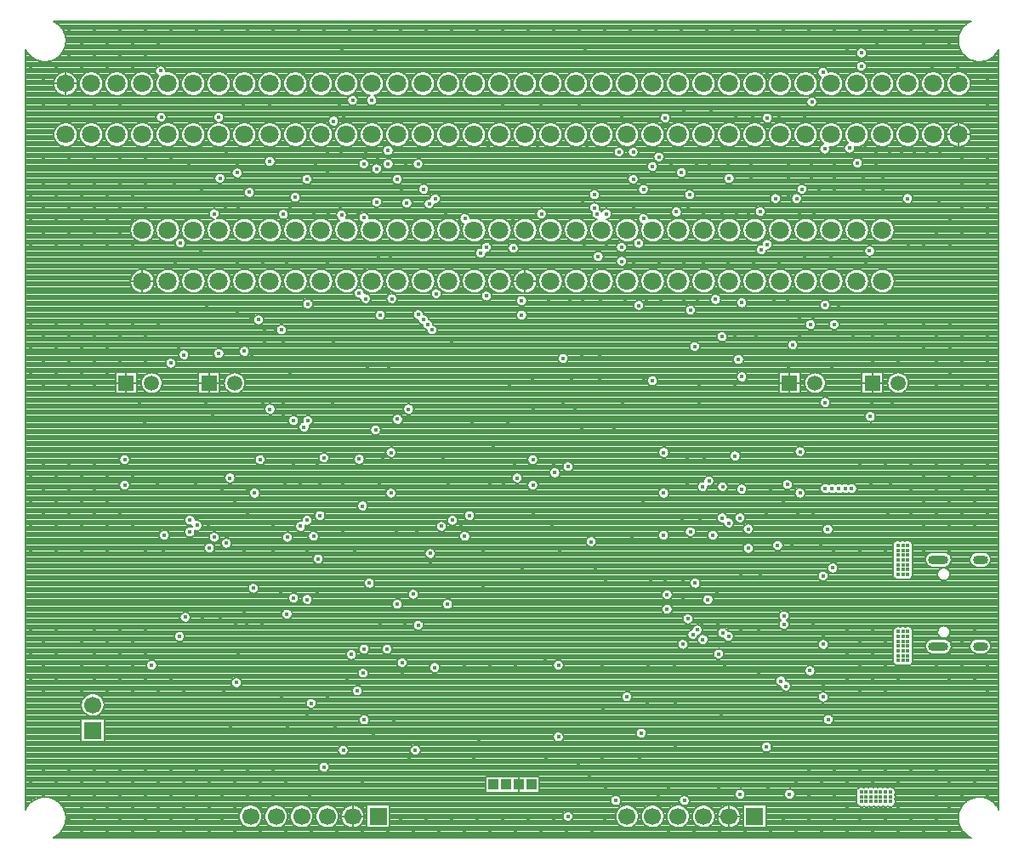
<source format=gbr>
G04 DipTrace 4.0.0.5*
G04 2 - Inner 1.gbr*
%MOIN*%
G04 #@! TF.FileFunction,Copper,L2,Inr*
G04 #@! TF.Part,Single*
G04 #@! TA.AperFunction,CopperBalancing*
%ADD18C,0.007874*%
G04 #@! TA.AperFunction,ComponentPad*
%ADD22C,0.059055*%
%ADD23R,0.059055X0.059055*%
%ADD24R,0.03937X0.03937*%
%ADD25C,0.070866*%
%ADD28O,0.07874X0.035433*%
%ADD29O,0.059055X0.035433*%
%ADD30R,0.066929X0.066929*%
%ADD31C,0.066929*%
G04 #@! TA.AperFunction,ViaPad*
%ADD39C,0.017717*%
%FSLAX26Y26*%
G04*
G70*
G90*
G75*
G01*
G04 Inner1*
%LPD*%
D39*
X3256201Y1634325D3*
X3257202Y1558324D3*
X1746875Y1068651D3*
X3396825Y1259325D3*
X2009724Y1537849D3*
X1771825Y1421825D3*
X3881201Y1456201D3*
Y1118701D3*
Y1137450D3*
Y1156201D3*
Y1174951D3*
Y1193701D3*
Y1212450D3*
Y1474950D3*
Y1493701D3*
Y1512451D3*
Y1531201D3*
Y1549950D3*
Y1568701D3*
X812451Y1806201D3*
Y1906201D3*
X1343701D3*
X1321825Y1774950D3*
X1856201Y1934325D3*
Y1774951D3*
X3881201Y1231201D3*
X2412451Y1906201D3*
Y1806201D3*
X2924951Y1934325D3*
X2924950Y1774951D3*
X3459325Y1937451D3*
Y1774951D3*
X3862451Y1568701D3*
Y1549950D3*
Y1531201D3*
Y1512451D3*
Y1493701D3*
Y1474950D3*
Y1456201D3*
X3843701Y1568701D3*
Y1549950D3*
Y1531201D3*
Y1512451D3*
Y1493701D3*
Y1474950D3*
Y1456201D3*
X3862451Y1231201D3*
Y1212450D3*
Y1193701D3*
Y1174951D3*
Y1156201D3*
Y1137450D3*
Y1118701D3*
X3843701Y1231201D3*
Y1212450D3*
Y1193701D3*
X3587451Y1481201D3*
X3843701Y1174951D3*
Y1156201D3*
Y1137450D3*
Y1118701D3*
X3812451Y601966D3*
X3793701D3*
X3774950D3*
X3756199D3*
X3737450D3*
X3718702D3*
X3699950D3*
Y583217D3*
X3718702D3*
X3737450D3*
X3756199D3*
X3774950D3*
X3793701D3*
X3812451D3*
X3699950Y564466D3*
X3718702D3*
X3737450D3*
X3756199D3*
X3774950D3*
X3793701D3*
X3812451D3*
X2549950Y506201D3*
X1249950Y1031201D3*
X1474950Y1362451D3*
X1899950Y1109327D3*
X1593701Y699950D3*
X2512451Y818701D3*
X2737451Y568701D3*
X3006201D3*
X3224950Y593701D3*
X3418701D3*
X3549950Y974950D3*
Y1181201D3*
Y1449950D3*
X3118701Y1609327D3*
X2924950D3*
X2640576Y1584327D3*
X2512451Y1099950D3*
X1059325Y3503076D3*
X1662450Y3518701D3*
X3643701D3*
X2618701D3*
X1278076Y3303076D3*
X1381201D3*
X1478076Y3265576D3*
X1534325Y3346825D3*
X1653076Y3293701D3*
X1559325Y3243701D3*
X1081201Y3281201D3*
X978076D3*
X881201D3*
X1671825Y3253076D3*
X1774950Y3262451D3*
X1878076Y3281201D3*
X1978076D3*
X2078076D3*
X2171825D3*
X2693701D3*
X2759325Y3249950D3*
X2878076Y3315576D3*
X2237451Y3134325D3*
X1915576Y3068701D3*
X1803076Y3090576D3*
X1756201Y3115576D3*
X1728076Y2874950D3*
X1609325Y2868701D3*
X1656201Y2893701D3*
X1606201Y3115576D3*
X1659325D3*
X1949950Y2846825D3*
X2071825Y2865576D3*
X1934325Y2690576D3*
X1853076Y2699951D3*
X2040576Y2690576D3*
X2106201D3*
X2156201D3*
X1806201Y2703076D3*
X1759325Y2712451D3*
X1653076Y2740576D3*
X1606201Y2678076D3*
X1549950Y2737450D3*
X1506201D3*
X1446825Y2678076D3*
X1406201Y2737451D3*
X1353076Y2678076D3*
X1712451Y2690576D3*
X1306201Y2737451D3*
X1253076Y2678076D3*
X1156201Y2740576D3*
X1306201Y2456201D3*
X1253076Y2478076D3*
X1403076Y2415576D3*
X1006201Y2990576D3*
X953076Y2856201D3*
X1112451Y2968701D3*
X1053076Y2853076D3*
X953076Y2740576D3*
X1009325Y2681201D3*
X893701Y2993701D3*
X793701Y2793701D3*
X871825Y2131201D3*
X1131201D3*
X1212451Y1609325D3*
X1140576Y1643701D3*
X1281201Y1549950D3*
X1187451Y1287450D3*
X1118701Y1206201D3*
X1215576Y1090576D3*
X1040576Y1137450D3*
X1684325Y1043701D3*
X1578076Y1090576D3*
X1199950Y999950D3*
X1303076Y943701D3*
X1168701D3*
X843701Y993701D3*
X743701D3*
X1256201Y1149950D3*
X1118701Y1284325D3*
Y1353076D3*
Y1490576D3*
X1184325D3*
X1281201D3*
Y1309325D3*
X1246825Y1259325D3*
X1290576D3*
X1349951D3*
X1381201Y1490576D3*
X1528076D3*
Y1549950D3*
X1093701Y893701D3*
X793701D3*
X687451Y768701D3*
X1149950D3*
X1228076Y853076D3*
X1443701Y743701D3*
X1343701D3*
X1243701Y543701D3*
X965576Y1549950D3*
X1140576Y1687451D3*
X1568701Y1890576D3*
X1474950D3*
X1706201Y2493701D3*
X1709325Y1971825D3*
X1762451Y2493701D3*
X1765576Y1971825D3*
X1824950Y1912451D3*
X2340576Y1881201D3*
X2256201Y1953076D3*
X2362451Y2328076D3*
X2190576D3*
X2287451D3*
X2106201Y2059325D3*
X2287451Y2237451D3*
X1968701Y2118701D3*
Y2274950D3*
X1906201Y2328076D3*
X1918701Y2043701D3*
X1846825Y2474950D3*
Y2268701D3*
X1634325Y2043701D3*
X1762451Y2268701D3*
X1434325Y2078076D3*
X1156201D3*
X1240576Y1896825D3*
X940576D3*
Y1815576D3*
X1090576D3*
X965576Y1137451D3*
X1831928Y1338283D3*
X2121701Y1338202D3*
X2879966Y1338042D3*
X2218769Y1338207D3*
X2218701Y1659325D3*
X2081201Y1806201D3*
X2131201Y1643701D3*
X2428319Y1338350D3*
X2303076Y1421825D3*
X2296825Y1806201D3*
X2549950Y1421825D3*
X2696825Y1434325D3*
X2999950Y1359325D3*
X3134325Y1384325D3*
X3590576Y1421825D3*
X3090576Y1559325D3*
X3303076Y1556201D3*
X3362451Y1631201D3*
X3209325Y1584325D3*
X3328076Y1696825D3*
X3449950D3*
X3393701Y1743701D3*
X3174950Y1821825D3*
X3993701Y1993701D3*
X3737451Y1809325D3*
X3815576D3*
X3803076Y1690576D3*
Y1615576D3*
X3637451Y1612451D3*
X3418701Y1612450D3*
X3493701Y1493701D3*
X3793701Y1543701D3*
X3428076Y1571825D3*
X3509325Y1259325D3*
X3549950Y1218701D3*
Y1021825D3*
X3593701Y593701D3*
X3334325Y618701D3*
X3140576D3*
X2943701D3*
X2696825D3*
X2634325Y665576D3*
X2321825Y574950D3*
X1924950D3*
X1787451Y824950D3*
X1868701Y884325D3*
X1449950Y859325D3*
X1637451D3*
X1749950Y940576D3*
X1637450Y1156201D3*
X1428076D3*
X1424950Y1384325D3*
X1809325Y1809325D3*
X1668701D3*
X1753076Y1756201D3*
X1958202Y1625411D3*
X1877576Y1625077D3*
X1884325Y1487451D3*
X1956201Y1399950D3*
X1721825D3*
X1708516Y1338415D3*
X1815576Y1259327D3*
X1668701Y1624951D3*
X1796825Y1487451D3*
X2859325Y953076D3*
X2865576Y1099951D3*
X2684325D3*
X2874950Y1434325D3*
X2696825Y1338175D3*
X3149950Y899950D3*
X3296825Y1062451D3*
Y1231201D3*
X3381201Y1156201D3*
X3374950Y1346825D3*
X3540576Y1571825D3*
X3640576Y1421825D3*
X1849950Y940576D3*
X1990576D3*
X2137451Y790576D3*
X1928076Y734325D3*
X2031201Y628076D3*
X2462451Y734325D3*
X2546825Y943701D3*
X1643701Y703076D3*
X1656201Y571825D3*
X1528076Y906201D3*
X1606201Y974950D3*
X3281201Y1899951D3*
X3309325Y1990576D3*
X3449950D3*
X3281201Y2065576D3*
X3584325D3*
Y2265576D3*
X3356201Y2524950D3*
Y2321825D3*
X3203076Y2196825D3*
Y2065576D3*
X3299951Y2493701D3*
X3278076Y2674950D3*
X3178076D3*
X3081201D3*
X2953076Y3065576D3*
Y2856201D3*
X2878076Y2881201D3*
X2624950Y3134325D3*
X2431201D3*
X2606201Y2915576D3*
X2334325Y2846825D3*
X2089944Y2947937D3*
X2431201Y3403076D3*
X3378076Y3249950D3*
X3578076Y3237451D3*
X3274950Y3249950D3*
X3315576Y3306201D3*
X3156201Y3315576D3*
X3206201Y3249951D3*
X3046825Y3318701D3*
X3109325Y3268701D3*
X3593701Y3065576D3*
X3456201Y2868701D3*
X3534327Y2959325D3*
X3412451Y2940576D3*
X3462451Y3121825D3*
X3503076Y3065576D3*
X3578076Y3287451D3*
X3699950D3*
X3478076Y3249951D3*
X4078076Y3440576D3*
X3878076Y3434325D3*
X3978076Y3446825D3*
X3843701Y3546825D3*
X3759325Y3531201D3*
X3956201Y2934325D3*
X4003076Y2918701D3*
X4006201Y3115576D3*
X3956201D3*
X3981201Y3315576D3*
Y3240576D3*
X4081201Y3237451D3*
Y3315576D3*
X3881201Y3240576D3*
Y3315576D3*
X3781201Y3240576D3*
Y3315576D3*
X3659325Y3237451D3*
X3018701Y1906201D3*
Y1806201D3*
X2718701Y1559325D3*
X2799950Y1606201D3*
X2931201Y1434325D3*
X2999950D3*
X3549950Y1131201D3*
X1434325Y2365576D3*
Y2128076D3*
X1631201Y2365576D3*
X1628076Y2128076D3*
X1559325Y2062451D3*
X1753076Y2649951D3*
X1631201Y2568701D3*
Y2493701D3*
X1506201Y2062451D3*
Y2493701D3*
X1403076D3*
X1456201D3*
X1556201D3*
X3203076Y2393701D3*
X2999950Y2306201D3*
X2856201Y2534325D3*
X2846825Y2215576D3*
X3065576Y2128076D3*
X2762451D3*
X2774951Y2534325D3*
X2678076D3*
X2474950D3*
X2415576Y2018701D3*
X2531201Y2128076D3*
X2415576Y1693701D3*
X2487451Y1653076D3*
X2574950Y1684325D3*
X2728076D3*
X2734325Y1799950D3*
X2946825Y2018701D3*
X3053076Y2065576D3*
X2674950Y2215576D3*
Y2309325D3*
X2562451Y2224951D3*
X2409325Y2224950D3*
X2415576Y2103076D3*
X2603076Y2309325D3*
X2578076Y2103076D3*
X2606201Y2534325D3*
X2140576Y2274950D3*
X1353076Y2128076D3*
X1346825Y2018701D3*
X812451D3*
X1006201Y2518701D3*
X1056201Y2546825D3*
X1024950Y2346825D3*
X1056201Y2468701D3*
X1134325Y2512451D3*
X3287451Y2393701D3*
X1309325Y2312451D3*
X1359325Y2493701D3*
Y2415576D3*
X2371825Y1609325D3*
X2656201Y1484325D3*
X2371825D3*
X2624950Y1609325D3*
X3303076Y1449950D3*
X3693701Y1543701D3*
X3793701Y1093701D3*
X2009325Y1506201D3*
X2006201Y1399950D3*
Y1112451D3*
X1899950Y1071825D3*
X1909325Y1259325D3*
X4043701Y2043701D3*
X2843701Y1743701D3*
X3478076Y2703076D3*
X3581201D3*
X3378076Y2674950D3*
X3668701Y2396825D3*
X3609325Y2509325D3*
X3509325Y2462451D3*
X2912451Y2534325D3*
X3509325Y2540576D3*
X3456201D3*
Y2462451D3*
X3609325Y2321825D3*
X3456201Y2393701D3*
X3228076Y2334325D3*
X3415576Y2265576D3*
X2906201Y2674950D3*
X3003076D3*
X2853076Y2731201D3*
X2953076D3*
X2699951Y2749951D3*
X2603076Y2028076D3*
X2731201D3*
X2603076Y1899950D3*
X2731201D3*
X3784325Y2959325D3*
X3809325Y3115576D3*
X3756201D3*
X3906201D3*
X3856201D3*
X3846825Y2812451D3*
X3653076Y2737451D3*
X3718701Y2678076D3*
X3003076Y2534325D3*
X3062451Y2196825D3*
X3178076Y3065576D3*
X3153076Y2865576D3*
X3209325D3*
X3103076Y3065576D3*
X3081201Y2865576D3*
X3053076Y3065576D3*
Y2934325D3*
X3021825Y2893701D3*
X1953076Y2949950D3*
X1406201Y2974950D3*
X1356201Y3118701D3*
X1459325Y2974950D3*
X1559325Y3068701D3*
X1553076Y2868701D3*
X1156201Y3240576D3*
X2940576Y3312451D3*
X3003076Y3268701D3*
X2881201Y3237451D3*
X3268701Y3065576D3*
X3256201Y2865576D3*
X3056201Y2534325D3*
X2218701Y1549950D3*
Y1406201D3*
X1568701Y1384325D3*
X1715576Y1546825D3*
X1537451Y590576D3*
X1428076Y978076D3*
X2459325Y1124950D3*
X2265576Y937451D3*
X2199950Y809325D3*
X2684325Y740576D3*
X2687451Y928076D3*
X2831201Y740576D3*
X3074950Y1262451D3*
X2984155Y1319236D3*
X3138134Y1262451D3*
X3162451Y1099950D3*
X3228076Y1449950D3*
Y1231201D3*
X3590576Y1543701D3*
X3153076Y3131201D3*
X3259325D3*
X1515576Y3418701D3*
X2259325Y2137451D3*
X1253076Y3059325D3*
X1062451D3*
X1109325Y3128076D3*
X1356201Y3018701D3*
X1606201Y3028076D3*
X643701Y1293701D3*
Y1093701D3*
X1906201Y2381201D3*
X1921825Y2565576D3*
X2015576Y2474950D3*
X1921825D3*
X2306123Y2473552D3*
X3409325Y2524950D3*
X3434325Y2321825D3*
X3740576Y2134325D3*
X3762451Y2068701D3*
X3821825Y2134325D3*
X2487451Y2740576D3*
X2521825Y2693701D3*
X2381201D3*
X2093701Y2368701D3*
X2093623Y2473552D3*
X1109325Y2724951D3*
X1065576Y2662451D3*
X1156201Y2665576D3*
X2106201Y3131201D3*
X2749950Y3137451D3*
X2556201Y2534325D3*
X3743701Y2493701D3*
X793701Y3593701D3*
X693701D3*
X1093701D3*
X993701D3*
X893701D3*
X593701D3*
X643701Y3543701D3*
X593701Y3493701D3*
X693701D3*
X743701Y3543701D3*
X793701Y3493701D3*
X843701Y3543701D3*
X943701D3*
X893701Y3493701D3*
X1193701Y3593701D3*
X1293701D3*
X1393701D3*
X1493701D3*
X1593701D3*
X1693701D3*
X1793701D3*
X1893701D3*
X1993701D3*
X2093701D3*
X2193701D3*
X2293701D3*
X2393701D3*
X2493701D3*
X2593701D3*
X2693701D3*
X2793701D3*
X2893701D3*
X2993701D3*
X3093701D3*
X3193701D3*
X3293701D3*
X3393701D3*
X3493701D3*
X3593701D3*
X3693701D3*
X3793701D3*
X3893701D3*
X3993701D3*
X3943701Y3543701D3*
X4043701D3*
X543701Y3443701D3*
X643701D3*
X743701D3*
X843701D3*
X443701D3*
X493701Y3393701D3*
X443701Y3343701D3*
X493701Y3293701D3*
X543701Y3343701D3*
X593701Y3293701D3*
X643701Y3343701D3*
X693701Y3293701D3*
X793701D3*
X743701Y3243701D3*
X643701D3*
X543701D3*
X493701Y3193701D3*
X443701Y3243701D3*
Y3143701D3*
X493701Y3093701D3*
X543701Y3143701D3*
X443701Y3043701D3*
X543701D3*
X593701Y3093701D3*
X493701Y2993701D3*
X443701Y2943701D3*
X493701Y2893701D3*
X543701Y2943701D3*
X593701Y2993701D3*
Y2893701D3*
X643701Y3043701D3*
Y2943701D3*
X693701Y3093701D3*
X743701Y3043701D3*
X693701Y2993701D3*
X793701Y3093701D3*
X843701Y3043701D3*
X793701Y2993701D3*
X743701Y2943701D3*
X693701Y2893701D3*
X643701Y2843701D3*
X543701D3*
X443701D3*
X493701Y2793701D3*
X593701D3*
X693701D3*
X743701Y2843701D3*
X793701Y2893701D3*
X843701Y2943701D3*
Y2843701D3*
X893701Y2893701D3*
X443701Y2743701D3*
X543701D3*
X643701D3*
X743701D3*
X693701Y2693701D3*
X593701D3*
X493701D3*
X443701Y2643701D3*
X543701D3*
X643701D3*
X743701D3*
X693701Y2593701D3*
X593701D3*
X493701D3*
X443701Y2543701D3*
X543701D3*
X643701D3*
X743701D3*
X693701Y2493701D3*
X593701D3*
X493701D3*
X443701Y2443701D3*
X543701D3*
X643701D3*
X743701D3*
X693701Y2393701D3*
X593701D3*
X493701D3*
X443701Y2343701D3*
X543701D3*
X643701D3*
X743701D3*
X693701Y2293701D3*
X593701D3*
X493701D3*
X543701Y2243701D3*
X493701Y2193701D3*
X443701Y2243701D3*
X593701Y2193701D3*
X643701Y2243701D3*
X743701D3*
X693701Y2193701D3*
X643701Y2143701D3*
X593701Y2093701D3*
X543701Y2143701D3*
X493701Y2093701D3*
X443701Y2143701D3*
X693701Y2093701D3*
X743701Y2143701D3*
Y2043701D3*
X693701Y1993701D3*
X643701Y2043701D3*
X593701Y1993701D3*
X543701Y2043701D3*
X493701Y1993701D3*
X443701Y2043701D3*
Y1943701D3*
X543701D3*
X643701D3*
X743701D3*
X693701Y1893701D3*
X593701D3*
X493701D3*
X443701Y1843701D3*
X543701D3*
X643701D3*
X743701D3*
X843701D3*
X743701Y1743701D3*
X693701Y1793701D3*
X643701Y1743701D3*
X593701Y1793701D3*
X543701Y1743701D3*
X493701Y1793701D3*
X443701Y1743701D3*
X493701Y1693701D3*
X443701Y1643701D3*
X493701Y1593701D3*
X543701Y1643701D3*
X593701Y1693701D3*
X643701Y1643701D3*
X693701Y1693701D3*
X743701Y1643701D3*
X793701Y1693701D3*
Y1593701D3*
X843701Y1643701D3*
X743701Y1543701D3*
X693701Y1593701D3*
X643701Y1543701D3*
X593701Y1593701D3*
X543701Y1543701D3*
X443701D3*
X493701Y1493701D3*
X593701D3*
X693701D3*
X643701Y1443701D3*
X543701D3*
X443701D3*
X493701Y1393701D3*
X593701D3*
X543701Y1343701D3*
X443701D3*
X493701Y1293701D3*
X543701Y1243701D3*
X493701Y1193701D3*
X443701Y1243701D3*
Y1143701D3*
X493701Y1093701D3*
X543701Y1143701D3*
X493701Y993701D3*
X443701Y1043701D3*
X543701D3*
Y943701D3*
X493701Y893701D3*
X443701Y943701D3*
Y843701D3*
X543701D3*
X493701Y793701D3*
Y693701D3*
X443701Y743701D3*
X543701D3*
X443701Y643701D3*
X493701Y593701D3*
X543701Y643701D3*
X593701Y693701D3*
X693701D3*
X643701Y643701D3*
X593701Y593701D3*
X643701Y543701D3*
X593701Y493701D3*
X693701Y593701D3*
X743701Y643701D3*
X793701Y693701D3*
X843701Y643701D3*
X793701Y593701D3*
X743701Y543701D3*
X693701Y493701D3*
X643701Y443701D3*
X743701D3*
X793701Y493701D3*
X843701Y543701D3*
X893701Y593701D3*
X943701Y643701D3*
X893701Y693701D3*
X993701D3*
X1093701D3*
X1043701Y643701D3*
X993701Y593701D3*
X943701Y543701D3*
X893701Y493701D3*
X843701Y443701D3*
X1193701Y693701D3*
X1143701Y643701D3*
X1093701Y593701D3*
X1043701Y543701D3*
X993701Y493701D3*
X943701Y443701D3*
X1043701D3*
X1093701Y493701D3*
X1143701Y543701D3*
X1193701Y593701D3*
X1243701Y643701D3*
X1293701Y693701D3*
X1243701Y743701D3*
X1293701Y793701D3*
X1393701Y693701D3*
X1343701Y643701D3*
Y543701D3*
X1443701Y643701D3*
X1193701Y493701D3*
X1143701Y443701D3*
X1243701D3*
X1343701D3*
X1443701D3*
X1543701D3*
X1643701D3*
X1743701D3*
X1843701D3*
X1943701D3*
X1893701Y493701D3*
X1743701Y643701D3*
Y543701D3*
X1993701Y493701D3*
X2043701Y443701D3*
X2093701Y493701D3*
X2143701Y443701D3*
X2193701Y493701D3*
X2243701Y443701D3*
X2293701Y493701D3*
X2343701Y443701D3*
X2393701Y493701D3*
X2443701Y443701D3*
X2493701Y493701D3*
X2543701Y443701D3*
X2643701D3*
X2693701Y493701D3*
X2943701Y443701D3*
X3043701D3*
X3143701D3*
X3243701D3*
X3343701D3*
X3393701Y493701D3*
X3443701Y443701D3*
X3493701Y493701D3*
X3543701Y443701D3*
X3593701Y493701D3*
X3643701Y443701D3*
X3693701Y493701D3*
X3743701Y443701D3*
X3793701Y493701D3*
X3843701Y443701D3*
X3893701Y493701D3*
X3943701Y443701D3*
X3993701Y493701D3*
X4043701Y443701D3*
Y543701D3*
X3643701D3*
X3493701Y593701D3*
X3543701Y643701D3*
X3443701D3*
X3493701Y693701D3*
X3543701Y743701D3*
X3593701Y693701D3*
X3543701Y843701D3*
X3593701Y793701D3*
X3193701D3*
X3243701Y843701D3*
X3293701Y893701D3*
X3343701Y943701D3*
X3643701Y643701D3*
X3693701Y693701D3*
X3743701Y643701D3*
X3793701Y693701D3*
X3843701Y643701D3*
X3893701Y693701D3*
X3843701Y543701D3*
X3993701Y593701D3*
X4093701D3*
X4043701Y643701D3*
X4193701Y593701D3*
X4143701Y643701D3*
X4193701Y693701D3*
X4143701Y743701D3*
X4193701Y793701D3*
X4143701Y843701D3*
X4193701Y893701D3*
X4143701Y943701D3*
X4193701Y993701D3*
X4143701Y1043701D3*
X4193701Y1093701D3*
X4093701D3*
X4043701Y1043701D3*
X3993701Y1093701D3*
X4043701Y1143701D3*
X4093701Y1193701D3*
Y1293701D3*
X4143701Y1243701D3*
X4193701Y1293701D3*
X4143701Y1343701D3*
X4093701Y1393701D3*
X4193701D3*
X4143701Y1443701D3*
X4093701Y1493701D3*
Y1593701D3*
X4043701Y1543701D3*
X3993701Y1593701D3*
X3943701Y1543701D3*
Y1643701D3*
X4043701D3*
X3993701Y1693701D3*
X3893701D3*
X3943701Y1743701D3*
X4093701Y1693701D3*
X4043701Y1743701D3*
X4143701Y1643701D3*
X4193701Y1693701D3*
X4143701Y1743701D3*
X4193701Y1793701D3*
X4093701D3*
X3993701D3*
X3893701D3*
X3943701Y1843701D3*
X4043701D3*
X4143701D3*
X4193701Y1893701D3*
X4093701D3*
X4143701Y1943701D3*
X4193701Y1993701D3*
Y2093701D3*
X4143701Y2043701D3*
X4093701Y1993701D3*
X4043701Y1943701D3*
X3993701Y1893701D3*
X3893701D3*
X3793701D3*
X3693701D3*
X4193701Y2193701D3*
Y2293701D3*
Y2393701D3*
Y2493701D3*
Y2593701D3*
Y2693701D3*
Y2793701D3*
Y2893701D3*
Y2993701D3*
Y3093701D3*
Y3193701D3*
Y3293701D3*
Y3393701D3*
X4093701Y3093701D3*
Y2993701D3*
Y2893701D3*
Y2793701D3*
Y2693701D3*
Y2593701D3*
Y2493701D3*
Y2393701D3*
Y2293701D3*
Y2193701D3*
Y2093701D3*
X3993701D3*
Y2193701D3*
Y2293701D3*
Y2393701D3*
Y2493701D3*
Y2593701D3*
Y2693701D3*
Y2793701D3*
X3943701Y2043701D3*
X3893701Y2093701D3*
X3943701Y2143701D3*
X3893701Y1993701D3*
X3343701Y1793701D3*
X3743701Y1493701D3*
X3793701Y1443701D3*
X3743701Y1393701D3*
X3843701D3*
X3693701Y793701D3*
X3743701Y743701D3*
Y843701D3*
X3693701Y893701D3*
Y993701D3*
Y1093701D3*
Y1193701D3*
X3743701Y1243701D3*
X3643701D3*
Y1143701D3*
X3743701D3*
X3643701Y1043701D3*
X3743701D3*
X3643701Y943701D3*
X3743701D3*
X3793701Y993701D3*
X3843701Y1043701D3*
X3793701Y1193701D3*
Y1293701D3*
X3893701D3*
X3643701Y843701D3*
Y743701D3*
X3793701Y893701D3*
X3843701Y943701D3*
X3893701Y893701D3*
X3943701Y943701D3*
Y843701D3*
X3993701Y893701D3*
Y693701D3*
X1293701Y593701D3*
X1393701D3*
X893701Y3093701D3*
X993701D3*
X1209765Y3111171D3*
X1208039Y2893491D3*
X1257211Y2948686D3*
X1256793Y2893217D3*
X743701Y3343701D3*
X2293701Y3293701D3*
X2443701D3*
X2593701D3*
X3843701Y2693701D3*
X2806201Y2674950D3*
X2653076Y2659325D3*
X3843701Y2493701D3*
X3793701Y2443701D3*
X3743701Y2393701D3*
X3843701D3*
X1846825Y2378076D3*
X3743701Y2293701D3*
X3843701D3*
X2843701Y1943701D3*
Y2043701D3*
X2693701Y2093701D3*
X2493701Y1893701D3*
X1193701Y1793701D3*
X1393701Y1643701D3*
X1343701Y1593701D3*
X1393701Y1543701D3*
X1243701Y1743701D3*
X1293701Y1793701D3*
Y1693701D3*
X2143701Y1093701D3*
X2243701D3*
X2343701D3*
X893701Y1543701D3*
X843701Y1493701D3*
X793701Y1443701D3*
X743701Y1393701D3*
X693701Y1343701D3*
X643701Y1193701D3*
X693701Y1243701D3*
X743701Y1293701D3*
X793701Y1343701D3*
X843701Y1393701D3*
X893701Y1443701D3*
Y1343701D3*
X843701Y1293701D3*
X793701Y1243701D3*
X743701Y1193701D3*
X693701Y1143701D3*
Y1043701D3*
X643701Y993701D3*
X743701Y1093701D3*
X793701Y1143701D3*
X843701Y1193701D3*
X893701Y1243701D3*
Y1143701D3*
X843701Y1093701D3*
X793701Y1043701D3*
X893701D3*
X993701D3*
X943701Y993701D3*
X1043701D3*
X943701Y1493701D3*
Y1393701D3*
X893701Y893701D3*
X993701D3*
X793701Y793701D3*
X893701D3*
X993701D3*
X1093701D3*
X2612451Y2749951D3*
X3353076Y2856201D3*
X1628076Y2253076D3*
X1459325Y2240576D3*
X1309325Y2253076D3*
X1359325Y2365576D3*
X1124950Y2253076D3*
X2181201Y734325D3*
X2462450Y624950D3*
X2971825Y784325D3*
Y953076D3*
X2968701Y1099950D3*
X2903076Y593701D3*
X2834325Y528076D3*
X2590576Y709325D3*
X793701Y2493701D3*
Y2593701D3*
Y2693701D3*
X843701Y2743701D3*
Y2643701D3*
X893701Y2693701D3*
X843701Y2543701D3*
X940576D3*
X893701Y2493701D3*
X843701Y2443701D3*
X943701D3*
X893701Y2393701D3*
X793701D3*
X3509325Y1696825D3*
X893701Y2293701D3*
X793701D3*
X2996825Y1665576D3*
X3712451Y3134325D3*
X3884325Y2743701D3*
X3515576Y2868701D3*
X3593701Y2959325D3*
Y3012451D3*
X3503076D3*
X3412451D3*
Y3065576D3*
X3706201Y2959325D3*
X3268701Y3012451D3*
X3706201D3*
X3784325D3*
X3412451Y3306201D3*
X3331201Y3415576D3*
X3603076Y3121825D3*
X3349950Y3131201D3*
X3756201Y3065576D3*
X2518701Y1546825D3*
X3084325Y1906201D3*
X3543701Y1899950D3*
X1499950Y1809325D3*
X1578076D3*
X1440576D3*
X2243701Y1806201D3*
X3437451Y2065576D3*
X3418701Y1899950D3*
X4046825Y2143701D3*
Y2243701D3*
Y2343701D3*
Y2440576D3*
Y2540576D3*
Y2646825D3*
Y2743701D3*
Y2843701D3*
X3943701Y2343701D3*
Y2443701D3*
Y2543701D3*
Y2643701D3*
Y2743701D3*
X2361845Y2947997D3*
X2159325Y2947963D3*
X2249950D3*
X2806201Y2893701D3*
X2756201Y2853076D3*
X1896825Y2968701D3*
X1849950Y2928076D3*
X1459325Y2893701D3*
X2059325Y1912451D3*
X2321825Y2193701D3*
X2315576Y2056201D3*
X2174951D3*
X2065576Y940576D3*
X1990576Y790576D3*
X3068701Y1665576D3*
X2996825Y1559325D3*
X1721825Y1446825D3*
X3799950Y3434325D3*
X890576Y2056201D3*
X2164252Y1686815D3*
X1578335D3*
X2145551Y1605239D3*
X1552744D3*
X2097323Y1668114D3*
X1527154D3*
X2053375Y1644492D3*
X1501563D3*
X2938886Y1319047D3*
X1450382Y1601339D3*
X3000004Y1181839D3*
X1095768Y1647949D3*
X3020320Y1281646D3*
X1068701Y1668701D3*
X1163673Y1601756D3*
X3039685Y1219240D3*
X3056390Y1237941D3*
X1210925Y1578134D3*
X3079055Y1200539D3*
X1144972Y1559433D3*
X3402874Y1017528D3*
X967815Y1609535D3*
X3384173Y1037693D3*
X1068429Y1622232D3*
X3498346Y1078051D3*
X1751130Y885382D3*
X2368642Y2529724D3*
Y2473425D3*
X1300728Y2954399D3*
X2881413Y3055862D3*
X1963043Y3065925D3*
X1918701Y2912451D3*
X3308602Y2730020D3*
X3446004Y2930516D3*
X3881413D3*
X953076Y3431201D3*
X1044587Y2317441D3*
X3182024Y3009049D3*
X993406Y2284961D3*
X1983205Y2454724D3*
X1336748D3*
X3549327Y3426354D3*
X1186331Y3010091D3*
X1253076Y3031201D3*
X3030428Y2492323D3*
X2974951Y2878076D3*
X1859325Y2537451D3*
X1796059Y2022203D3*
X1434325Y2868701D3*
X1756201Y2537451D3*
X1882024Y2064575D3*
X1481413Y2935433D3*
X3046825Y2349951D3*
X2931201Y3246825D3*
X1530428Y2516665D3*
X1529801Y2059325D3*
X1593701Y1912451D3*
X2881201Y2215576D3*
X3431201Y2356201D3*
X3303685Y2879335D3*
X1662451Y2865576D3*
X2668701Y2703076D3*
X3363323Y2930516D3*
X1515576Y2034325D3*
X1527303Y3006154D3*
X2806201Y3112451D3*
X2759783Y2739374D3*
Y2684260D3*
X1474950Y2059325D3*
X1881413Y3006154D3*
X2806201Y3006201D3*
X3466917Y2966937D3*
X1382028Y2104106D3*
X1984366Y2966937D3*
X1925134Y2104106D3*
X2531021Y2303270D3*
X2846004Y2966937D3*
Y2851776D3*
X2906201Y3093702D3*
X1281201Y2331201D3*
X1706201Y3315576D3*
X1781201D3*
X1182024Y2322362D3*
X2995189Y3032667D3*
X1800114Y3047224D3*
Y2916732D3*
X2006201Y2909325D3*
X2029814Y2929188D3*
X1952346Y765996D3*
X1669437D3*
X2446004Y2870476D3*
X2653791Y2894098D3*
Y2945280D3*
X3026689D3*
X2827303Y2511024D3*
X2033554Y2557327D3*
X2827303Y2755189D3*
X3128406Y2534738D3*
X3231201Y2521825D3*
X3153996Y2388728D3*
X1963639Y2474950D3*
X1631201Y3234325D3*
X3331201Y3246825D3*
X3330428Y2750486D3*
X3205177Y1920469D3*
X3700114Y3501453D3*
Y3448992D3*
X1427303Y2415287D3*
X2016614D3*
X3231201Y2231201D3*
X3732224Y2724803D3*
X3558071Y2512701D3*
Y2130457D3*
X3506201Y3309325D3*
X1382024Y3075760D3*
X1448965Y1300346D3*
X3029776Y1623571D3*
X2208602Y2716740D3*
X2663323Y2870476D3*
X2700728D3*
X2550374Y1878594D3*
X1316681Y1401839D3*
X3585386Y1792520D3*
X3410218Y1808703D3*
X3078076Y1799951D3*
X3570622Y886614D3*
X3610976Y1792520D3*
X3102815Y1822492D3*
X3636563Y1793112D3*
X3662157Y1792520D3*
X3156201Y1799950D3*
X3223878Y1677654D3*
X3157121Y1226651D3*
X3153996Y1677654D3*
X3179587Y1657673D3*
X3179445Y1212404D3*
X3231201Y1790576D3*
X3328437Y778839D3*
X3568654Y1632953D3*
X1049728Y1287867D3*
X1571445Y1516886D3*
X918701Y1099950D3*
X1028076Y1212451D3*
X1943701Y1378076D3*
X2938882Y1376307D3*
X3048476Y1421854D3*
X1963634Y1256642D3*
X3140576Y1143701D3*
X1751130Y1163138D3*
X2837451Y833325D3*
X3098736Y1356825D3*
X1841262Y1162980D3*
X3218701Y2298852D3*
X1814760Y2473425D3*
X1163323Y2870476D3*
X956201Y3249950D3*
X3593209Y2436024D3*
X1031201Y2756201D3*
X1999909Y2436024D3*
X3500728D3*
X3685150Y3070118D3*
X3734992Y2075197D3*
X3653076Y3128076D3*
X3556201Y3124951D3*
X1181413Y3248836D3*
X3558983Y1792524D3*
X1527581Y1357606D3*
X2498567Y1854972D3*
X1744433Y1724217D3*
X1700933Y1141512D3*
X2028076Y1090576D3*
X2230428Y2548425D3*
Y2739374D3*
X1881102Y1338906D3*
X2078622D3*
X2336165Y2735441D3*
X2349951Y1834325D3*
X1224951D3*
X3372362Y1569193D3*
X3396825Y1293701D3*
X2781201Y975689D3*
X1724555Y998827D3*
X1543453Y950223D3*
X1731831Y1907972D3*
Y2559688D3*
X1749950Y2856201D3*
X1750311Y3065925D3*
X1845390D3*
Y3118899D3*
X2749902Y3112648D3*
X2146004Y2851776D3*
X547606Y3618537D2*
D18*
X4114791D1*
X557295Y3610794D2*
X4105102D1*
X564623Y3603051D2*
X4097782D1*
X570336Y3595308D2*
X4092068D1*
X574804Y3587566D2*
X4087593D1*
X578256Y3579823D2*
X4084148D1*
X580809Y3572080D2*
X4081595D1*
X582555Y3564337D2*
X4079850D1*
X583547Y3556594D2*
X4078858D1*
X583801Y3548852D2*
X4078596D1*
X583339Y3541109D2*
X4079065D1*
X582140Y3533366D2*
X4080265D1*
X580171Y3525623D2*
X4082233D1*
X577372Y3517881D2*
X3686526D1*
X3713706D2*
X4085032D1*
X573650Y3510138D2*
X3680397D1*
X3719827D2*
X4088754D1*
X424413Y3502395D2*
X431051D1*
X568852D2*
X3678521D1*
X3721704D2*
X4093552D1*
X4231346D2*
X4237991D1*
X424413Y3494652D2*
X437172D1*
X562731D2*
X3679644D1*
X3720589D2*
X4099673D1*
X4225225D2*
X4237991D1*
X424413Y3486909D2*
X445069D1*
X554834D2*
X3684419D1*
X3715806D2*
X4107563D1*
X4217336D2*
X4237991D1*
X424413Y3479167D2*
X455688D1*
X544215D2*
X4118182D1*
X4206717D2*
X4237991D1*
X424413Y3471424D2*
X472066D1*
X527837D2*
X4134560D1*
X4190338D2*
X4237991D1*
X424413Y3463681D2*
X3684565D1*
X3715667D2*
X4237991D1*
X424413Y3455938D2*
X3679690D1*
X3720535D2*
X4237991D1*
X424413Y3448196D2*
X940247D1*
X965906D2*
X3678513D1*
X3721711D2*
X4237991D1*
X424413Y3440453D2*
X933627D1*
X972519D2*
X3533213D1*
X3565446D2*
X3680328D1*
X3719896D2*
X4237991D1*
X424413Y3432710D2*
X931520D1*
X974633D2*
X3528707D1*
X3569944D2*
X3686341D1*
X3713891D2*
X4237991D1*
X424413Y3424967D2*
X562725D1*
X600102D2*
X662719D1*
X700104D2*
X762721D1*
X800105D2*
X862722D1*
X900099D2*
X932420D1*
X1000101D2*
X1062725D1*
X1100102D2*
X1162719D1*
X1200104D2*
X1262721D1*
X1300105D2*
X1362722D1*
X1400099D2*
X1462724D1*
X1500101D2*
X1562725D1*
X1600102D2*
X1662719D1*
X1700104D2*
X1762721D1*
X1800105D2*
X1862722D1*
X1900099D2*
X1962724D1*
X2000101D2*
X2062725D1*
X2100102D2*
X2162719D1*
X2200104D2*
X2262721D1*
X2300105D2*
X2362722D1*
X2400099D2*
X2462724D1*
X2500101D2*
X2562725D1*
X2600102D2*
X2662719D1*
X2700104D2*
X2762721D1*
X2800105D2*
X2862722D1*
X2900099D2*
X2962724D1*
X3000101D2*
X3062725D1*
X3100102D2*
X3162719D1*
X3200104D2*
X3262721D1*
X3300105D2*
X3362722D1*
X3400099D2*
X3462724D1*
X3500101D2*
X3527761D1*
X3600102D2*
X3662719D1*
X3700104D2*
X3762721D1*
X3800105D2*
X3862722D1*
X3900099D2*
X3962724D1*
X4000101D2*
X4062725D1*
X4100102D2*
X4237991D1*
X424413Y3417224D2*
X549961D1*
X612859D2*
X649962D1*
X712861D2*
X749964D1*
X812862D2*
X849965D1*
X912864D2*
X936849D1*
X1012865D2*
X1049961D1*
X1112859D2*
X1149962D1*
X1212861D2*
X1249964D1*
X1312862D2*
X1349965D1*
X1412864D2*
X1449959D1*
X1512865D2*
X1549961D1*
X1612859D2*
X1649962D1*
X1712861D2*
X1749964D1*
X1812862D2*
X1849965D1*
X1912864D2*
X1949959D1*
X2012865D2*
X2049961D1*
X2112859D2*
X2149962D1*
X2212861D2*
X2249964D1*
X2312862D2*
X2349965D1*
X2412864D2*
X2449959D1*
X2512865D2*
X2549961D1*
X2612859D2*
X2649962D1*
X2712861D2*
X2749964D1*
X2812862D2*
X2849965D1*
X2912864D2*
X2949959D1*
X3012865D2*
X3049961D1*
X3112859D2*
X3149962D1*
X3212861D2*
X3249964D1*
X3312862D2*
X3349965D1*
X3412864D2*
X3449959D1*
X3512865D2*
X3529822D1*
X3612859D2*
X3649962D1*
X3712861D2*
X3749964D1*
X3812862D2*
X3849965D1*
X3912864D2*
X3949959D1*
X4012865D2*
X4049961D1*
X4112859D2*
X4237991D1*
X424413Y3409482D2*
X542679D1*
X620149D2*
X642680D1*
X720150D2*
X742674D1*
X820144D2*
X842676D1*
X920146D2*
X942677D1*
X1020147D2*
X1042679D1*
X1120149D2*
X1142680D1*
X1220150D2*
X1242674D1*
X1320144D2*
X1342676D1*
X1420146D2*
X1442677D1*
X1520147D2*
X1542679D1*
X1620149D2*
X1642680D1*
X1720150D2*
X1742674D1*
X1820144D2*
X1842676D1*
X1920146D2*
X1942677D1*
X2020147D2*
X2042679D1*
X2120149D2*
X2142680D1*
X2220150D2*
X2242674D1*
X2320144D2*
X2342676D1*
X2420146D2*
X2442677D1*
X2520147D2*
X2542679D1*
X2620149D2*
X2642680D1*
X2720150D2*
X2742674D1*
X2820144D2*
X2842676D1*
X2920146D2*
X2942677D1*
X3020147D2*
X3042679D1*
X3120149D2*
X3142680D1*
X3220150D2*
X3242674D1*
X3320144D2*
X3342676D1*
X3420146D2*
X3442677D1*
X3520147D2*
X3536327D1*
X3620149D2*
X3642680D1*
X3720150D2*
X3742674D1*
X3820144D2*
X3842676D1*
X3920146D2*
X3942677D1*
X4020147D2*
X4042679D1*
X4120149D2*
X4237991D1*
X424413Y3401739D2*
X537965D1*
X624862D2*
X637967D1*
X724864D2*
X737961D1*
X824858D2*
X837962D1*
X924859D2*
X937964D1*
X1024861D2*
X1037965D1*
X1124862D2*
X1137967D1*
X1224864D2*
X1237961D1*
X1324858D2*
X1337962D1*
X1424859D2*
X1437964D1*
X1524861D2*
X1537965D1*
X1624862D2*
X1637967D1*
X1724864D2*
X1737961D1*
X1824858D2*
X1837962D1*
X1924859D2*
X1937964D1*
X2024861D2*
X2037965D1*
X2124862D2*
X2137967D1*
X2224864D2*
X2237961D1*
X2324858D2*
X2337962D1*
X2424859D2*
X2437964D1*
X2524861D2*
X2537965D1*
X2624862D2*
X2637967D1*
X2724864D2*
X2737961D1*
X2824858D2*
X2837962D1*
X2924859D2*
X2937964D1*
X3024861D2*
X3037965D1*
X3124862D2*
X3137967D1*
X3224864D2*
X3237961D1*
X3324858D2*
X3337962D1*
X3424859D2*
X3437964D1*
X3524861D2*
X3537965D1*
X3624862D2*
X3637967D1*
X3724864D2*
X3737961D1*
X3824858D2*
X3837962D1*
X3924859D2*
X3937964D1*
X4024861D2*
X4037965D1*
X4124862D2*
X4237991D1*
X424413Y3393996D2*
X535020D1*
X627807D2*
X635014D1*
X727809D2*
X735016D1*
X827803D2*
X835017D1*
X927804D2*
X935019D1*
X1027806D2*
X1035020D1*
X1127807D2*
X1135014D1*
X1227809D2*
X1235016D1*
X1327803D2*
X1335017D1*
X1427804D2*
X1435019D1*
X1527806D2*
X1535020D1*
X1627807D2*
X1635014D1*
X1727809D2*
X1735016D1*
X1827803D2*
X1835017D1*
X1927804D2*
X1935019D1*
X2027806D2*
X2035020D1*
X2127807D2*
X2135014D1*
X2227809D2*
X2235016D1*
X2327803D2*
X2335017D1*
X2427804D2*
X2435019D1*
X2527806D2*
X2535020D1*
X2627807D2*
X2635014D1*
X2727809D2*
X2735016D1*
X2827803D2*
X2835017D1*
X2927804D2*
X2935019D1*
X3027806D2*
X3035020D1*
X3127807D2*
X3135014D1*
X3227809D2*
X3235016D1*
X3327803D2*
X3335017D1*
X3427804D2*
X3435019D1*
X3527806D2*
X3535020D1*
X3627807D2*
X3635014D1*
X3727809D2*
X3735016D1*
X3827803D2*
X3835017D1*
X3927804D2*
X3935019D1*
X4027806D2*
X4035020D1*
X4127807D2*
X4237991D1*
X424413Y3386253D2*
X533505D1*
X629315D2*
X633507D1*
X729316D2*
X733508D1*
X829318D2*
X833510D1*
X929319D2*
X933504D1*
X1029321D2*
X1033505D1*
X1129315D2*
X1133507D1*
X1229316D2*
X1233508D1*
X1329318D2*
X1333510D1*
X1429319D2*
X1433504D1*
X1529321D2*
X1533505D1*
X1629315D2*
X1633507D1*
X1729316D2*
X1733508D1*
X1829318D2*
X1833510D1*
X1929319D2*
X1933504D1*
X2029321D2*
X2033505D1*
X2129315D2*
X2133507D1*
X2229316D2*
X2233508D1*
X2329318D2*
X2333510D1*
X2429319D2*
X2433504D1*
X2529321D2*
X2533505D1*
X2629315D2*
X2633507D1*
X2729316D2*
X2733508D1*
X2829318D2*
X2833510D1*
X2929319D2*
X2933504D1*
X3029321D2*
X3033505D1*
X3129315D2*
X3133507D1*
X3229316D2*
X3233508D1*
X3329318D2*
X3333510D1*
X3429319D2*
X3433504D1*
X3529321D2*
X3533505D1*
X3629315D2*
X3633507D1*
X3729316D2*
X3733508D1*
X3829318D2*
X3833510D1*
X3929319D2*
X3933504D1*
X4029321D2*
X4033505D1*
X4129315D2*
X4237991D1*
X424413Y3378510D2*
X533290D1*
X4129530D2*
X4237991D1*
X424413Y3370768D2*
X534359D1*
X628469D2*
X634360D1*
X728470D2*
X734354D1*
X828464D2*
X834356D1*
X928466D2*
X934357D1*
X1028467D2*
X1034359D1*
X1128469D2*
X1134360D1*
X1228470D2*
X1234354D1*
X1328464D2*
X1334356D1*
X1428466D2*
X1434357D1*
X1528467D2*
X1534359D1*
X1628469D2*
X1634360D1*
X1728470D2*
X1734354D1*
X1828464D2*
X1834356D1*
X1928466D2*
X1934357D1*
X2028467D2*
X2034359D1*
X2128469D2*
X2134360D1*
X2228470D2*
X2234354D1*
X2328464D2*
X2334356D1*
X2428466D2*
X2434357D1*
X2528467D2*
X2534359D1*
X2628469D2*
X2634360D1*
X2728470D2*
X2734354D1*
X2828464D2*
X2834356D1*
X2928466D2*
X2934357D1*
X3028467D2*
X3034359D1*
X3128469D2*
X3134360D1*
X3228470D2*
X3234354D1*
X3328464D2*
X3334356D1*
X3428466D2*
X3434357D1*
X3528467D2*
X3534359D1*
X3628469D2*
X3634360D1*
X3728470D2*
X3734354D1*
X3828464D2*
X3834356D1*
X3928466D2*
X3934357D1*
X4028467D2*
X4034359D1*
X4128469D2*
X4237991D1*
X424413Y3363025D2*
X536796D1*
X626031D2*
X636798D1*
X726033D2*
X736792D1*
X826027D2*
X836793D1*
X926028D2*
X936795D1*
X1026030D2*
X1036796D1*
X1126031D2*
X1136798D1*
X1226033D2*
X1236792D1*
X1326027D2*
X1336793D1*
X1426028D2*
X1436795D1*
X1526030D2*
X1536796D1*
X1626031D2*
X1636798D1*
X1726033D2*
X1736792D1*
X1826027D2*
X1836793D1*
X1926028D2*
X1936795D1*
X2026030D2*
X2036796D1*
X2126031D2*
X2136798D1*
X2226033D2*
X2236792D1*
X2326027D2*
X2336793D1*
X2426028D2*
X2436795D1*
X2526030D2*
X2536796D1*
X2626031D2*
X2636798D1*
X2726033D2*
X2736792D1*
X2826027D2*
X2836793D1*
X2926028D2*
X2936795D1*
X3026030D2*
X3036796D1*
X3126031D2*
X3136798D1*
X3226033D2*
X3236792D1*
X3326027D2*
X3336793D1*
X3426028D2*
X3436795D1*
X3526030D2*
X3536796D1*
X3626031D2*
X3636798D1*
X3726033D2*
X3736792D1*
X3826027D2*
X3836793D1*
X3926028D2*
X3936795D1*
X4026030D2*
X4036796D1*
X4126031D2*
X4237991D1*
X424413Y3355282D2*
X540856D1*
X621971D2*
X640858D1*
X721965D2*
X740852D1*
X821967D2*
X840853D1*
X921968D2*
X940855D1*
X1021970D2*
X1040856D1*
X1121971D2*
X1140858D1*
X1221965D2*
X1240852D1*
X1321967D2*
X1340853D1*
X1421968D2*
X1440855D1*
X1521970D2*
X1540856D1*
X1621971D2*
X1640858D1*
X1721965D2*
X1740852D1*
X1821967D2*
X1840853D1*
X1921968D2*
X1940855D1*
X2021970D2*
X2040856D1*
X2121971D2*
X2140858D1*
X2221965D2*
X2240852D1*
X2321967D2*
X2340853D1*
X2421968D2*
X2440855D1*
X2521970D2*
X2540856D1*
X2621971D2*
X2640858D1*
X2721965D2*
X2740852D1*
X2821967D2*
X2840853D1*
X2921968D2*
X2940855D1*
X3021970D2*
X3040856D1*
X3121971D2*
X3140858D1*
X3221965D2*
X3240852D1*
X3321967D2*
X3340853D1*
X3421968D2*
X3440855D1*
X3521970D2*
X3540856D1*
X3621971D2*
X3640858D1*
X3721965D2*
X3740852D1*
X3821967D2*
X3840853D1*
X3921968D2*
X3940855D1*
X4021970D2*
X4040856D1*
X4121971D2*
X4237991D1*
X424413Y3347539D2*
X547123D1*
X615697D2*
X647125D1*
X715698D2*
X747126D1*
X815700D2*
X847128D1*
X915701D2*
X947122D1*
X1015695D2*
X1047123D1*
X1115697D2*
X1147125D1*
X1215698D2*
X1247126D1*
X1315700D2*
X1347128D1*
X1415701D2*
X1447122D1*
X1515695D2*
X1547123D1*
X1615697D2*
X1647125D1*
X1715698D2*
X1747126D1*
X1815700D2*
X1847128D1*
X1915701D2*
X1947122D1*
X2015695D2*
X2047123D1*
X2115697D2*
X2147125D1*
X2215698D2*
X2247126D1*
X2315700D2*
X2347128D1*
X2415701D2*
X2447122D1*
X2515695D2*
X2547123D1*
X2615697D2*
X2647125D1*
X2715698D2*
X2747126D1*
X2815700D2*
X2847128D1*
X2915701D2*
X2947122D1*
X3015695D2*
X3047123D1*
X3115697D2*
X3147125D1*
X3215698D2*
X3247126D1*
X3315700D2*
X3347128D1*
X3415701D2*
X3447122D1*
X3515695D2*
X3547123D1*
X3615697D2*
X3647125D1*
X3715698D2*
X3747126D1*
X3815700D2*
X3847128D1*
X3915701D2*
X3947122D1*
X4015695D2*
X4047123D1*
X4115697D2*
X4237991D1*
X424413Y3339797D2*
X557327D1*
X605500D2*
X657321D1*
X705502D2*
X757323D1*
X805503D2*
X857324D1*
X905497D2*
X957326D1*
X1005499D2*
X1057327D1*
X1105500D2*
X1157321D1*
X1205502D2*
X1257323D1*
X1305503D2*
X1357324D1*
X1405497D2*
X1457326D1*
X1505499D2*
X1557327D1*
X1605500D2*
X1657321D1*
X1705502D2*
X1757323D1*
X1805503D2*
X1857324D1*
X1905497D2*
X1957326D1*
X2005499D2*
X2057327D1*
X2105500D2*
X2157321D1*
X2205502D2*
X2257323D1*
X2305503D2*
X2357324D1*
X2405497D2*
X2457326D1*
X2505499D2*
X2557327D1*
X2605500D2*
X2657321D1*
X2705502D2*
X2757323D1*
X2805503D2*
X2857324D1*
X2905497D2*
X2957326D1*
X3005499D2*
X3057327D1*
X3105500D2*
X3157321D1*
X3205502D2*
X3257323D1*
X3305503D2*
X3357324D1*
X3405497D2*
X3457326D1*
X3505499D2*
X3557327D1*
X3605500D2*
X3657321D1*
X3705502D2*
X3757323D1*
X3805503D2*
X3857324D1*
X3905497D2*
X3957326D1*
X4005499D2*
X4057327D1*
X4105500D2*
X4237991D1*
X424413Y3332054D2*
X1692677D1*
X1719727D2*
X1767673D1*
X1794723D2*
X4237991D1*
X424413Y3324311D2*
X1686510D1*
X1725894D2*
X1761506D1*
X1800897D2*
X3490952D1*
X3521454D2*
X4237991D1*
X424413Y3316568D2*
X1684611D1*
X1727794D2*
X1759606D1*
X1802789D2*
X3485884D1*
X3526514D2*
X4237991D1*
X424413Y3308825D2*
X1685711D1*
X1726694D2*
X1760714D1*
X1801689D2*
X3484593D1*
X3527806D2*
X4237991D1*
X424413Y3301083D2*
X1690455D1*
X1721942D2*
X1765458D1*
X1796945D2*
X3486284D1*
X3526114D2*
X4237991D1*
X424413Y3293340D2*
X3492067D1*
X3520339D2*
X4237991D1*
X424413Y3285597D2*
X4237991D1*
X424413Y3277854D2*
X4237991D1*
X424413Y3270112D2*
X950190D1*
X962207D2*
X4237991D1*
X424413Y3262369D2*
X938694D1*
X973710D2*
X1164795D1*
X1198035D2*
X2916549D1*
X2945852D2*
X3316555D1*
X3345850D2*
X4237991D1*
X424413Y3254626D2*
X935119D1*
X977286D2*
X1160620D1*
X1202203D2*
X1625764D1*
X1636643D2*
X2911104D1*
X2951296D2*
X3311103D1*
X3351302D2*
X4237991D1*
X424413Y3246883D2*
X934811D1*
X977586D2*
X1159889D1*
X1202934D2*
X1613799D1*
X1648600D2*
X2909590D1*
X2952818D2*
X3309588D1*
X3352817D2*
X4237991D1*
X424413Y3239140D2*
X937610D1*
X974787D2*
X1162196D1*
X1200634D2*
X1610154D1*
X1652252D2*
X2911058D1*
X2951342D2*
X3311057D1*
X3351348D2*
X4237991D1*
X424413Y3231398D2*
X945953D1*
X966452D2*
X1169240D1*
X1193591D2*
X1609793D1*
X1652606D2*
X2916425D1*
X2945982D2*
X3316424D1*
X3345981D2*
X4237991D1*
X424413Y3223655D2*
X559796D1*
X603032D2*
X659789D1*
X703033D2*
X759791D1*
X803027D2*
X859793D1*
X903029D2*
X959794D1*
X1003030D2*
X1059796D1*
X1103032D2*
X1159789D1*
X1203033D2*
X1259791D1*
X1303027D2*
X1359793D1*
X1403029D2*
X1459794D1*
X1503030D2*
X1559796D1*
X1603032D2*
X1612530D1*
X1649876D2*
X1659789D1*
X1703033D2*
X1759791D1*
X1803027D2*
X1859793D1*
X1903029D2*
X1959794D1*
X2003030D2*
X2059796D1*
X2103032D2*
X2159789D1*
X2203033D2*
X2259791D1*
X2303027D2*
X2359793D1*
X2403029D2*
X2459794D1*
X2503030D2*
X2559796D1*
X2603032D2*
X2659789D1*
X2703033D2*
X2759791D1*
X2803027D2*
X2859793D1*
X2903029D2*
X2959794D1*
X3003030D2*
X3059796D1*
X3103032D2*
X3159789D1*
X3203033D2*
X3259791D1*
X3303027D2*
X3359793D1*
X3403029D2*
X3459794D1*
X3503030D2*
X3559796D1*
X3603032D2*
X3659789D1*
X3703033D2*
X3759791D1*
X3803027D2*
X3859793D1*
X3903029D2*
X3959794D1*
X4003030D2*
X4059796D1*
X4103032D2*
X4237991D1*
X424413Y3215912D2*
X548477D1*
X614343D2*
X648478D1*
X714345D2*
X748480D1*
X814346D2*
X848481D1*
X914348D2*
X948475D1*
X1014349D2*
X1048477D1*
X1114343D2*
X1148478D1*
X1214345D2*
X1248480D1*
X1314346D2*
X1348481D1*
X1414348D2*
X1448475D1*
X1514349D2*
X1548477D1*
X1614343D2*
X1620681D1*
X1641718D2*
X1648478D1*
X1714345D2*
X1748480D1*
X1814346D2*
X1848481D1*
X1914348D2*
X1948475D1*
X2014349D2*
X2048477D1*
X2114343D2*
X2148478D1*
X2214345D2*
X2248480D1*
X2314346D2*
X2348481D1*
X2414348D2*
X2448475D1*
X2514349D2*
X2548477D1*
X2614343D2*
X2648478D1*
X2714345D2*
X2748480D1*
X2814346D2*
X2848481D1*
X2914348D2*
X2948475D1*
X3014349D2*
X3048477D1*
X3114343D2*
X3148478D1*
X3214345D2*
X3248480D1*
X3314346D2*
X3348481D1*
X3414348D2*
X3448475D1*
X3514349D2*
X3548477D1*
X3614343D2*
X3648478D1*
X3714345D2*
X3748480D1*
X3814346D2*
X3848481D1*
X3914348D2*
X3948475D1*
X4014349D2*
X4048477D1*
X4114343D2*
X4237991D1*
X424413Y3208169D2*
X541725D1*
X621095D2*
X641727D1*
X721096D2*
X741728D1*
X821098D2*
X841730D1*
X921091D2*
X941732D1*
X1021093D2*
X1041725D1*
X1121095D2*
X1141727D1*
X1221096D2*
X1241728D1*
X1321098D2*
X1341730D1*
X1421091D2*
X1441732D1*
X1521093D2*
X1541725D1*
X1621095D2*
X1641727D1*
X1721096D2*
X1741728D1*
X1821098D2*
X1841730D1*
X1921091D2*
X1941732D1*
X2021093D2*
X2041725D1*
X2121095D2*
X2141727D1*
X2221096D2*
X2241728D1*
X2321098D2*
X2341730D1*
X2421091D2*
X2441732D1*
X2521093D2*
X2541725D1*
X2621095D2*
X2641727D1*
X2721096D2*
X2741728D1*
X2821098D2*
X2841730D1*
X2921091D2*
X2941732D1*
X3021093D2*
X3041725D1*
X3121095D2*
X3141727D1*
X3221096D2*
X3241728D1*
X3321098D2*
X3341730D1*
X3421091D2*
X3441732D1*
X3521093D2*
X3541725D1*
X3621095D2*
X3641727D1*
X3721096D2*
X3741728D1*
X3821098D2*
X3841730D1*
X3921091D2*
X3941732D1*
X4021093D2*
X4041725D1*
X4121095D2*
X4237991D1*
X424413Y3200427D2*
X537350D1*
X625470D2*
X637352D1*
X725471D2*
X737353D1*
X825473D2*
X837355D1*
X925474D2*
X937356D1*
X1025468D2*
X1037350D1*
X1125470D2*
X1137352D1*
X1225471D2*
X1237353D1*
X1325473D2*
X1337355D1*
X1425474D2*
X1437356D1*
X1525468D2*
X1537350D1*
X1625470D2*
X1637352D1*
X1725471D2*
X1737353D1*
X1825473D2*
X1837355D1*
X1925474D2*
X1937356D1*
X2025468D2*
X2037350D1*
X2125470D2*
X2137352D1*
X2225471D2*
X2237353D1*
X2325473D2*
X2337355D1*
X2425474D2*
X2437356D1*
X2525468D2*
X2537350D1*
X2625470D2*
X2637352D1*
X2725471D2*
X2737353D1*
X2825473D2*
X2837355D1*
X2925474D2*
X2937356D1*
X3025468D2*
X3037350D1*
X3125470D2*
X3137352D1*
X3225471D2*
X3237353D1*
X3325473D2*
X3337355D1*
X3425474D2*
X3437356D1*
X3525468D2*
X3537350D1*
X3625470D2*
X3637352D1*
X3725471D2*
X3737353D1*
X3825473D2*
X3837355D1*
X3925474D2*
X3937356D1*
X4025468D2*
X4037350D1*
X4125470D2*
X4237991D1*
X424413Y3192684D2*
X534666D1*
X628161D2*
X634668D1*
X728155D2*
X734670D1*
X828157D2*
X834663D1*
X928158D2*
X934665D1*
X1028160D2*
X1034666D1*
X1128161D2*
X1134668D1*
X1228155D2*
X1234670D1*
X1328157D2*
X1334663D1*
X1428158D2*
X1434665D1*
X1528160D2*
X1534666D1*
X1628161D2*
X1634668D1*
X1728155D2*
X1734670D1*
X1828157D2*
X1834663D1*
X1928158D2*
X1934665D1*
X2028160D2*
X2034666D1*
X2128161D2*
X2134668D1*
X2228155D2*
X2234670D1*
X2328157D2*
X2334663D1*
X2428158D2*
X2434665D1*
X2528160D2*
X2534666D1*
X2628161D2*
X2634668D1*
X2728155D2*
X2734670D1*
X2828157D2*
X2834663D1*
X2928158D2*
X2934665D1*
X3028160D2*
X3034666D1*
X3128161D2*
X3134668D1*
X3228155D2*
X3234670D1*
X3328157D2*
X3334663D1*
X3428158D2*
X3434665D1*
X3528160D2*
X3534666D1*
X3628161D2*
X3634668D1*
X3728155D2*
X3734670D1*
X3828157D2*
X3834663D1*
X3928158D2*
X3934665D1*
X4028160D2*
X4034666D1*
X4128161D2*
X4237991D1*
X424413Y3184941D2*
X533382D1*
X629445D2*
X633384D1*
X829441D2*
X833379D1*
X929442D2*
X933381D1*
X1029444D2*
X1033382D1*
X1129445D2*
X1133384D1*
X1329441D2*
X1333379D1*
X1429442D2*
X1433381D1*
X1529444D2*
X1533382D1*
X1629445D2*
X1633384D1*
X1829441D2*
X1833379D1*
X1929442D2*
X1933381D1*
X2029444D2*
X2033382D1*
X2129445D2*
X2133384D1*
X2329441D2*
X2333379D1*
X2429442D2*
X2433381D1*
X2529444D2*
X2533382D1*
X2629445D2*
X2633384D1*
X2829441D2*
X2833379D1*
X2929442D2*
X2933381D1*
X3029444D2*
X3033382D1*
X3129445D2*
X3133384D1*
X3329441D2*
X3333379D1*
X3429442D2*
X3433381D1*
X3529444D2*
X3533382D1*
X3629445D2*
X3633384D1*
X3829441D2*
X3833379D1*
X3929442D2*
X3933381D1*
X4029444D2*
X4033382D1*
X4129445D2*
X4237991D1*
X424413Y3177198D2*
X533382D1*
X629445D2*
X633384D1*
X729439D2*
X733385D1*
X829441D2*
X833379D1*
X929442D2*
X933381D1*
X1029444D2*
X1033382D1*
X1129445D2*
X1133384D1*
X1229439D2*
X1233385D1*
X1329441D2*
X1333379D1*
X1429442D2*
X1433381D1*
X1529444D2*
X1533382D1*
X1629445D2*
X1633384D1*
X1729439D2*
X1733385D1*
X1829441D2*
X1833379D1*
X1929442D2*
X1933381D1*
X2029444D2*
X2033382D1*
X2129445D2*
X2133384D1*
X2229439D2*
X2233385D1*
X2329441D2*
X2333379D1*
X2429442D2*
X2433381D1*
X2529444D2*
X2533382D1*
X2629445D2*
X2633384D1*
X2729439D2*
X2733385D1*
X2829441D2*
X2833379D1*
X2929442D2*
X2933381D1*
X3029444D2*
X3033382D1*
X3129445D2*
X3133384D1*
X3229439D2*
X3233385D1*
X3329441D2*
X3333379D1*
X3429442D2*
X3433381D1*
X3529444D2*
X3533382D1*
X3629445D2*
X3633384D1*
X3729439D2*
X3733385D1*
X3829441D2*
X3833379D1*
X3929442D2*
X3933381D1*
X4029444D2*
X4033382D1*
X4129445D2*
X4237991D1*
X424413Y3169455D2*
X534666D1*
X628153D2*
X634668D1*
X728155D2*
X734670D1*
X828157D2*
X834671D1*
X928158D2*
X934673D1*
X1028152D2*
X1034666D1*
X1128153D2*
X1134668D1*
X1228155D2*
X1234670D1*
X1328157D2*
X1334671D1*
X1428158D2*
X1434673D1*
X1528152D2*
X1534666D1*
X1628153D2*
X1634668D1*
X1728155D2*
X1734670D1*
X1828157D2*
X1834671D1*
X1928158D2*
X1934673D1*
X2028152D2*
X2034666D1*
X2128153D2*
X2134668D1*
X2228155D2*
X2234670D1*
X2328157D2*
X2334671D1*
X2428158D2*
X2434673D1*
X2528152D2*
X2534666D1*
X2628153D2*
X2634668D1*
X2728155D2*
X2734670D1*
X2828157D2*
X2834671D1*
X2928158D2*
X2934673D1*
X3028152D2*
X3034666D1*
X3128153D2*
X3134668D1*
X3228155D2*
X3234670D1*
X3328157D2*
X3334671D1*
X3428158D2*
X3434673D1*
X3528152D2*
X3534666D1*
X3628153D2*
X3634668D1*
X3728155D2*
X3734670D1*
X3828157D2*
X3834671D1*
X3928158D2*
X3934673D1*
X4028152D2*
X4034666D1*
X4128153D2*
X4237991D1*
X424413Y3161713D2*
X537358D1*
X625462D2*
X637359D1*
X725464D2*
X737361D1*
X825465D2*
X837355D1*
X925467D2*
X937356D1*
X1025468D2*
X1037358D1*
X1125462D2*
X1137359D1*
X1225464D2*
X1237361D1*
X1325465D2*
X1337355D1*
X1425467D2*
X1437356D1*
X1525468D2*
X1537358D1*
X1625462D2*
X1637359D1*
X1725464D2*
X1737361D1*
X1825465D2*
X1837355D1*
X1925467D2*
X1937356D1*
X2025468D2*
X2037358D1*
X2125462D2*
X2137359D1*
X2225464D2*
X2237361D1*
X2325465D2*
X2337355D1*
X2425467D2*
X2437356D1*
X2525468D2*
X2537358D1*
X2625462D2*
X2637359D1*
X2725464D2*
X2737361D1*
X2825465D2*
X2837355D1*
X2925467D2*
X2937356D1*
X3025468D2*
X3037358D1*
X3125462D2*
X3137359D1*
X3225464D2*
X3237361D1*
X3325465D2*
X3337355D1*
X3425467D2*
X3437356D1*
X3525468D2*
X3537358D1*
X3625462D2*
X3637359D1*
X3725464D2*
X3737361D1*
X3825465D2*
X3837355D1*
X3925467D2*
X3937356D1*
X4025468D2*
X4037358D1*
X4125462D2*
X4237991D1*
X424413Y3153970D2*
X541741D1*
X621087D2*
X641735D1*
X721088D2*
X741736D1*
X821082D2*
X841738D1*
X921084D2*
X941739D1*
X1021085D2*
X1041741D1*
X1121087D2*
X1141735D1*
X1221088D2*
X1241736D1*
X1321082D2*
X1341738D1*
X1421084D2*
X1441739D1*
X1521085D2*
X1541741D1*
X1621087D2*
X1641735D1*
X1721088D2*
X1741736D1*
X1821082D2*
X1841738D1*
X1921084D2*
X1941739D1*
X2021085D2*
X2041741D1*
X2121087D2*
X2141735D1*
X2221088D2*
X2241736D1*
X2321082D2*
X2341738D1*
X2421084D2*
X2441739D1*
X2521085D2*
X2541741D1*
X2621087D2*
X2641735D1*
X2721088D2*
X2741736D1*
X2821082D2*
X2841738D1*
X2921084D2*
X2941739D1*
X3021085D2*
X3041741D1*
X3121087D2*
X3141735D1*
X3221088D2*
X3241736D1*
X3321082D2*
X3341738D1*
X3421084D2*
X3441739D1*
X3521085D2*
X3541741D1*
X3621087D2*
X3641735D1*
X3721088D2*
X3741736D1*
X3821082D2*
X3841738D1*
X3921084D2*
X3941739D1*
X4021085D2*
X4041741D1*
X4121087D2*
X4237991D1*
X424413Y3146227D2*
X548492D1*
X614328D2*
X648494D1*
X714329D2*
X748495D1*
X814331D2*
X848497D1*
X914332D2*
X948491D1*
X1014334D2*
X1048492D1*
X1114328D2*
X1148494D1*
X1214329D2*
X1248495D1*
X1314331D2*
X1348497D1*
X1414332D2*
X1448491D1*
X1514334D2*
X1548492D1*
X1614328D2*
X1648494D1*
X1714329D2*
X1748495D1*
X1814331D2*
X1848497D1*
X1914332D2*
X1948491D1*
X2014334D2*
X2048492D1*
X2114328D2*
X2148494D1*
X2214329D2*
X2248495D1*
X2314331D2*
X2348497D1*
X2414332D2*
X2448491D1*
X2514334D2*
X2548492D1*
X2614328D2*
X2648494D1*
X2714329D2*
X2748495D1*
X2814331D2*
X2848497D1*
X2914332D2*
X2948491D1*
X3014334D2*
X3048492D1*
X3114328D2*
X3148494D1*
X3214329D2*
X3248495D1*
X3314331D2*
X3348497D1*
X3414332D2*
X3448491D1*
X3514334D2*
X3548492D1*
X3614328D2*
X3642073D1*
X3714329D2*
X3748495D1*
X3814331D2*
X3848497D1*
X3914332D2*
X3948491D1*
X4014334D2*
X4048492D1*
X4114328D2*
X4237991D1*
X424413Y3138484D2*
X559819D1*
X603001D2*
X659820D1*
X703003D2*
X759822D1*
X803004D2*
X859823D1*
X903006D2*
X959817D1*
X1003007D2*
X1059819D1*
X1103001D2*
X1159820D1*
X1203003D2*
X1259822D1*
X1303004D2*
X1359823D1*
X1403006D2*
X1459817D1*
X1503007D2*
X1559819D1*
X1603001D2*
X1659820D1*
X1703003D2*
X1759822D1*
X1803004D2*
X1837516D1*
X1853263D2*
X1859823D1*
X1903006D2*
X1959817D1*
X2003007D2*
X2059819D1*
X2103001D2*
X2159820D1*
X2203003D2*
X2259822D1*
X2303004D2*
X2359823D1*
X2403006D2*
X2459817D1*
X2503007D2*
X2559819D1*
X2603001D2*
X2659820D1*
X2703003D2*
X2759822D1*
X2803004D2*
X2859823D1*
X2903006D2*
X2959817D1*
X3003007D2*
X3059819D1*
X3103001D2*
X3159820D1*
X3203003D2*
X3259822D1*
X3303004D2*
X3359823D1*
X3403006D2*
X3459817D1*
X3503007D2*
X3539580D1*
X3603001D2*
X3634253D1*
X3703003D2*
X3759822D1*
X3803004D2*
X3859823D1*
X3903006D2*
X3959817D1*
X4003007D2*
X4059819D1*
X4103001D2*
X4237991D1*
X424413Y3130741D2*
X1827474D1*
X1863313D2*
X2738799D1*
X2761004D2*
X2795455D1*
X2816953D2*
X3535405D1*
X3576995D2*
X3631631D1*
X3674521D2*
X4237991D1*
X424413Y3122999D2*
X1824183D1*
X1866596D2*
X2731040D1*
X2768763D2*
X2787458D1*
X2824950D2*
X3534682D1*
X3577726D2*
X3632092D1*
X3674060D2*
X4237991D1*
X424413Y3115256D2*
X1824098D1*
X1866681D2*
X2728449D1*
X2771354D2*
X2784774D1*
X2827626D2*
X3536981D1*
X3575419D2*
X3635875D1*
X3670276D2*
X4237991D1*
X424413Y3107513D2*
X1827166D1*
X1863613D2*
X2728933D1*
X2770870D2*
X2785182D1*
X2827218D2*
X2889828D1*
X2922576D2*
X3544025D1*
X3568376D2*
X3648986D1*
X3657166D2*
X4237991D1*
X424413Y3099770D2*
X1836363D1*
X1854416D2*
X2732747D1*
X2767056D2*
X2788896D1*
X2823512D2*
X2885491D1*
X2926912D2*
X4237991D1*
X424413Y3092028D2*
X1368236D1*
X1395816D2*
X2746188D1*
X2753615D2*
X2801337D1*
X2811063D2*
X2884653D1*
X2927751D2*
X4237991D1*
X424413Y3084285D2*
X1362238D1*
X1401814D2*
X1739691D1*
X1760928D2*
X1834771D1*
X1856008D2*
X1952420D1*
X1973664D2*
X2886836D1*
X2925567D2*
X3669094D1*
X3701203D2*
X4237991D1*
X424413Y3076542D2*
X1360423D1*
X1403621D2*
X1731609D1*
X1769017D2*
X1826682D1*
X1864097D2*
X1944338D1*
X1981746D2*
X2878155D1*
X2884674D2*
X2893611D1*
X2918792D2*
X3664549D1*
X3705748D2*
X4237991D1*
X424413Y3068799D2*
X1361607D1*
X1402437D2*
X1728895D1*
X1771724D2*
X1823975D1*
X1866804D2*
X1941632D1*
X1984460D2*
X2864306D1*
X2898523D2*
X3663580D1*
X3706724D2*
X4237991D1*
X424413Y3061056D2*
X1366482D1*
X1397562D2*
X1729271D1*
X1771347D2*
X1783759D1*
X1816469D2*
X1824352D1*
X1866427D2*
X1942008D1*
X1984084D2*
X2860454D1*
X2902368D2*
X3665610D1*
X3704687D2*
X4237991D1*
X424413Y3053314D2*
X1732947D1*
X1767671D2*
X1779407D1*
X1820821D2*
X1828027D1*
X1862751D2*
X1945684D1*
X1980408D2*
X2859954D1*
X2902867D2*
X2991675D1*
X2998709D2*
X3672062D1*
X3698243D2*
X4237991D1*
X424413Y3045571D2*
X1237215D1*
X1268940D2*
X1745112D1*
X1755506D2*
X1778569D1*
X1821659D2*
X1840192D1*
X1850587D2*
X1957849D1*
X1968243D2*
X2862522D1*
X2900307D2*
X2978057D1*
X3012327D2*
X4237991D1*
X424413Y3037828D2*
X1232547D1*
X1273607D2*
X1780737D1*
X1819490D2*
X2870212D1*
X2892617D2*
X2974227D1*
X3016156D2*
X4237991D1*
X424413Y3030085D2*
X1179713D1*
X1192945D2*
X1231494D1*
X1274661D2*
X1787496D1*
X1812731D2*
X2973735D1*
X3016641D2*
X4237991D1*
X424413Y3022343D2*
X1168702D1*
X1203956D2*
X1233439D1*
X1272715D2*
X1513413D1*
X1541193D2*
X1867520D1*
X1895301D2*
X2792256D1*
X2820152D2*
X2976311D1*
X3014065D2*
X3165203D1*
X3198843D2*
X4237991D1*
X424413Y3014600D2*
X1165211D1*
X1207447D2*
X1239714D1*
X1266441D2*
X1507476D1*
X1547130D2*
X1861592D1*
X1901237D2*
X2786358D1*
X2826050D2*
X2984039D1*
X3006337D2*
X3161166D1*
X3202887D2*
X4237991D1*
X424413Y3006857D2*
X1164972D1*
X1207693D2*
X1505700D1*
X1548906D2*
X1859808D1*
X1903014D2*
X2784597D1*
X2827803D2*
X3160528D1*
X3203526D2*
X4237991D1*
X424413Y2999114D2*
X1167840D1*
X1204817D2*
X1506915D1*
X1547691D2*
X1861023D1*
X1901799D2*
X2785828D1*
X2826572D2*
X3162934D1*
X3201119D2*
X4237991D1*
X424413Y2991371D2*
X1176414D1*
X1196251D2*
X1511844D1*
X1542762D2*
X1865952D1*
X1896870D2*
X2790787D1*
X2821613D2*
X3170224D1*
X3193822D2*
X4237991D1*
X424413Y2983629D2*
X1971121D1*
X1997609D2*
X2832764D1*
X2859245D2*
X3453673D1*
X3480162D2*
X4237991D1*
X424413Y2975886D2*
X1964769D1*
X2003961D2*
X2826413D1*
X2865597D2*
X3447322D1*
X3486513D2*
X4237991D1*
X424413Y2968143D2*
X1284290D1*
X1317161D2*
X1962785D1*
X2005945D2*
X2824421D1*
X2867580D2*
X3445338D1*
X3488497D2*
X4237991D1*
X424413Y2960400D2*
X1279999D1*
X1321459D2*
X1963808D1*
X2004930D2*
X2638682D1*
X2668900D2*
X2825444D1*
X2866565D2*
X3011583D1*
X3041801D2*
X3446353D1*
X3487482D2*
X4237991D1*
X424413Y2952657D2*
X1279184D1*
X1322266D2*
X1468921D1*
X1493911D2*
X1968422D1*
X2000316D2*
X2633530D1*
X2674052D2*
X2830057D1*
X2861952D2*
X3006423D1*
X3046953D2*
X3450967D1*
X3482869D2*
X4237991D1*
X424413Y2944915D2*
X1281398D1*
X1320060D2*
X1462086D1*
X1500747D2*
X2015374D1*
X2044254D2*
X2632177D1*
X2675405D2*
X3005077D1*
X3048298D2*
X3347489D1*
X3379161D2*
X3430167D1*
X3461838D2*
X3865575D1*
X3897246D2*
X4237991D1*
X424413Y2937172D2*
X1288234D1*
X1313224D2*
X1459871D1*
X1502954D2*
X1795332D1*
X1804896D2*
X2009791D1*
X2049836D2*
X2633822D1*
X2673760D2*
X3006715D1*
X3046660D2*
X3342799D1*
X3383844D2*
X3425484D1*
X3466529D2*
X3860892D1*
X3901937D2*
X4237991D1*
X424413Y2929429D2*
X1460686D1*
X1502146D2*
X1782821D1*
X1817407D2*
X1905852D1*
X1931549D2*
X1999972D1*
X2051428D2*
X2639497D1*
X2668093D2*
X3012390D1*
X3040986D2*
X3341738D1*
X3384905D2*
X3424415D1*
X3467590D2*
X3859831D1*
X3902998D2*
X4237991D1*
X424413Y2921686D2*
X1464977D1*
X1497848D2*
X1779099D1*
X1821128D2*
X1899247D1*
X1938154D2*
X1988653D1*
X2050028D2*
X3343675D1*
X3382975D2*
X3426353D1*
X3465652D2*
X3861761D1*
X3901060D2*
X4237991D1*
X424413Y2913944D2*
X1778684D1*
X1821544D2*
X1897140D1*
X1940261D2*
X1985108D1*
X2044792D2*
X2646687D1*
X2660895D2*
X3349919D1*
X3376723D2*
X3432604D1*
X3459408D2*
X3868013D1*
X3894817D2*
X4237991D1*
X424413Y2906201D2*
X1781360D1*
X1818868D2*
X1898048D1*
X1939354D2*
X1984823D1*
X2027583D2*
X2636052D1*
X2671530D2*
X4237991D1*
X424413Y2898458D2*
X1789334D1*
X1810894D2*
X1902484D1*
X1934917D2*
X1987645D1*
X2024753D2*
X2632638D1*
X2674944D2*
X2969883D1*
X2980024D2*
X3294647D1*
X3312724D2*
X4237991D1*
X424413Y2890715D2*
X1157621D1*
X1169023D2*
X1996065D1*
X2016341D2*
X2440301D1*
X2451703D2*
X2632453D1*
X2675128D2*
X2695030D1*
X2706432D2*
X2957610D1*
X2992288D2*
X3285458D1*
X3321913D2*
X4237991D1*
X424413Y2882972D2*
X1145872D1*
X1180772D2*
X1418371D1*
X1450281D2*
X1650216D1*
X1674690D2*
X2428552D1*
X2463453D2*
X2635398D1*
X2718174D2*
X2953919D1*
X2995979D2*
X3282390D1*
X3324981D2*
X4237991D1*
X424413Y2875230D2*
X1142257D1*
X1184387D2*
X1413765D1*
X1454887D2*
X1643211D1*
X1681695D2*
X1740698D1*
X1759205D2*
X2424938D1*
X2467067D2*
X2642257D1*
X2721796D2*
X2953535D1*
X2996371D2*
X3282483D1*
X3324889D2*
X4237991D1*
X424413Y2867487D2*
X1141927D1*
X1184725D2*
X1412750D1*
X1455902D2*
X1640927D1*
X1683979D2*
X1731655D1*
X1768240D2*
X2131546D1*
X2160465D2*
X2424607D1*
X2467405D2*
X2641927D1*
X2722126D2*
X2831541D1*
X2860460D2*
X2956234D1*
X2993672D2*
X3285766D1*
X3321597D2*
X4237991D1*
X424413Y2859744D2*
X1144687D1*
X1181957D2*
X1414734D1*
X1453918D2*
X1641673D1*
X1683233D2*
X1728641D1*
X1771262D2*
X2125971D1*
X2166032D2*
X2427368D1*
X2464637D2*
X2644687D1*
X2719366D2*
X2825974D1*
X2866035D2*
X2964277D1*
X2985621D2*
X3295832D1*
X3311540D2*
X4237991D1*
X424413Y2852001D2*
X867959D1*
X896093D2*
X967953D1*
X996095D2*
X1067954D1*
X1096096D2*
X1152923D1*
X1196098D2*
X1267957D1*
X1296091D2*
X1367959D1*
X1396093D2*
X1421093D1*
X1447559D2*
X1467953D1*
X1496095D2*
X1567954D1*
X1596096D2*
X1645872D1*
X1696098D2*
X1728764D1*
X1796091D2*
X1867959D1*
X1896093D2*
X1967953D1*
X1996095D2*
X2067954D1*
X2096096D2*
X2124387D1*
X2196098D2*
X2267957D1*
X2296091D2*
X2367959D1*
X2396093D2*
X2435603D1*
X2456401D2*
X2467953D1*
X2496095D2*
X2567954D1*
X2596096D2*
X2652923D1*
X2711131D2*
X2767957D1*
X2796091D2*
X2824390D1*
X2896093D2*
X2967953D1*
X2996095D2*
X3067954D1*
X3096096D2*
X3167956D1*
X3196098D2*
X3267957D1*
X3296091D2*
X3367959D1*
X3396093D2*
X3467953D1*
X3496095D2*
X3567954D1*
X3596096D2*
X3667956D1*
X3696098D2*
X3767957D1*
X3796091D2*
X4237991D1*
X424413Y2844259D2*
X852580D1*
X911464D2*
X952581D1*
X1011466D2*
X1052583D1*
X1111467D2*
X1152584D1*
X1211469D2*
X1252586D1*
X1311470D2*
X1352580D1*
X1411464D2*
X1452581D1*
X1511466D2*
X1552583D1*
X1611467D2*
X1652584D1*
X1711469D2*
X1732101D1*
X1811470D2*
X1852580D1*
X1911464D2*
X1952581D1*
X2011466D2*
X2052583D1*
X2111467D2*
X2125794D1*
X2211469D2*
X2252586D1*
X2311470D2*
X2352580D1*
X2411464D2*
X2452581D1*
X2511466D2*
X2552583D1*
X2611467D2*
X2652584D1*
X2711469D2*
X2752586D1*
X2811470D2*
X2825797D1*
X2911464D2*
X2952581D1*
X3011466D2*
X3052583D1*
X3111467D2*
X3152584D1*
X3211469D2*
X3252586D1*
X3311470D2*
X3352580D1*
X3411464D2*
X3452581D1*
X3511466D2*
X3552583D1*
X3611467D2*
X3652584D1*
X3711469D2*
X3752586D1*
X3811470D2*
X4237991D1*
X424413Y2836516D2*
X844552D1*
X919500D2*
X944554D1*
X1019501D2*
X1044547D1*
X1119495D2*
X1144549D1*
X1219497D2*
X1244550D1*
X1319498D2*
X1344552D1*
X1419500D2*
X1444554D1*
X1519501D2*
X1544547D1*
X1619495D2*
X1644549D1*
X1719497D2*
X1742359D1*
X1819498D2*
X1844552D1*
X1919500D2*
X1944554D1*
X2019501D2*
X2044547D1*
X2119495D2*
X2131046D1*
X2219497D2*
X2244550D1*
X2319498D2*
X2344552D1*
X2419500D2*
X2444554D1*
X2519501D2*
X2544547D1*
X2619495D2*
X2644549D1*
X2719497D2*
X2744550D1*
X2819498D2*
X2831042D1*
X2919500D2*
X2944554D1*
X3019501D2*
X3044547D1*
X3119495D2*
X3144549D1*
X3219497D2*
X3244550D1*
X3319498D2*
X3344552D1*
X3419500D2*
X3444554D1*
X3519501D2*
X3544547D1*
X3619495D2*
X3644549D1*
X3719497D2*
X3744550D1*
X3819498D2*
X4237991D1*
X424413Y2828773D2*
X839392D1*
X924652D2*
X939394D1*
X1024653D2*
X1039395D1*
X1124655D2*
X1139397D1*
X1224656D2*
X1239399D1*
X1324658D2*
X1339392D1*
X1424652D2*
X1439394D1*
X1524653D2*
X1539395D1*
X1624655D2*
X1639397D1*
X1724656D2*
X1739399D1*
X1824658D2*
X1839392D1*
X1924652D2*
X1939394D1*
X2024653D2*
X2039395D1*
X2124655D2*
X2139397D1*
X2224656D2*
X2239399D1*
X2324658D2*
X2339392D1*
X2424652D2*
X2439394D1*
X2524653D2*
X2539395D1*
X2624655D2*
X2639397D1*
X2724656D2*
X2739399D1*
X2824658D2*
X2839392D1*
X2924652D2*
X2939394D1*
X3024653D2*
X3039395D1*
X3124655D2*
X3139397D1*
X3224656D2*
X3239399D1*
X3324658D2*
X3339392D1*
X3424652D2*
X3439394D1*
X3524653D2*
X3539395D1*
X3624655D2*
X3639397D1*
X3724656D2*
X3739399D1*
X3824658D2*
X4237991D1*
X424413Y2821030D2*
X836117D1*
X927935D2*
X936118D1*
X1027929D2*
X1036120D1*
X1127930D2*
X1136121D1*
X1227932D2*
X1236115D1*
X1327934D2*
X1336117D1*
X1427935D2*
X1436118D1*
X1527929D2*
X1536120D1*
X1627930D2*
X1636121D1*
X1727932D2*
X1736115D1*
X1827934D2*
X1836117D1*
X1927935D2*
X1936118D1*
X2027929D2*
X2036120D1*
X2127930D2*
X2136121D1*
X2227932D2*
X2236115D1*
X2327934D2*
X2336117D1*
X2427935D2*
X2436118D1*
X2527929D2*
X2536120D1*
X2627930D2*
X2636121D1*
X2727932D2*
X2736115D1*
X2827934D2*
X2836117D1*
X2927935D2*
X2936118D1*
X3027929D2*
X3036120D1*
X3127930D2*
X3136121D1*
X3227932D2*
X3236115D1*
X3327934D2*
X3336117D1*
X3427935D2*
X3436118D1*
X3527929D2*
X3536120D1*
X3627930D2*
X3636121D1*
X3727932D2*
X3736115D1*
X3827934D2*
X4237991D1*
X424413Y2813287D2*
X834325D1*
X929727D2*
X934327D1*
X1029728D2*
X1034328D1*
X1129722D2*
X1134322D1*
X1229724D2*
X1234323D1*
X1329725D2*
X1334325D1*
X1429727D2*
X1434327D1*
X1529728D2*
X1534328D1*
X1629722D2*
X1634322D1*
X1729724D2*
X1734323D1*
X1829725D2*
X1834325D1*
X1929727D2*
X1934327D1*
X2029728D2*
X2034328D1*
X2129722D2*
X2134322D1*
X2229724D2*
X2234323D1*
X2329725D2*
X2334325D1*
X2429727D2*
X2434327D1*
X2529728D2*
X2534328D1*
X2629722D2*
X2634322D1*
X2729724D2*
X2734323D1*
X2829725D2*
X2834325D1*
X2929727D2*
X2934327D1*
X3029728D2*
X3034328D1*
X3129722D2*
X3134322D1*
X3229724D2*
X3234323D1*
X3329725D2*
X3334325D1*
X3429727D2*
X3434327D1*
X3529728D2*
X3534328D1*
X3629722D2*
X3634322D1*
X3729724D2*
X3734323D1*
X3829725D2*
X4237991D1*
X424413Y2805545D2*
X833848D1*
X3830202D2*
X4237991D1*
X424413Y2797802D2*
X834640D1*
X929411D2*
X934642D1*
X1029413D2*
X1034643D1*
X1129407D2*
X1134637D1*
X1229408D2*
X1234639D1*
X1329410D2*
X1334640D1*
X1429411D2*
X1434642D1*
X1529413D2*
X1534643D1*
X1629407D2*
X1634637D1*
X1729408D2*
X1734639D1*
X1829410D2*
X1834640D1*
X1929411D2*
X1934642D1*
X2029413D2*
X2034643D1*
X2129407D2*
X2134637D1*
X2229408D2*
X2234639D1*
X2329410D2*
X2334640D1*
X2429411D2*
X2434642D1*
X2529413D2*
X2534643D1*
X2629407D2*
X2634637D1*
X2729408D2*
X2734639D1*
X2829410D2*
X2834640D1*
X2929411D2*
X2934642D1*
X3029413D2*
X3034643D1*
X3129407D2*
X3134637D1*
X3229408D2*
X3234639D1*
X3329410D2*
X3334640D1*
X3429411D2*
X3434642D1*
X3529413D2*
X3534643D1*
X3629407D2*
X3634637D1*
X3729408D2*
X3734639D1*
X3829410D2*
X4237991D1*
X424413Y2790059D2*
X836778D1*
X927274D2*
X936779D1*
X1027275D2*
X1036781D1*
X1127269D2*
X1136775D1*
X1227271D2*
X1236776D1*
X1327272D2*
X1336778D1*
X1427274D2*
X1436779D1*
X1527275D2*
X1536781D1*
X1627269D2*
X1636775D1*
X1727271D2*
X1736776D1*
X1827272D2*
X1836778D1*
X1927274D2*
X1936779D1*
X2027275D2*
X2036781D1*
X2127269D2*
X2136775D1*
X2227271D2*
X2236776D1*
X2327272D2*
X2336778D1*
X2427274D2*
X2436779D1*
X2527275D2*
X2536781D1*
X2627269D2*
X2636775D1*
X2727271D2*
X2736776D1*
X2827272D2*
X2836778D1*
X2927274D2*
X2936779D1*
X3027275D2*
X3036781D1*
X3127269D2*
X3136775D1*
X3227271D2*
X3236776D1*
X3327272D2*
X3336778D1*
X3427274D2*
X3436779D1*
X3527275D2*
X3536781D1*
X3627269D2*
X3636775D1*
X3727271D2*
X3736776D1*
X3827272D2*
X4237991D1*
X424413Y2782316D2*
X840469D1*
X923583D2*
X940470D1*
X1023584D2*
X1040472D1*
X1123578D2*
X1140466D1*
X1223580D2*
X1240467D1*
X1323581D2*
X1340469D1*
X1423583D2*
X1440470D1*
X1523584D2*
X1540472D1*
X1623578D2*
X1640466D1*
X1723580D2*
X1740467D1*
X1823581D2*
X1840469D1*
X1923583D2*
X1940470D1*
X2023584D2*
X2040472D1*
X2123578D2*
X2140466D1*
X2223580D2*
X2240467D1*
X2323581D2*
X2340469D1*
X2423583D2*
X2440470D1*
X2523584D2*
X2540472D1*
X2623578D2*
X2640466D1*
X2723580D2*
X2740467D1*
X2823581D2*
X2840469D1*
X2923583D2*
X2940470D1*
X3023584D2*
X3040472D1*
X3123578D2*
X3140466D1*
X3223580D2*
X3240467D1*
X3323581D2*
X3340469D1*
X3423583D2*
X3440470D1*
X3523584D2*
X3540472D1*
X3623578D2*
X3640466D1*
X3723580D2*
X3740467D1*
X3823581D2*
X4237991D1*
X424413Y2774573D2*
X846198D1*
X917854D2*
X946199D1*
X1041793D2*
X1046201D1*
X1117850D2*
X1146202D1*
X1217851D2*
X1246196D1*
X1317853D2*
X1346198D1*
X1417854D2*
X1446199D1*
X1517848D2*
X1546201D1*
X1617850D2*
X1646202D1*
X1717851D2*
X1746196D1*
X1817853D2*
X1846198D1*
X1917854D2*
X1946199D1*
X2017848D2*
X2046201D1*
X2117850D2*
X2146202D1*
X2217851D2*
X2246196D1*
X2317853D2*
X2346198D1*
X2417854D2*
X2446199D1*
X2517848D2*
X2546201D1*
X2617850D2*
X2646202D1*
X2717851D2*
X2746196D1*
X2835708D2*
X2846198D1*
X2917854D2*
X2946199D1*
X3017848D2*
X3046201D1*
X3117850D2*
X3146202D1*
X3217851D2*
X3246196D1*
X3317853D2*
X3346198D1*
X3417854D2*
X3446199D1*
X3517848D2*
X3546201D1*
X3617850D2*
X3646202D1*
X3717851D2*
X3746196D1*
X3817853D2*
X4237991D1*
X424413Y2766831D2*
X855287D1*
X908765D2*
X955288D1*
X1049898D2*
X1055290D1*
X1108761D2*
X1155291D1*
X1208762D2*
X1255285D1*
X1308764D2*
X1355287D1*
X1408765D2*
X1455288D1*
X1508759D2*
X1555290D1*
X1608761D2*
X1655291D1*
X1708762D2*
X1755285D1*
X1808764D2*
X1855287D1*
X1908765D2*
X1955288D1*
X2008759D2*
X2055290D1*
X2108761D2*
X2155291D1*
X2208762D2*
X2255285D1*
X2308764D2*
X2355287D1*
X2408765D2*
X2455288D1*
X2508759D2*
X2555290D1*
X2608761D2*
X2655291D1*
X2708762D2*
X2755285D1*
X2845358D2*
X2855287D1*
X2908765D2*
X2955288D1*
X3008759D2*
X3055290D1*
X3108761D2*
X3155291D1*
X3208762D2*
X3255285D1*
X3308764D2*
X3316732D1*
X3344120D2*
X3355287D1*
X3408765D2*
X3455288D1*
X3508759D2*
X3555290D1*
X3608761D2*
X3655291D1*
X3708762D2*
X3755285D1*
X3808764D2*
X4237991D1*
X424413Y2759088D2*
X1009791D1*
X1052612D2*
X2222920D1*
X2237928D2*
X2752278D1*
X2767287D2*
X2806059D1*
X2848549D2*
X3310672D1*
X3350179D2*
X4237991D1*
X424413Y2751345D2*
X1010160D1*
X1052243D2*
X2212601D1*
X2248255D2*
X2321930D1*
X2350402D2*
X2741951D1*
X2777614D2*
X2806043D1*
X2848557D2*
X3308834D1*
X3352025D2*
X4237991D1*
X424413Y2743602D2*
X1013828D1*
X1048575D2*
X2209248D1*
X2251608D2*
X2316216D1*
X2356115D2*
X2738607D1*
X2780966D2*
X2809211D1*
X2845396D2*
X3292025D1*
X3350871D2*
X3722474D1*
X3741973D2*
X4237991D1*
X424413Y2735860D2*
X1025939D1*
X1036457D2*
X2199559D1*
X2251746D2*
X2314555D1*
X2357776D2*
X2738468D1*
X2781097D2*
X2818762D1*
X2835846D2*
X3287827D1*
X3346042D2*
X3713785D1*
X3750662D2*
X4237991D1*
X424413Y2728117D2*
X2190370D1*
X2248740D2*
X2315878D1*
X2356446D2*
X2741475D1*
X2778090D2*
X3287073D1*
X3330133D2*
X3710878D1*
X3753576D2*
X4237991D1*
X424413Y2720374D2*
X2187310D1*
X2239743D2*
X2320999D1*
X2351333D2*
X2656314D1*
X2681088D2*
X2750464D1*
X2769101D2*
X3289357D1*
X3327849D2*
X3711086D1*
X3753361D2*
X4237991D1*
X424413Y2712631D2*
X2187395D1*
X2229808D2*
X2649409D1*
X2687993D2*
X3296354D1*
X3320852D2*
X3714538D1*
X3749908D2*
X4237991D1*
X424413Y2704888D2*
X2190686D1*
X2226517D2*
X2647163D1*
X2690238D2*
X2756131D1*
X2763434D2*
X3725342D1*
X3739105D2*
X4237991D1*
X424413Y2697146D2*
X2200759D1*
X2216444D2*
X2647948D1*
X2689454D2*
X2742636D1*
X2776929D2*
X4237991D1*
X424413Y2689403D2*
X2652200D1*
X2685202D2*
X2738814D1*
X2780751D2*
X4237991D1*
X424413Y2681660D2*
X2738330D1*
X2781235D2*
X4237991D1*
X424413Y2673917D2*
X2740921D1*
X2778652D2*
X4237991D1*
X424413Y2666175D2*
X2748664D1*
X2770901D2*
X4237991D1*
X424413Y2658432D2*
X4237991D1*
X424413Y2650689D2*
X864091D1*
X899961D2*
X964085D1*
X999962D2*
X1064086D1*
X1099964D2*
X1164088D1*
X1199965D2*
X1264089D1*
X1299959D2*
X1364091D1*
X1399961D2*
X1464085D1*
X1499962D2*
X1564086D1*
X1599964D2*
X1664088D1*
X1699965D2*
X1764089D1*
X1799959D2*
X1864091D1*
X1899961D2*
X1964085D1*
X1999962D2*
X2064086D1*
X2099964D2*
X2164088D1*
X2199965D2*
X2264089D1*
X2299959D2*
X2364091D1*
X2399961D2*
X2464085D1*
X2499962D2*
X2564086D1*
X2599964D2*
X2664088D1*
X2699965D2*
X2764089D1*
X2799959D2*
X2864091D1*
X2899961D2*
X2964085D1*
X2999962D2*
X3064086D1*
X3099964D2*
X3164088D1*
X3199965D2*
X3264089D1*
X3299959D2*
X3364091D1*
X3399961D2*
X3464085D1*
X3499962D2*
X3564086D1*
X3599964D2*
X3664088D1*
X3699965D2*
X3764089D1*
X3799959D2*
X4237991D1*
X424413Y2642946D2*
X850934D1*
X913117D2*
X950928D1*
X1013119D2*
X1050930D1*
X1113121D2*
X1150931D1*
X1213122D2*
X1250933D1*
X1313116D2*
X1350934D1*
X1413117D2*
X1450928D1*
X1513119D2*
X1550930D1*
X1613121D2*
X1650931D1*
X1713122D2*
X1750933D1*
X1813116D2*
X1850934D1*
X1913117D2*
X1950928D1*
X2013119D2*
X2050930D1*
X2113121D2*
X2150931D1*
X2213122D2*
X2250933D1*
X2313116D2*
X2350934D1*
X2413117D2*
X2450928D1*
X2513119D2*
X2550930D1*
X2613121D2*
X2650931D1*
X2713122D2*
X2750933D1*
X2813116D2*
X2850934D1*
X2913117D2*
X2950928D1*
X3013119D2*
X3050930D1*
X3113121D2*
X3150931D1*
X3213122D2*
X3250933D1*
X3313116D2*
X3350934D1*
X3413117D2*
X3450928D1*
X3513119D2*
X3550930D1*
X3613121D2*
X3650931D1*
X3713122D2*
X3750933D1*
X3813116D2*
X4237991D1*
X424413Y2635203D2*
X843514D1*
X920538D2*
X943515D1*
X1020532D2*
X1043517D1*
X1120533D2*
X1143519D1*
X1220535D2*
X1243512D1*
X1320536D2*
X1343514D1*
X1420538D2*
X1443515D1*
X1520532D2*
X1543517D1*
X1620533D2*
X1643519D1*
X1720535D2*
X1743512D1*
X1820536D2*
X1843514D1*
X1920538D2*
X1943515D1*
X2020532D2*
X2043517D1*
X2120533D2*
X2143519D1*
X2220535D2*
X2243512D1*
X2320536D2*
X2343514D1*
X2420538D2*
X2443515D1*
X2520532D2*
X2543517D1*
X2620533D2*
X2643519D1*
X2720535D2*
X2743512D1*
X2820536D2*
X2843514D1*
X2920538D2*
X2943515D1*
X3020532D2*
X3043517D1*
X3120533D2*
X3143519D1*
X3220535D2*
X3243512D1*
X3320536D2*
X3343514D1*
X3420538D2*
X3443515D1*
X3520532D2*
X3543517D1*
X3620533D2*
X3643519D1*
X3720535D2*
X3743512D1*
X3820536D2*
X4237991D1*
X424413Y2627461D2*
X838723D1*
X925328D2*
X938725D1*
X1025330D2*
X1038726D1*
X1125324D2*
X1138720D1*
X1225325D2*
X1238722D1*
X1325327D2*
X1338723D1*
X1425328D2*
X1438725D1*
X1525330D2*
X1538726D1*
X1625324D2*
X1638720D1*
X1725325D2*
X1738722D1*
X1825327D2*
X1838723D1*
X1925328D2*
X1938725D1*
X2025330D2*
X2038726D1*
X2125324D2*
X2138720D1*
X2225325D2*
X2238722D1*
X2325327D2*
X2338723D1*
X2425328D2*
X2438725D1*
X2525330D2*
X2538726D1*
X2625324D2*
X2638720D1*
X2725325D2*
X2738722D1*
X2825327D2*
X2838723D1*
X2925328D2*
X2938725D1*
X3025330D2*
X3038726D1*
X3125324D2*
X3138720D1*
X3225325D2*
X3238722D1*
X3325327D2*
X3338723D1*
X3425328D2*
X3438725D1*
X3525330D2*
X3538726D1*
X3625324D2*
X3638720D1*
X3725325D2*
X3738722D1*
X3825327D2*
X4237991D1*
X424413Y2619718D2*
X835717D1*
X928335D2*
X935718D1*
X1028336D2*
X1035720D1*
X1128330D2*
X1135714D1*
X1228332D2*
X1235715D1*
X1328333D2*
X1335717D1*
X1428335D2*
X1435718D1*
X1528336D2*
X1535720D1*
X1628330D2*
X1635714D1*
X1728332D2*
X1735715D1*
X1828333D2*
X1835717D1*
X1928335D2*
X1935718D1*
X2028336D2*
X2035720D1*
X2128330D2*
X2135714D1*
X2228332D2*
X2235715D1*
X2328333D2*
X2335717D1*
X2428335D2*
X2435718D1*
X2528336D2*
X2535720D1*
X2628330D2*
X2635714D1*
X2728332D2*
X2735715D1*
X2828333D2*
X2835717D1*
X2928335D2*
X2935718D1*
X3028336D2*
X3035720D1*
X3128330D2*
X3135714D1*
X3228332D2*
X3235715D1*
X3328333D2*
X3335717D1*
X3428335D2*
X3435718D1*
X3528336D2*
X3535720D1*
X3628330D2*
X3635714D1*
X3728332D2*
X3735715D1*
X3828333D2*
X4237991D1*
X424413Y2611975D2*
X834156D1*
X929896D2*
X934150D1*
X1029897D2*
X1034151D1*
X1129899D2*
X1134153D1*
X1229893D2*
X1234154D1*
X1329894D2*
X1334156D1*
X1429896D2*
X1434150D1*
X1529897D2*
X1534151D1*
X1629899D2*
X1634153D1*
X1729893D2*
X1734154D1*
X1829894D2*
X1834156D1*
X1929896D2*
X1934150D1*
X2029897D2*
X2034151D1*
X2129899D2*
X2134153D1*
X2229893D2*
X2234154D1*
X2329894D2*
X2334156D1*
X2429896D2*
X2434150D1*
X2529897D2*
X2534151D1*
X2629899D2*
X2634153D1*
X2729893D2*
X2734154D1*
X2829894D2*
X2834156D1*
X2929896D2*
X2934150D1*
X3029897D2*
X3034151D1*
X3129899D2*
X3134153D1*
X3229893D2*
X3234154D1*
X3329894D2*
X3334156D1*
X3429896D2*
X3434150D1*
X3529897D2*
X3534151D1*
X3629899D2*
X3634153D1*
X3729893D2*
X3734154D1*
X3829894D2*
X4237991D1*
X424413Y2604232D2*
X833887D1*
X3830163D2*
X4237991D1*
X424413Y2596490D2*
X834902D1*
X929142D2*
X934903D1*
X1029144D2*
X1034905D1*
X1129145D2*
X1134906D1*
X1229147D2*
X1234908D1*
X1329148D2*
X1334902D1*
X1429142D2*
X1434903D1*
X1529144D2*
X1534905D1*
X1629145D2*
X1634906D1*
X1729147D2*
X1734908D1*
X1829148D2*
X1834902D1*
X1929142D2*
X1934903D1*
X2029144D2*
X2034905D1*
X2129145D2*
X2134906D1*
X2229147D2*
X2234908D1*
X2329148D2*
X2334902D1*
X2429142D2*
X2434903D1*
X2529144D2*
X2534905D1*
X2629145D2*
X2634906D1*
X2729147D2*
X2734908D1*
X2829148D2*
X2834902D1*
X2929142D2*
X2934903D1*
X3029144D2*
X3034905D1*
X3129145D2*
X3134906D1*
X3229147D2*
X3234908D1*
X3329148D2*
X3334902D1*
X3429142D2*
X3434903D1*
X3529144D2*
X3534905D1*
X3629145D2*
X3634906D1*
X3729147D2*
X3734908D1*
X3829148D2*
X4237991D1*
X424413Y2588747D2*
X837285D1*
X926766D2*
X937287D1*
X1026768D2*
X1037289D1*
X1126762D2*
X1137282D1*
X1226763D2*
X1237284D1*
X1326765D2*
X1337285D1*
X1426766D2*
X1437287D1*
X1526768D2*
X1537289D1*
X1626762D2*
X1637282D1*
X1726763D2*
X1737284D1*
X1826765D2*
X1837285D1*
X1926766D2*
X1937287D1*
X2026768D2*
X2037289D1*
X2126762D2*
X2137282D1*
X2226763D2*
X2237284D1*
X2326765D2*
X2337285D1*
X2426766D2*
X2437287D1*
X2526768D2*
X2537289D1*
X2626762D2*
X2637282D1*
X2726763D2*
X2737284D1*
X2826765D2*
X2837285D1*
X2926766D2*
X2937287D1*
X3026768D2*
X3037289D1*
X3126762D2*
X3137282D1*
X3226763D2*
X3237284D1*
X3326765D2*
X3337285D1*
X3426766D2*
X3437287D1*
X3526768D2*
X3537289D1*
X3626762D2*
X3637282D1*
X3726763D2*
X3737284D1*
X3826765D2*
X4237991D1*
X424413Y2581004D2*
X841276D1*
X922775D2*
X941278D1*
X1022777D2*
X1041279D1*
X1122771D2*
X1141273D1*
X1222772D2*
X1241275D1*
X1322774D2*
X1341276D1*
X1422775D2*
X1441278D1*
X1522777D2*
X1541279D1*
X1622771D2*
X1641273D1*
X1722772D2*
X1741275D1*
X1822774D2*
X1841276D1*
X1922775D2*
X1941278D1*
X2022777D2*
X2041279D1*
X2122771D2*
X2141273D1*
X2222772D2*
X2241275D1*
X2322774D2*
X2341276D1*
X2422775D2*
X2441278D1*
X2522777D2*
X2541279D1*
X2622771D2*
X2641273D1*
X2722772D2*
X2741275D1*
X2822774D2*
X2841276D1*
X2922775D2*
X2941278D1*
X3022777D2*
X3041279D1*
X3122771D2*
X3141273D1*
X3222772D2*
X3241275D1*
X3322774D2*
X3341276D1*
X3422775D2*
X3441278D1*
X3522777D2*
X3541279D1*
X3622771D2*
X3641273D1*
X3722772D2*
X3741275D1*
X3822774D2*
X4237991D1*
X424413Y2573261D2*
X847443D1*
X916608D2*
X947445D1*
X1016610D2*
X1047439D1*
X1116612D2*
X1147440D1*
X1216605D2*
X1247442D1*
X1316607D2*
X1347443D1*
X1416608D2*
X1447445D1*
X1516610D2*
X1547439D1*
X1616612D2*
X1647440D1*
X1816607D2*
X1847443D1*
X1916608D2*
X1947445D1*
X2116612D2*
X2147440D1*
X2216605D2*
X2247442D1*
X2316607D2*
X2347443D1*
X2416608D2*
X2447445D1*
X2516610D2*
X2547439D1*
X2616612D2*
X2647440D1*
X2716605D2*
X2747442D1*
X2816607D2*
X2847443D1*
X2916608D2*
X2947445D1*
X3016610D2*
X3047439D1*
X3116612D2*
X3147440D1*
X3216605D2*
X3247442D1*
X3316607D2*
X3347443D1*
X3416608D2*
X3447445D1*
X3516610D2*
X3547439D1*
X3616612D2*
X3647440D1*
X3716605D2*
X3747442D1*
X3816607D2*
X4237991D1*
X424413Y2565518D2*
X857416D1*
X906635D2*
X957418D1*
X1006637D2*
X1057412D1*
X1106638D2*
X1157413D1*
X1206632D2*
X1257415D1*
X1306634D2*
X1357416D1*
X1406635D2*
X1457418D1*
X1506637D2*
X1557412D1*
X1606638D2*
X1657413D1*
X1706632D2*
X1711047D1*
X1752615D2*
X1757415D1*
X1806634D2*
X1857416D1*
X1906635D2*
X1957418D1*
X2006637D2*
X2013620D1*
X2106638D2*
X2157413D1*
X2206632D2*
X2217745D1*
X2243111D2*
X2257415D1*
X2306634D2*
X2357416D1*
X2406635D2*
X2457418D1*
X2506637D2*
X2557412D1*
X2606638D2*
X2657413D1*
X2706632D2*
X2757415D1*
X2806634D2*
X2857416D1*
X2906635D2*
X2957418D1*
X3006637D2*
X3057412D1*
X3106638D2*
X3157413D1*
X3206632D2*
X3257415D1*
X3306634D2*
X3357416D1*
X3406635D2*
X3457418D1*
X3506637D2*
X3557412D1*
X3606638D2*
X3657413D1*
X3706632D2*
X3757415D1*
X3806634D2*
X4237991D1*
X424413Y2557776D2*
X1710302D1*
X1761535D2*
X1853987D1*
X1864658D2*
X2011944D1*
X2055165D2*
X2211032D1*
X2249824D2*
X4237991D1*
X424413Y2550033D2*
X1712593D1*
X1773584D2*
X1841938D1*
X1876708D2*
X2013259D1*
X2053850D2*
X2208879D1*
X2251977D2*
X2363237D1*
X2374047D2*
X3113483D1*
X3143325D2*
X4237991D1*
X424413Y2542290D2*
X1719598D1*
X1777245D2*
X1838277D1*
X1880368D2*
X2018357D1*
X2048752D2*
X2209740D1*
X2251116D2*
X2351242D1*
X2386035D2*
X3108209D1*
X3148600D2*
X3226549D1*
X3235852D2*
X4237991D1*
X424413Y2534547D2*
X1518965D1*
X1541893D2*
X1734793D1*
X1777614D2*
X1837916D1*
X1880737D2*
X2214108D1*
X2246748D2*
X2347597D1*
X2389688D2*
X3106794D1*
X3150022D2*
X3213923D1*
X3248478D2*
X4237991D1*
X424413Y2526804D2*
X1511452D1*
X1549406D2*
X1737515D1*
X1774892D2*
X1840638D1*
X1878015D2*
X2347236D1*
X2390049D2*
X2812925D1*
X2841682D2*
X3108362D1*
X3148446D2*
X3210194D1*
X3252208D2*
X3541956D1*
X3574181D2*
X4237991D1*
X424413Y2519062D2*
X1508953D1*
X1551905D2*
X1745635D1*
X1766764D2*
X1848766D1*
X1869887D2*
X2349965D1*
X2387319D2*
X2807304D1*
X2847303D2*
X3113906D1*
X3142902D2*
X3209771D1*
X3252631D2*
X3537450D1*
X3578687D2*
X4237991D1*
X424413Y2511319D2*
X1509514D1*
X1551343D2*
X2358109D1*
X2379176D2*
X2805689D1*
X2848918D2*
X3021102D1*
X3039755D2*
X3212432D1*
X3249970D2*
X3536504D1*
X3579641D2*
X4237991D1*
X424413Y2503576D2*
X1513443D1*
X1547414D2*
X2807066D1*
X2847542D2*
X3012113D1*
X3048737D2*
X3220375D1*
X3242027D2*
X3538565D1*
X3577580D2*
X4237991D1*
X424413Y2495833D2*
X2812264D1*
X2842336D2*
X3009114D1*
X3051743D2*
X3545070D1*
X3571075D2*
X4237991D1*
X424413Y2488091D2*
X1799184D1*
X1830333D2*
X1946691D1*
X1980585D2*
X2353064D1*
X2384220D2*
X3009245D1*
X3051605D2*
X4237991D1*
X424413Y2480348D2*
X1794332D1*
X1835192D2*
X1942739D1*
X1984545D2*
X2348212D1*
X2389072D2*
X3012598D1*
X3048252D2*
X4237991D1*
X424413Y2472605D2*
X1325282D1*
X1348211D2*
X1793163D1*
X1836361D2*
X1942154D1*
X1994672D2*
X2347043D1*
X2390241D2*
X3022932D1*
X3037918D2*
X4237991D1*
X424413Y2464862D2*
X1317770D1*
X1355731D2*
X1794986D1*
X1834531D2*
X1944630D1*
X2002185D2*
X2348866D1*
X2388411D2*
X4237991D1*
X424413Y2457119D2*
X1315271D1*
X1358222D2*
X1801014D1*
X1828503D2*
X1952089D1*
X2004684D2*
X2354894D1*
X2382383D2*
X4237991D1*
X424413Y2449377D2*
X1315832D1*
X1357661D2*
X1962285D1*
X2016679D2*
X3483954D1*
X3517502D2*
X3576436D1*
X3609976D2*
X4237991D1*
X424413Y2441634D2*
X1319761D1*
X1353732D2*
X1966222D1*
X2020755D2*
X3479887D1*
X3521570D2*
X3572368D1*
X3614051D2*
X4237991D1*
X424413Y2433891D2*
X1417156D1*
X1437455D2*
X1978403D1*
X2026768D2*
X3479225D1*
X3522231D2*
X3571707D1*
X3614712D2*
X4237991D1*
X424413Y2426148D2*
X1408744D1*
X1445859D2*
X1980786D1*
X2035172D2*
X3481601D1*
X3519855D2*
X3574083D1*
X3612336D2*
X4237991D1*
X424413Y2418406D2*
X1405922D1*
X1448681D2*
X1988014D1*
X2037994D2*
X3488837D1*
X3512619D2*
X3581318D1*
X3605100D2*
X4237991D1*
X424413Y2410663D2*
X1406206D1*
X1448397D2*
X1995519D1*
X2037710D2*
X4237991D1*
X424413Y2402920D2*
X1409759D1*
X1444844D2*
X1999072D1*
X2034157D2*
X3137967D1*
X3170030D2*
X4237991D1*
X424413Y2395177D2*
X1421101D1*
X1433510D2*
X2010414D1*
X2022815D2*
X3133407D1*
X3174590D2*
X4237991D1*
X424413Y2387434D2*
X3132423D1*
X3175567D2*
X4237991D1*
X424413Y2379692D2*
X3134445D1*
X3173544D2*
X4237991D1*
X424413Y2371949D2*
X3140873D1*
X3167124D2*
X3416787D1*
X3445621D2*
X4237991D1*
X424413Y2364206D2*
X3030852D1*
X3062801D2*
X3411189D1*
X3451219D2*
X4237991D1*
X424413Y2356463D2*
X3026254D1*
X3067399D2*
X3409590D1*
X3452811D2*
X4237991D1*
X424413Y2348720D2*
X1269149D1*
X1293246D2*
X3025247D1*
X3068406D2*
X3410974D1*
X3451426D2*
X4237991D1*
X424413Y2340978D2*
X1171900D1*
X1192153D2*
X1262021D1*
X1300374D2*
X3027246D1*
X3066407D2*
X3416202D1*
X3446198D2*
X4237991D1*
X424413Y2333235D2*
X1030222D1*
X1058948D2*
X1163473D1*
X1200573D2*
X1259683D1*
X1302712D2*
X3033613D1*
X3060032D2*
X4237991D1*
X424413Y2325492D2*
X1024593D1*
X1064585D2*
X1160643D1*
X1203403D2*
X1260383D1*
X1302020D2*
X4237991D1*
X424413Y2317749D2*
X1022978D1*
X1066199D2*
X1160928D1*
X1203118D2*
X1264512D1*
X1297891D2*
X2515266D1*
X2546776D2*
X3209156D1*
X3228240D2*
X4237991D1*
X424413Y2310007D2*
X1024347D1*
X1064831D2*
X1164472D1*
X1199573D2*
X2510529D1*
X2551513D2*
X3200328D1*
X3237075D2*
X4237991D1*
X424413Y2302264D2*
X981025D1*
X1005783D2*
X1029538D1*
X1059633D2*
X1175776D1*
X1188270D2*
X2509430D1*
X2552612D2*
X3197368D1*
X3240035D2*
X4237991D1*
X424413Y2294521D2*
X974112D1*
X1012696D2*
X2511337D1*
X2550705D2*
X3197545D1*
X3239858D2*
X4237991D1*
X424413Y2286778D2*
X971874D1*
X1014941D2*
X2517511D1*
X2544530D2*
X3200943D1*
X3236460D2*
X4237991D1*
X424413Y2279035D2*
X972651D1*
X1014157D2*
X3211501D1*
X3225894D2*
X4237991D1*
X424413Y2271293D2*
X976903D1*
X1009905D2*
X4237991D1*
X424413Y2263550D2*
X4237991D1*
X424413Y2255807D2*
X4237991D1*
X424413Y2248064D2*
X3218191D1*
X3244211D2*
X4237991D1*
X424413Y2240322D2*
X776416D1*
X860983D2*
X893872D1*
X943529D2*
X1101419D1*
X1185986D2*
X1218875D1*
X1268532D2*
X3211693D1*
X3250708D2*
X3376417D1*
X3460984D2*
X3493874D1*
X3543531D2*
X3701420D1*
X3785987D2*
X3818869D1*
X3868526D2*
X4237991D1*
X424413Y2232579D2*
X776416D1*
X860983D2*
X885637D1*
X951765D2*
X1101419D1*
X1185986D2*
X1210640D1*
X1276768D2*
X2868389D1*
X2894017D2*
X3209633D1*
X3252769D2*
X3376417D1*
X3460984D2*
X3485638D1*
X3551766D2*
X3701420D1*
X3785987D2*
X3810634D1*
X3876762D2*
X4237991D1*
X424413Y2224836D2*
X776416D1*
X860983D2*
X880693D1*
X956709D2*
X1101419D1*
X1185986D2*
X1205688D1*
X1281712D2*
X2861761D1*
X2900645D2*
X3210586D1*
X3251815D2*
X3376417D1*
X3460984D2*
X3480686D1*
X3556711D2*
X3701420D1*
X3785987D2*
X3805689D1*
X3881714D2*
X4237991D1*
X424413Y2217093D2*
X776416D1*
X860983D2*
X877794D1*
X959608D2*
X1101419D1*
X1185986D2*
X1202789D1*
X1284611D2*
X2859639D1*
X2902760D2*
X3215092D1*
X3247309D2*
X3376417D1*
X3460984D2*
X3477795D1*
X3559610D2*
X3701420D1*
X3785987D2*
X3802791D1*
X3884613D2*
X4237991D1*
X424413Y2209350D2*
X776416D1*
X860983D2*
X876517D1*
X960884D2*
X1101419D1*
X1185986D2*
X1201513D1*
X1285888D2*
X2860538D1*
X2901860D2*
X3376417D1*
X3460984D2*
X3476519D1*
X3560886D2*
X3701420D1*
X3785987D2*
X3801514D1*
X3885889D2*
X4237991D1*
X424413Y2201608D2*
X776416D1*
X860983D2*
X876709D1*
X960692D2*
X1101419D1*
X1185986D2*
X1201705D1*
X1285695D2*
X2864968D1*
X2897439D2*
X3376417D1*
X3460984D2*
X3476703D1*
X3560694D2*
X3701420D1*
X3785987D2*
X3801706D1*
X3885697D2*
X4237991D1*
X424413Y2193865D2*
X776416D1*
X860983D2*
X878386D1*
X959016D2*
X1101419D1*
X1185986D2*
X1203389D1*
X1284011D2*
X3376417D1*
X3460984D2*
X3478387D1*
X3559017D2*
X3701420D1*
X3785987D2*
X3803390D1*
X3884013D2*
X4237991D1*
X424413Y2186122D2*
X776416D1*
X860983D2*
X881761D1*
X955640D2*
X1101419D1*
X1185986D2*
X1206764D1*
X1280636D2*
X3376417D1*
X3460984D2*
X3481763D1*
X3555634D2*
X3701420D1*
X3785987D2*
X3806766D1*
X3880637D2*
X4237991D1*
X424413Y2178379D2*
X776416D1*
X860983D2*
X887398D1*
X950004D2*
X1101419D1*
X1185986D2*
X1212401D1*
X1275007D2*
X3376417D1*
X3460984D2*
X3487399D1*
X3550005D2*
X3701420D1*
X3785987D2*
X3812395D1*
X3875001D2*
X4237991D1*
X424413Y2170636D2*
X776416D1*
X860983D2*
X897040D1*
X940361D2*
X1101419D1*
X1185986D2*
X1222036D1*
X1265364D2*
X3376417D1*
X3460984D2*
X3497034D1*
X3540363D2*
X3701420D1*
X3785987D2*
X3822037D1*
X3865366D2*
X4237991D1*
X424413Y2162894D2*
X4237991D1*
X424413Y2155151D2*
X4237991D1*
X424413Y2147408D2*
X3545186D1*
X3570959D2*
X4237991D1*
X424413Y2139665D2*
X3538603D1*
X3577541D2*
X4237991D1*
X424413Y2131923D2*
X3536512D1*
X3579633D2*
X4237991D1*
X424413Y2124180D2*
X1375687D1*
X1388365D2*
X1918794D1*
X1931472D2*
X3537427D1*
X3578718D2*
X4237991D1*
X424413Y2116437D2*
X1364452D1*
X1399599D2*
X1907560D1*
X1942707D2*
X3541879D1*
X3574258D2*
X4237991D1*
X424413Y2108694D2*
X1360923D1*
X1403129D2*
X1904030D1*
X1946236D2*
X4237991D1*
X424413Y2100951D2*
X1360654D1*
X1403398D2*
X1903761D1*
X1946505D2*
X4237991D1*
X424413Y2093209D2*
X1363491D1*
X1400561D2*
X1906598D1*
X1943668D2*
X3723750D1*
X3746233D2*
X4237991D1*
X424413Y2085466D2*
X1371950D1*
X1392102D2*
X1915057D1*
X1935209D2*
X3716084D1*
X3753899D2*
X4237991D1*
X424413Y2077723D2*
X1464400D1*
X1485498D2*
X1519249D1*
X1540347D2*
X1865083D1*
X1898961D2*
X3713531D1*
X3756452D2*
X4237991D1*
X424413Y2069980D2*
X1456265D1*
X1493634D2*
X1511121D1*
X1548483D2*
X1861123D1*
X1902921D2*
X3714039D1*
X3755945D2*
X4237991D1*
X424413Y2062238D2*
X1453543D1*
X1496356D2*
X1508392D1*
X1551213D2*
X1860538D1*
X1903506D2*
X3717899D1*
X3752085D2*
X4237991D1*
X424413Y2054495D2*
X1453904D1*
X1495995D2*
X1508753D1*
X1550844D2*
X1863014D1*
X1901037D2*
X3731932D1*
X3738051D2*
X4237991D1*
X424413Y2046752D2*
X1457556D1*
X1492342D2*
X1498072D1*
X1547191D2*
X1870458D1*
X1893586D2*
X4237991D1*
X424413Y2039009D2*
X1469583D1*
X1480323D2*
X1494497D1*
X1536656D2*
X1782967D1*
X1809148D2*
X4237991D1*
X424413Y2031266D2*
X1494189D1*
X1536964D2*
X1776523D1*
X1815600D2*
X4237991D1*
X424413Y2023524D2*
X1496980D1*
X1534173D2*
X1774486D1*
X1817630D2*
X4237991D1*
X424413Y2015781D2*
X1505308D1*
X1525845D2*
X1775462D1*
X1816661D2*
X4237991D1*
X424413Y2008038D2*
X1780007D1*
X1812116D2*
X4237991D1*
X424413Y2000295D2*
X4237991D1*
X424413Y1992552D2*
X4237991D1*
X424413Y1984810D2*
X4237991D1*
X424413Y1977067D2*
X4237991D1*
X424413Y1969324D2*
X4237991D1*
X424413Y1961581D2*
X4237991D1*
X424413Y1953839D2*
X1848135D1*
X1864266D2*
X2916887D1*
X2933018D2*
X3445684D1*
X3472965D2*
X4237991D1*
X424413Y1946096D2*
X1838231D1*
X1874170D2*
X2906983D1*
X2942922D2*
X3439586D1*
X3479062D2*
X4237991D1*
X424413Y1938353D2*
X1834979D1*
X1877423D2*
X2903730D1*
X2946174D2*
X3193715D1*
X3216636D2*
X3437733D1*
X3480923D2*
X4237991D1*
X424413Y1930610D2*
X1582718D1*
X1604685D2*
X1834917D1*
X1877484D2*
X2903669D1*
X2946228D2*
X3186203D1*
X3224156D2*
X3438863D1*
X3479785D2*
X4237991D1*
X424413Y1922867D2*
X799176D1*
X825727D2*
X1330426D1*
X1356977D2*
X1574875D1*
X1612521D2*
X1716484D1*
X1747171D2*
X1838024D1*
X1874378D2*
X2399178D1*
X2425728D2*
X2906775D1*
X2943129D2*
X3183704D1*
X3226656D2*
X3443669D1*
X3474979D2*
X4237991D1*
X424413Y1915125D2*
X792848D1*
X832055D2*
X1324098D1*
X1363305D2*
X1572260D1*
X1615143D2*
X1711486D1*
X1752177D2*
X1847343D1*
X1865058D2*
X2392850D1*
X2432057D2*
X2916095D1*
X2933810D2*
X3184257D1*
X3226094D2*
X4237991D1*
X424413Y1907382D2*
X790872D1*
X834031D2*
X1322122D1*
X1365281D2*
X1572714D1*
X1614689D2*
X1710225D1*
X1753438D2*
X2390873D1*
X2434033D2*
X3188187D1*
X3222165D2*
X4237991D1*
X424413Y1899639D2*
X791895D1*
X833009D2*
X1323145D1*
X1364251D2*
X1576497D1*
X1610906D2*
X1711955D1*
X1751708D2*
X2391896D1*
X2433002D2*
X4237991D1*
X424413Y1891896D2*
X796524D1*
X828380D2*
X1327774D1*
X1359622D2*
X1589562D1*
X1597842D2*
X1717807D1*
X1745856D2*
X2396525D1*
X2428373D2*
X2533559D1*
X2567184D2*
X4237991D1*
X424413Y1884154D2*
X2529514D1*
X2571236D2*
X4237991D1*
X424413Y1876411D2*
X2528876D1*
X2571874D2*
X4237991D1*
X424413Y1868668D2*
X2482086D1*
X2515041D2*
X2531275D1*
X2569467D2*
X4237991D1*
X424413Y1860925D2*
X2477818D1*
X2519309D2*
X2538565D1*
X2562186D2*
X4237991D1*
X424413Y1853182D2*
X1215323D1*
X1234583D2*
X2340323D1*
X2359583D2*
X2477026D1*
X2520101D2*
X4237991D1*
X424413Y1845440D2*
X1206549D1*
X1243349D2*
X2331549D1*
X2368349D2*
X2479264D1*
X2517871D2*
X4237991D1*
X424413Y1837697D2*
X1203612D1*
X1246294D2*
X2328612D1*
X2371294D2*
X2486146D1*
X2510989D2*
X3087793D1*
X3117834D2*
X4237991D1*
X424413Y1829954D2*
X1203804D1*
X1246102D2*
X2328804D1*
X2371102D2*
X3082587D1*
X3123048D2*
X4237991D1*
X424413Y1822211D2*
X798346D1*
X826557D2*
X1207226D1*
X1242680D2*
X2332226D1*
X2367680D2*
X2398348D1*
X2426559D2*
X3081203D1*
X3124424D2*
X3393580D1*
X3426859D2*
X4237991D1*
X424413Y1814469D2*
X792548D1*
X832355D2*
X1217883D1*
X1232023D2*
X2342883D1*
X2357023D2*
X2392550D1*
X2432357D2*
X3062356D1*
X3122825D2*
X3140481D1*
X3171922D2*
X3389420D1*
X3431019D2*
X4237991D1*
X424413Y1806726D2*
X790841D1*
X834062D2*
X2390843D1*
X2434056D2*
X3057596D1*
X3117211D2*
X3135721D1*
X3176682D2*
X3217261D1*
X3245141D2*
X3388697D1*
X3431741D2*
X3542963D1*
X3678173D2*
X4237991D1*
X424413Y1798983D2*
X792125D1*
X832778D2*
X2392127D1*
X2432772D2*
X3056481D1*
X3099664D2*
X3134606D1*
X3177789D2*
X3211355D1*
X3251047D2*
X3391012D1*
X3429427D2*
X3538396D1*
X3682741D2*
X4237991D1*
X424413Y1791240D2*
X797177D1*
X827726D2*
X1308058D1*
X1335592D2*
X1842437D1*
X1869964D2*
X2397179D1*
X2427727D2*
X2911181D1*
X2938716D2*
X3058373D1*
X3097780D2*
X3136498D1*
X3175905D2*
X3209594D1*
X3252807D2*
X3398078D1*
X3422353D2*
X3445561D1*
X3473088D2*
X3537412D1*
X3683733D2*
X4237991D1*
X424413Y1783497D2*
X1302045D1*
X1341605D2*
X1836424D1*
X1875977D2*
X2905168D1*
X2944729D2*
X3064525D1*
X3091628D2*
X3142642D1*
X3169761D2*
X3210824D1*
X3251577D2*
X3439548D1*
X3479108D2*
X3539426D1*
X3681718D2*
X4237991D1*
X424413Y1775755D2*
X1300230D1*
X1343428D2*
X1834602D1*
X1877800D2*
X2903353D1*
X2946551D2*
X3215784D1*
X3246617D2*
X3437725D1*
X3480923D2*
X3545847D1*
X3675305D2*
X4237991D1*
X424413Y1768012D2*
X1301399D1*
X1342251D2*
X1835778D1*
X1876623D2*
X2904530D1*
X2945375D2*
X3438902D1*
X3479747D2*
X4237991D1*
X424413Y1760269D2*
X1306266D1*
X1337384D2*
X1840646D1*
X1871756D2*
X2909390D1*
X2940507D2*
X3443769D1*
X3474887D2*
X4237991D1*
X424413Y1752526D2*
X4237991D1*
X424413Y1744783D2*
X1740367D1*
X1748501D2*
X4237991D1*
X424413Y1737041D2*
X1727234D1*
X1761627D2*
X4237991D1*
X424413Y1729298D2*
X1723451D1*
X1765418D2*
X4237991D1*
X424413Y1721555D2*
X1722989D1*
X1765880D2*
X4237991D1*
X424413Y1713812D2*
X1725604D1*
X1763265D2*
X4237991D1*
X424413Y1706070D2*
X1569607D1*
X1587061D2*
X1733424D1*
X1755437D2*
X2155529D1*
X2172975D2*
X4237991D1*
X424413Y1698327D2*
X1560188D1*
X1596481D2*
X2146110D1*
X2182395D2*
X3150685D1*
X3157304D2*
X3220567D1*
X3227186D2*
X4237991D1*
X424413Y1690584D2*
X1557066D1*
X1599602D2*
X2142980D1*
X2185525D2*
X3136883D1*
X3171107D2*
X3206764D1*
X3240989D2*
X4237991D1*
X424413Y1682841D2*
X1052621D1*
X1084777D2*
X1511636D1*
X1542670D2*
X1557104D1*
X1599564D2*
X2081811D1*
X2112836D2*
X2143019D1*
X2185486D2*
X3133038D1*
X3174952D2*
X3202920D1*
X3244833D2*
X4237991D1*
X424413Y1675098D2*
X1048092D1*
X1089306D2*
X1506746D1*
X1547560D2*
X1560326D1*
X1596342D2*
X2076912D1*
X2117734D2*
X2146248D1*
X2182257D2*
X3132538D1*
X3191784D2*
X3202420D1*
X3245333D2*
X4237991D1*
X424413Y1667356D2*
X1047131D1*
X1104116D2*
X1505554D1*
X1548752D2*
X1570123D1*
X1586546D2*
X2075721D1*
X2118926D2*
X2156045D1*
X2172460D2*
X3135106D1*
X3198812D2*
X3204988D1*
X3242765D2*
X4237991D1*
X424413Y1659613D2*
X1049176D1*
X1113813D2*
X1486453D1*
X1546953D2*
X2038265D1*
X2068483D2*
X2077520D1*
X2117127D2*
X3142803D1*
X3201111D2*
X3212685D1*
X3235068D2*
X4237991D1*
X424413Y1651870D2*
X1055643D1*
X1117011D2*
X1481302D1*
X1540978D2*
X2033113D1*
X2073635D2*
X2083502D1*
X2111144D2*
X3158798D1*
X3200373D2*
X3244189D1*
X3268209D2*
X3559157D1*
X3578149D2*
X4237991D1*
X424413Y1644127D2*
X1074506D1*
X1117027D2*
X1479948D1*
X1523177D2*
X2031768D1*
X2074988D2*
X3025647D1*
X3033911D2*
X3162981D1*
X3196190D2*
X3237038D1*
X3275361D2*
X3550291D1*
X3587015D2*
X4237991D1*
X424413Y1636385D2*
X1052360D1*
X1113874D2*
X1481594D1*
X1521531D2*
X2033405D1*
X2073343D2*
X3012567D1*
X3046983D2*
X3234685D1*
X3277714D2*
X3547323D1*
X3589983D2*
X4237991D1*
X424413Y1628642D2*
X958741D1*
X976894D2*
X1047823D1*
X1104362D2*
X1487269D1*
X1515864D2*
X2039080D1*
X2067676D2*
X2916372D1*
X2933525D2*
X3008791D1*
X3050767D2*
X3110123D1*
X3127277D2*
X3235377D1*
X3277022D2*
X3547492D1*
X3589814D2*
X4237991D1*
X424413Y1620899D2*
X949575D1*
X986052D2*
X1046854D1*
X1089998D2*
X1154684D1*
X1172668D2*
X1442447D1*
X1458324D2*
X1538227D1*
X1567261D2*
X2131031D1*
X2160072D2*
X2906844D1*
X2943053D2*
X3008330D1*
X3051220D2*
X3100596D1*
X3136804D2*
X3239491D1*
X3272908D2*
X3550884D1*
X3586423D2*
X4237991D1*
X424413Y1613156D2*
X946514D1*
X989112D2*
X1048900D1*
X1087961D2*
X1145456D1*
X1181887D2*
X1432443D1*
X1468320D2*
X1532690D1*
X1572797D2*
X2125502D1*
X2165601D2*
X2903692D1*
X2946213D2*
X3010952D1*
X3048598D2*
X3097443D1*
X3139957D2*
X3561395D1*
X3575911D2*
X4237991D1*
X424413Y1605413D2*
X946614D1*
X989020D2*
X1055359D1*
X1081501D2*
X1142381D1*
X1184963D2*
X1429167D1*
X1471596D2*
X1531129D1*
X1574358D2*
X2123941D1*
X2167162D2*
X2903707D1*
X2946190D2*
X3018788D1*
X3040763D2*
X3097459D1*
X3139941D2*
X4237991D1*
X424413Y1597671D2*
X949913D1*
X985721D2*
X1142465D1*
X1184886D2*
X1202920D1*
X1218928D2*
X1429090D1*
X1471673D2*
X1532552D1*
X1572935D2*
X2125364D1*
X2165740D2*
X2623795D1*
X2657350D2*
X2906906D1*
X2942999D2*
X3100657D1*
X3136750D2*
X4237991D1*
X424413Y1589928D2*
X960009D1*
X975625D2*
X1145741D1*
X1181603D2*
X1192970D1*
X1228878D2*
X1432174D1*
X1468589D2*
X1537842D1*
X1567653D2*
X2130646D1*
X2160457D2*
X2619727D1*
X2661426D2*
X2916587D1*
X2933318D2*
X3110338D1*
X3127069D2*
X3369620D1*
X3375101D2*
X4237991D1*
X424413Y1582185D2*
X1155760D1*
X1171584D2*
X1189709D1*
X1232138D2*
X1441416D1*
X1459347D2*
X2619074D1*
X2662079D2*
X3355294D1*
X3389426D2*
X3827043D1*
X3897862D2*
X4237991D1*
X424413Y1574442D2*
X1129747D1*
X1160195D2*
X1189640D1*
X1232207D2*
X2621457D1*
X2659696D2*
X3243228D1*
X3271178D2*
X3351419D1*
X3393302D2*
X3822891D1*
X3902006D2*
X4237991D1*
X424413Y1566699D2*
X1124664D1*
X1165278D2*
X1192731D1*
X1229116D2*
X2628693D1*
X2652452D2*
X3237345D1*
X3277060D2*
X3350896D1*
X3393825D2*
X3822183D1*
X3902721D2*
X4237991D1*
X424413Y1558957D2*
X1123364D1*
X1166578D2*
X1202012D1*
X1219835D2*
X3235600D1*
X3278806D2*
X3353433D1*
X3391287D2*
X3824136D1*
X3900768D2*
X4237991D1*
X424413Y1551214D2*
X1125048D1*
X1164894D2*
X1992966D1*
X2026483D2*
X3236838D1*
X3277568D2*
X3361061D1*
X3383659D2*
X3822122D1*
X3902775D2*
X4237991D1*
X424413Y1543471D2*
X1130808D1*
X1159134D2*
X1988883D1*
X2030566D2*
X3241813D1*
X3272592D2*
X3823121D1*
X3901783D2*
X4237991D1*
X424413Y1535728D2*
X1561787D1*
X1581102D2*
X1988222D1*
X2031228D2*
X3822583D1*
X3902314D2*
X3959348D1*
X4044200D2*
X4133753D1*
X4198920D2*
X4237991D1*
X424413Y1527986D2*
X1553037D1*
X1589852D2*
X1990590D1*
X2028852D2*
X3822337D1*
X3902568D2*
X3953266D1*
X4050275D2*
X4127678D1*
X4205002D2*
X4237991D1*
X424413Y1520243D2*
X1550099D1*
X1592790D2*
X1997811D1*
X2021639D2*
X3823598D1*
X3901306D2*
X3950359D1*
X4053189D2*
X4124764D1*
X4207909D2*
X4237991D1*
X424413Y1512500D2*
X1550299D1*
X1592590D2*
X3822083D1*
X3902814D2*
X3949675D1*
X4053873D2*
X4124080D1*
X4208593D2*
X4237991D1*
X424413Y1504757D2*
X1553729D1*
X1589160D2*
X3823560D1*
X3901345D2*
X3951051D1*
X4052497D2*
X4125456D1*
X4207217D2*
X4237991D1*
X424413Y1497014D2*
X1564425D1*
X1578464D2*
X3573114D1*
X3601794D2*
X3822353D1*
X3902552D2*
X3954834D1*
X4048714D2*
X4129239D1*
X4203433D2*
X4237991D1*
X424413Y1489272D2*
X3567462D1*
X3607438D2*
X3822560D1*
X3902337D2*
X3962578D1*
X4040963D2*
X4136990D1*
X4195690D2*
X4237991D1*
X424413Y1481529D2*
X3565840D1*
X3609061D2*
X3823152D1*
X3901752D2*
X4015943D1*
X4029336D2*
X4237991D1*
X424413Y1473786D2*
X3567201D1*
X3607699D2*
X3822122D1*
X3902783D2*
X4003209D1*
X4042062D2*
X4237991D1*
X424413Y1466043D2*
X3535943D1*
X3563954D2*
X3572383D1*
X3602524D2*
X3824090D1*
X3900814D2*
X3998611D1*
X4046660D2*
X4237991D1*
X424413Y1458301D2*
X3530084D1*
X3569813D2*
X3822191D1*
X3902706D2*
X3997103D1*
X4048175D2*
X4237991D1*
X424413Y1450558D2*
X3528346D1*
X3571559D2*
X3822868D1*
X3902037D2*
X3998072D1*
X4047199D2*
X4237991D1*
X424413Y1442815D2*
X3529599D1*
X3570306D2*
X3826959D1*
X3897946D2*
X4001894D1*
X4043377D2*
X4237991D1*
X424413Y1435072D2*
X1754970D1*
X1788686D2*
X3031591D1*
X3065361D2*
X3534590D1*
X3565315D2*
X4011306D1*
X4033965D2*
X4237991D1*
X424413Y1427329D2*
X1750948D1*
X1792700D2*
X3027592D1*
X3069360D2*
X4237991D1*
X424413Y1419587D2*
X1304997D1*
X1328364D2*
X1750333D1*
X1793316D2*
X3026985D1*
X3069967D2*
X4237991D1*
X424413Y1411844D2*
X1297631D1*
X1335738D2*
X1752763D1*
X1790893D2*
X3029422D1*
X3067530D2*
X4237991D1*
X424413Y1404101D2*
X1295193D1*
X1338168D2*
X1760099D1*
X1783550D2*
X3036796D1*
X3060155D2*
X4237991D1*
X424413Y1396358D2*
X1295801D1*
X1337561D2*
X1932935D1*
X1954464D2*
X2932466D1*
X2945298D2*
X4237991D1*
X424413Y1388615D2*
X1299807D1*
X1333562D2*
X1924953D1*
X1962453D2*
X2921293D1*
X2956471D2*
X4237991D1*
X424413Y1380873D2*
X1464446D1*
X1485452D2*
X1922277D1*
X1965129D2*
X2917771D1*
X2959992D2*
X4237991D1*
X424413Y1373130D2*
X1456280D1*
X1493619D2*
X1512913D1*
X1542254D2*
X1922685D1*
X1964721D2*
X2917510D1*
X2960254D2*
X3084994D1*
X3112482D2*
X4237991D1*
X424413Y1365387D2*
X1453543D1*
X1496356D2*
X1507476D1*
X1547691D2*
X1926399D1*
X1961000D2*
X2920362D1*
X2957401D2*
X3078965D1*
X3118511D2*
X4237991D1*
X424413Y1357644D2*
X1453896D1*
X1496002D2*
X1505969D1*
X1549198D2*
X1871227D1*
X1890979D2*
X1938879D1*
X1948527D2*
X2068746D1*
X2088499D2*
X2928852D1*
X2948912D2*
X3077135D1*
X3120333D2*
X4237991D1*
X424413Y1349902D2*
X1457541D1*
X1492357D2*
X1507446D1*
X1547722D2*
X1862630D1*
X1899576D2*
X2060149D1*
X2097096D2*
X3078304D1*
X3119164D2*
X4237991D1*
X424413Y1342159D2*
X1469475D1*
X1480423D2*
X1512828D1*
X1542339D2*
X1859746D1*
X1902460D2*
X2057266D1*
X2099979D2*
X3083164D1*
X3114312D2*
X4237991D1*
X424413Y1334416D2*
X1859977D1*
X1902229D2*
X2057496D1*
X2099749D2*
X2924046D1*
X2953726D2*
X4237991D1*
X424413Y1326673D2*
X1863460D1*
X1898746D2*
X2060980D1*
X2096265D2*
X2918717D1*
X2959054D2*
X4237991D1*
X424413Y1318930D2*
X1438779D1*
X1459154D2*
X1874418D1*
X1887788D2*
X2071937D1*
X2085308D2*
X2917271D1*
X2960500D2*
X4237991D1*
X424413Y1311188D2*
X1430397D1*
X1467536D2*
X2918809D1*
X2958962D2*
X3384729D1*
X3408927D2*
X4237991D1*
X424413Y1303445D2*
X1035120D1*
X1064339D2*
X1427583D1*
X1470350D2*
X2924299D1*
X2953472D2*
X3377632D1*
X3416016D2*
X4237991D1*
X424413Y1295702D2*
X1029645D1*
X1069813D2*
X1427875D1*
X1470058D2*
X3004162D1*
X3036472D2*
X3375310D1*
X3418346D2*
X4237991D1*
X424413Y1287959D2*
X1028115D1*
X1071344D2*
X1431435D1*
X1466498D2*
X2999687D1*
X3040955D2*
X3376017D1*
X3417631D2*
X4237991D1*
X424413Y1280217D2*
X1029568D1*
X1069883D2*
X1442831D1*
X1455094D2*
X2998757D1*
X3041885D2*
X3380162D1*
X3413487D2*
X4237991D1*
X424413Y1272474D2*
X1034912D1*
X1064546D2*
X1949313D1*
X1977955D2*
X3000833D1*
X3039809D2*
X3379885D1*
X3413763D2*
X4237991D1*
X424413Y1264731D2*
X1943654D1*
X1983615D2*
X3007384D1*
X3033258D2*
X3375925D1*
X3417723D2*
X4237991D1*
X424413Y1256988D2*
X1942024D1*
X1985245D2*
X3047177D1*
X3065600D2*
X3375341D1*
X3418308D2*
X4237991D1*
X424413Y1249245D2*
X1943377D1*
X1983891D2*
X3038111D1*
X3074666D2*
X3377817D1*
X3415840D2*
X3832510D1*
X3892387D2*
X4006361D1*
X4038909D2*
X4237991D1*
X424413Y1241503D2*
X1948544D1*
X1978724D2*
X3035082D1*
X3077695D2*
X3141735D1*
X3172506D2*
X3385260D1*
X3408388D2*
X3824813D1*
X3900092D2*
X3999964D1*
X4045315D2*
X4237991D1*
X424413Y1233760D2*
X3023970D1*
X3077580D2*
X3136760D1*
X3177481D2*
X3822245D1*
X3902660D2*
X3997388D1*
X4047891D2*
X4237991D1*
X424413Y1226017D2*
X1011483D1*
X1044669D2*
X3019203D1*
X3074250D2*
X3135514D1*
X3195998D2*
X3822745D1*
X3902160D2*
X3997396D1*
X4047883D2*
X4237991D1*
X424413Y1218274D2*
X1007292D1*
X1048860D2*
X3018096D1*
X3090760D2*
X3137267D1*
X3200211D2*
X3822914D1*
X3901983D2*
X3999995D1*
X4045276D2*
X4237991D1*
X424413Y1210531D2*
X1006554D1*
X1049598D2*
X3019980D1*
X3098118D2*
X3143142D1*
X3200973D2*
X3822176D1*
X3902729D2*
X4006446D1*
X4038833D2*
X4237991D1*
X424413Y1202789D2*
X1008838D1*
X1047314D2*
X3026123D1*
X3053243D2*
X3057566D1*
X3100548D2*
X3160182D1*
X3198704D2*
X3824175D1*
X3900730D2*
X3973804D1*
X4029736D2*
X4148217D1*
X4184463D2*
X4237991D1*
X424413Y1195046D2*
X1015850D1*
X1040301D2*
X2983116D1*
X3016895D2*
X3058181D1*
X3099933D2*
X3167148D1*
X3191738D2*
X3533605D1*
X3566299D2*
X3822130D1*
X3902775D2*
X3958779D1*
X4044761D2*
X4133192D1*
X4199489D2*
X4237991D1*
X424413Y1187303D2*
X2979118D1*
X3020885D2*
X3062187D1*
X3095919D2*
X3529253D1*
X3570652D2*
X3823091D1*
X3901806D2*
X3952989D1*
X4050559D2*
X4127394D1*
X4205279D2*
X4237991D1*
X424413Y1179560D2*
X1737538D1*
X1764726D2*
X1827874D1*
X1854654D2*
X2978518D1*
X3021493D2*
X3528400D1*
X3571497D2*
X3822606D1*
X3902298D2*
X3950244D1*
X4053296D2*
X4124656D1*
X4208024D2*
X4237991D1*
X424413Y1171818D2*
X1731409D1*
X1770847D2*
X1821614D1*
X1860906D2*
X2980955D1*
X3019048D2*
X3530568D1*
X3569329D2*
X3822322D1*
X3902575D2*
X3949698D1*
X4053842D2*
X4124110D1*
X4208570D2*
X4237991D1*
X424413Y1164075D2*
X1729541D1*
X1772723D2*
X1819677D1*
X1862851D2*
X2988345D1*
X3011666D2*
X3135468D1*
X3145685D2*
X3537312D1*
X3562585D2*
X3823629D1*
X3901268D2*
X3951220D1*
X4052320D2*
X4125633D1*
X4207047D2*
X4237991D1*
X424413Y1156332D2*
X1685511D1*
X1716352D2*
X1730656D1*
X1771600D2*
X1820738D1*
X1861790D2*
X3123226D1*
X3157919D2*
X3822083D1*
X3902814D2*
X3955203D1*
X4048344D2*
X4129608D1*
X4203064D2*
X4237991D1*
X424413Y1148589D2*
X1680559D1*
X1721311D2*
X1735438D1*
X1766818D2*
X1825421D1*
X1857107D2*
X3119543D1*
X3161610D2*
X3823529D1*
X3901376D2*
X3963377D1*
X4040171D2*
X4137782D1*
X4194890D2*
X4237991D1*
X424413Y1140846D2*
X1679328D1*
X1722534D2*
X3119158D1*
X3161995D2*
X3822368D1*
X3902537D2*
X4237991D1*
X424413Y1133104D2*
X1681089D1*
X1720773D2*
X3121857D1*
X3159296D2*
X3822545D1*
X3902360D2*
X4237991D1*
X424413Y1125361D2*
X1686995D1*
X1714868D2*
X1885868D1*
X1914033D2*
X3129916D1*
X3151230D2*
X3823183D1*
X3901722D2*
X4237991D1*
X424413Y1117618D2*
X906883D1*
X930519D2*
X1880054D1*
X1919846D2*
X2500641D1*
X2524269D2*
X3822114D1*
X3902791D2*
X4237991D1*
X424413Y1109875D2*
X899601D1*
X937801D2*
X1878340D1*
X1921561D2*
X2019457D1*
X2036695D2*
X2493351D1*
X2531551D2*
X3824052D1*
X3900853D2*
X4237991D1*
X424413Y1102133D2*
X897202D1*
X940200D2*
X1879616D1*
X1920284D2*
X2009960D1*
X2046191D2*
X2490952D1*
X2533950D2*
X3830296D1*
X3894609D2*
X4237991D1*
X424413Y1094390D2*
X897840D1*
X939562D2*
X1884653D1*
X1915247D2*
X2006815D1*
X2049336D2*
X2491590D1*
X2533312D2*
X3484646D1*
X3512050D2*
X4237991D1*
X424413Y1086647D2*
X901892D1*
X935509D2*
X1735608D1*
X1758144D2*
X2006838D1*
X2049313D2*
X2495642D1*
X2529267D2*
X3478587D1*
X3518102D2*
X4237991D1*
X424413Y1078904D2*
X1727957D1*
X1765787D2*
X2010037D1*
X2046115D2*
X3476749D1*
X3519940D2*
X4237991D1*
X424413Y1071161D2*
X1725411D1*
X1768340D2*
X2019749D1*
X2036403D2*
X3477903D1*
X3518786D2*
X4237991D1*
X424413Y1063419D2*
X1725927D1*
X1767825D2*
X3482739D1*
X3513957D2*
X4237991D1*
X424413Y1055676D2*
X1729794D1*
X1763957D2*
X3372880D1*
X3395462D2*
X4237991D1*
X424413Y1047933D2*
X1236761D1*
X1263142D2*
X1743958D1*
X1749793D2*
X3365252D1*
X3403098D2*
X4237991D1*
X424413Y1040190D2*
X1230379D1*
X1269524D2*
X3362707D1*
X3405636D2*
X4237991D1*
X424413Y1032448D2*
X1228372D1*
X1271524D2*
X3363230D1*
X3418193D2*
X4237991D1*
X424413Y1024705D2*
X1229371D1*
X1270524D2*
X3367105D1*
X3423214D2*
X4237991D1*
X424413Y1016962D2*
X1233962D1*
X1265933D2*
X1713523D1*
X1735583D2*
X3381269D1*
X3424482D2*
X4237991D1*
X424413Y1009219D2*
X1705719D1*
X1743388D2*
X3382992D1*
X3422760D2*
X4237991D1*
X424413Y1001476D2*
X1703112D1*
X1746002D2*
X3388813D1*
X3416931D2*
X4237991D1*
X424413Y993734D2*
X1703573D1*
X1745533D2*
X2770010D1*
X2792385D2*
X3540164D1*
X3559733D2*
X4237991D1*
X424413Y985991D2*
X670063D1*
X704841D2*
X1707364D1*
X1741742D2*
X2762313D1*
X2800090D2*
X3531506D1*
X3568399D2*
X4237991D1*
X424413Y978248D2*
X657160D1*
X717743D2*
X1720559D1*
X1728547D2*
X2759745D1*
X2802658D2*
X3528599D1*
X3571305D2*
X4237991D1*
X424413Y970505D2*
X649978D1*
X724925D2*
X1537934D1*
X1548975D2*
X2760245D1*
X2802158D2*
X3528815D1*
X3571082D2*
X4237991D1*
X424413Y962762D2*
X645426D1*
X729478D2*
X1526039D1*
X1560871D2*
X2764082D1*
X2798321D2*
X3532275D1*
X3567630D2*
X4237991D1*
X424413Y955020D2*
X642665D1*
X732238D2*
X1522402D1*
X1564508D2*
X2777854D1*
X2784542D2*
X3543117D1*
X3556780D2*
X4237991D1*
X424413Y947277D2*
X641373D1*
X733530D2*
X1522048D1*
X1564854D2*
X4237991D1*
X424413Y939534D2*
X641419D1*
X733484D2*
X1524793D1*
X1562116D2*
X4237991D1*
X424413Y931791D2*
X642819D1*
X732084D2*
X1532967D1*
X1553935D2*
X4237991D1*
X424413Y924049D2*
X645702D1*
X729201D2*
X4237991D1*
X424413Y916306D2*
X650416D1*
X724487D2*
X4237991D1*
X424413Y908563D2*
X657859D1*
X717044D2*
X4237991D1*
X424413Y900820D2*
X671647D1*
X703256D2*
X1736361D1*
X1765895D2*
X3554605D1*
X3586638D2*
X4237991D1*
X424413Y893077D2*
X1730986D1*
X1771270D2*
X3550038D1*
X3591206D2*
X4237991D1*
X424413Y885335D2*
X641235D1*
X733668D2*
X1729518D1*
X1772746D2*
X3549046D1*
X3592197D2*
X4237991D1*
X424413Y877592D2*
X641235D1*
X733668D2*
X1731025D1*
X1771231D2*
X3551060D1*
X3590183D2*
X4237991D1*
X424413Y869849D2*
X641235D1*
X733668D2*
X1736469D1*
X1765795D2*
X3557481D1*
X3583770D2*
X4237991D1*
X424413Y862106D2*
X641235D1*
X733668D2*
X4237991D1*
X424413Y854364D2*
X641235D1*
X733668D2*
X4237991D1*
X424413Y846621D2*
X641235D1*
X733668D2*
X2820630D1*
X2854270D2*
X4237991D1*
X424413Y838878D2*
X641235D1*
X733668D2*
X2506500D1*
X2518402D2*
X2816593D1*
X2858315D2*
X4237991D1*
X424413Y831135D2*
X641235D1*
X733668D2*
X2494958D1*
X2529944D2*
X2815955D1*
X2858953D2*
X4237991D1*
X424413Y823392D2*
X641235D1*
X733668D2*
X2491375D1*
X2533527D2*
X2818362D1*
X2856546D2*
X4237991D1*
X424413Y815650D2*
X641235D1*
X733668D2*
X2491059D1*
X2533842D2*
X2825651D1*
X2849256D2*
X4237991D1*
X424413Y807907D2*
X641235D1*
X733668D2*
X2493851D1*
X2531051D2*
X4237991D1*
X424413Y800164D2*
X641235D1*
X733668D2*
X2502171D1*
X2522731D2*
X4237991D1*
X424413Y792421D2*
X3311864D1*
X3345012D2*
X4237991D1*
X424413Y784678D2*
X1659443D1*
X1679427D2*
X1942354D1*
X1962338D2*
X3307658D1*
X3349218D2*
X4237991D1*
X424413Y776936D2*
X1650924D1*
X1687947D2*
X1933834D1*
X1970858D2*
X3306912D1*
X3349964D2*
X4237991D1*
X424413Y769193D2*
X1648071D1*
X1690807D2*
X1930982D1*
X1973710D2*
X3309188D1*
X3347680D2*
X4237991D1*
X424413Y761450D2*
X1648324D1*
X1690546D2*
X1931235D1*
X1973457D2*
X3316186D1*
X3340690D2*
X4237991D1*
X424413Y753707D2*
X1651831D1*
X1687039D2*
X1934742D1*
X1969950D2*
X4237991D1*
X424413Y745965D2*
X1662950D1*
X1675928D2*
X1945861D1*
X1958831D2*
X4237991D1*
X424413Y738222D2*
X4237991D1*
X424413Y730479D2*
X4237991D1*
X424413Y722736D2*
X4237991D1*
X424413Y714993D2*
X1578512D1*
X1608891D2*
X4237991D1*
X424413Y707251D2*
X1573406D1*
X1613997D2*
X4237991D1*
X424413Y699508D2*
X1572091D1*
X1615312D2*
X4237991D1*
X424413Y691765D2*
X1573760D1*
X1613636D2*
X4237991D1*
X424413Y684022D2*
X1579496D1*
X1607907D2*
X4237991D1*
X424413Y676280D2*
X4237991D1*
X424413Y668537D2*
X4237991D1*
X424413Y660794D2*
X2226519D1*
X2439039D2*
X4237991D1*
X424413Y653051D2*
X2226519D1*
X2439039D2*
X4237991D1*
X424413Y645308D2*
X2226519D1*
X2439039D2*
X4237991D1*
X424413Y637566D2*
X2226519D1*
X2439039D2*
X4237991D1*
X424413Y629823D2*
X2226519D1*
X2439039D2*
X4237991D1*
X424413Y622080D2*
X2226519D1*
X2439039D2*
X3693762D1*
X3706140D2*
X3712516D1*
X3724895D2*
X3731263D1*
X3743642D2*
X3750010D1*
X3762389D2*
X3768765D1*
X3781135D2*
X3787512D1*
X3799890D2*
X3806266D1*
X3818637D2*
X4237991D1*
X424413Y614337D2*
X2226519D1*
X2439039D2*
X3221351D1*
X3228547D2*
X3415103D1*
X3422299D2*
X3682412D1*
X3829994D2*
X4237991D1*
X424413Y606594D2*
X2226519D1*
X2439039D2*
X3207810D1*
X3242096D2*
X3401554D1*
X3435848D2*
X3678859D1*
X3833547D2*
X4237991D1*
X424413Y598852D2*
X3203981D1*
X3245918D2*
X3397732D1*
X3439669D2*
X3678567D1*
X3833831D2*
X4237991D1*
X424413Y591109D2*
X3203496D1*
X3246402D2*
X3397248D1*
X3440154D2*
X3679890D1*
X3832509D2*
X4237991D1*
X424413Y583366D2*
X2721874D1*
X2753030D2*
X2990629D1*
X3021777D2*
X3206080D1*
X3243818D2*
X3399832D1*
X3437570D2*
X3678336D1*
X3834062D2*
X4237991D1*
X424413Y575623D2*
X464892D1*
X535011D2*
X2717022D1*
X2757882D2*
X2985769D1*
X3026629D2*
X3213823D1*
X3236083D2*
X3407575D1*
X3429827D2*
X3679767D1*
X3832632D2*
X4127394D1*
X4197505D2*
X4237991D1*
X424413Y567881D2*
X451351D1*
X548552D2*
X2715853D1*
X2759051D2*
X2984600D1*
X3027798D2*
X3678621D1*
X3833785D2*
X4113845D1*
X4211054D2*
X4237991D1*
X424413Y560138D2*
X441908D1*
X557995D2*
X2717676D1*
X2757221D2*
X2986430D1*
X3025976D2*
X3678790D1*
X3833608D2*
X4104410D1*
X4220496D2*
X4237991D1*
X424413Y552395D2*
X434742D1*
X565161D2*
X2723704D1*
X2751193D2*
X2992459D1*
X3019947D2*
X3682189D1*
X3830210D2*
X4097243D1*
X4227663D2*
X4237991D1*
X424413Y544652D2*
X429144D1*
X570759D2*
X1280745D1*
X1331655D2*
X1380746D1*
X1431657D2*
X1480748D1*
X1531658D2*
X1580749D1*
X1631652D2*
X1680743D1*
X1731654D2*
X1759983D1*
X1852424D2*
X2755746D1*
X2806657D2*
X2855748D1*
X2906658D2*
X2955749D1*
X3006660D2*
X3055751D1*
X3106654D2*
X3155745D1*
X3206655D2*
X3234985D1*
X3327426D2*
X3692747D1*
X3707155D2*
X3711501D1*
X3725910D2*
X3730248D1*
X3744657D2*
X3748995D1*
X3763404D2*
X3767750D1*
X3782150D2*
X3786497D1*
X3800905D2*
X3805251D1*
X3819652D2*
X4091645D1*
X4233253D2*
X4237991D1*
X575135Y536909D2*
X1271656D1*
X1340744D2*
X1371657D1*
X1440746D2*
X1471659D1*
X1540740D2*
X1571660D1*
X1640741D2*
X1671662D1*
X1740743D2*
X1759983D1*
X1852424D2*
X2746657D1*
X2815746D2*
X2846659D1*
X2915747D2*
X2946660D1*
X3015741D2*
X3046662D1*
X3115743D2*
X3146664D1*
X3215744D2*
X3234985D1*
X3327426D2*
X4087270D1*
X578503Y529167D2*
X1266043D1*
X1346365D2*
X1366036D1*
X1446359D2*
X1466038D1*
X1546361D2*
X1566039D1*
X1646362D2*
X1666041D1*
X1746364D2*
X1759983D1*
X1852424D2*
X2741044D1*
X2821367D2*
X2841038D1*
X2921361D2*
X2941039D1*
X3021362D2*
X3041041D1*
X3121364D2*
X3141043D1*
X3221365D2*
X3234985D1*
X3327426D2*
X4083902D1*
X580986Y521424D2*
X1262505D1*
X1349902D2*
X1362499D1*
X1449896D2*
X1462501D1*
X1549898D2*
X1562502D1*
X1649899D2*
X1662504D1*
X1749901D2*
X1759983D1*
X1852424D2*
X2534951D1*
X2564954D2*
X2737507D1*
X2824904D2*
X2837501D1*
X2924898D2*
X2937502D1*
X3024899D2*
X3037504D1*
X3124901D2*
X3137505D1*
X3224902D2*
X3234985D1*
X3327426D2*
X4081418D1*
X582670Y513681D2*
X1260552D1*
X1351848D2*
X1360554D1*
X1451849D2*
X1460555D1*
X1551851D2*
X1560549D1*
X1651852D2*
X1660551D1*
X1751846D2*
X1759983D1*
X1852424D2*
X2529722D1*
X2570175D2*
X2735554D1*
X2826849D2*
X2835555D1*
X2926851D2*
X2935549D1*
X3026852D2*
X3035551D1*
X3126854D2*
X3135552D1*
X3226848D2*
X3234985D1*
X3327426D2*
X4079734D1*
X583593Y505938D2*
X1259983D1*
X1352417D2*
X1359985D1*
X1452418D2*
X1459986D1*
X1552420D2*
X1559980D1*
X1652421D2*
X1659982D1*
X1752415D2*
X1759983D1*
X1852424D2*
X2528338D1*
X2571559D2*
X2734985D1*
X2827418D2*
X2834986D1*
X2927420D2*
X2934988D1*
X3027421D2*
X3034982D1*
X3127423D2*
X3134983D1*
X3227417D2*
X3234985D1*
X3327426D2*
X4078812D1*
X583793Y498196D2*
X1260744D1*
X1351656D2*
X1360746D1*
X1451657D2*
X1460748D1*
X1551659D2*
X1560749D1*
X1651652D2*
X1660743D1*
X1751654D2*
X1759983D1*
X1852424D2*
X2529937D1*
X2569967D2*
X2735746D1*
X2826657D2*
X2835748D1*
X2926659D2*
X2935749D1*
X3026660D2*
X3035743D1*
X3126654D2*
X3135744D1*
X3226656D2*
X3234985D1*
X3327426D2*
X4078612D1*
X583262Y490453D2*
X1262905D1*
X1349495D2*
X1362907D1*
X1449496D2*
X1462908D1*
X1549490D2*
X1562910D1*
X1649492D2*
X1662911D1*
X1749493D2*
X1759983D1*
X1852424D2*
X2535535D1*
X2564369D2*
X2737907D1*
X2824496D2*
X2837908D1*
X2924498D2*
X2937910D1*
X3024492D2*
X3037911D1*
X3124493D2*
X3137913D1*
X3224495D2*
X3234985D1*
X3327426D2*
X4079135D1*
X582001Y482710D2*
X1266704D1*
X1345696D2*
X1366705D1*
X1445698D2*
X1466707D1*
X1545699D2*
X1566708D1*
X1645693D2*
X1666702D1*
X1745695D2*
X1759983D1*
X1852424D2*
X2741705D1*
X2820698D2*
X2841707D1*
X2920699D2*
X2941708D1*
X3020693D2*
X3041710D1*
X3120695D2*
X3141704D1*
X3220696D2*
X3234985D1*
X3327426D2*
X4080403D1*
X579964Y474967D2*
X1272702D1*
X1339698D2*
X1372703D1*
X1439700D2*
X1472705D1*
X1539701D2*
X1572706D1*
X1639695D2*
X1672700D1*
X1739697D2*
X1759983D1*
X1852424D2*
X2747703D1*
X2814700D2*
X2847705D1*
X2914701D2*
X2947706D1*
X3014703D2*
X3047708D1*
X3114697D2*
X3147702D1*
X3214698D2*
X3234985D1*
X3327426D2*
X4082441D1*
X577095Y467224D2*
X1282575D1*
X1329825D2*
X1382576D1*
X1429827D2*
X1482570D1*
X1529828D2*
X1582572D1*
X1629830D2*
X1682573D1*
X1729831D2*
X1759983D1*
X1852424D2*
X2757576D1*
X2804827D2*
X2857570D1*
X2904828D2*
X2957572D1*
X3004830D2*
X3057573D1*
X3104831D2*
X3157575D1*
X3204833D2*
X3234985D1*
X3327426D2*
X4085309D1*
X573289Y459482D2*
X4089116D1*
X568391Y451739D2*
X4094014D1*
X562139Y443996D2*
X4100265D1*
X554065Y436253D2*
X4108339D1*
X543131Y428510D2*
X4119274D1*
X960010Y2202568D2*
X959449Y2198659D1*
X958520Y2194821D1*
X957229Y2191089D1*
X955590Y2187496D1*
X953617Y2184076D1*
X951327Y2180858D1*
X948742Y2177873D1*
X945885Y2175147D1*
X942782Y2172705D1*
X939460Y2170569D1*
X935951Y2168758D1*
X932285Y2167289D1*
X928497Y2166175D1*
X924620Y2165427D1*
X920689Y2165050D1*
X916740Y2165049D1*
X912809Y2165423D1*
X908931Y2166169D1*
X905141Y2167280D1*
X901475Y2168747D1*
X897964Y2170555D1*
X894642Y2172689D1*
X891537Y2175129D1*
X888678Y2177853D1*
X886091Y2180837D1*
X883799Y2184053D1*
X881824Y2187472D1*
X880182Y2191064D1*
X878889Y2194795D1*
X877957Y2198632D1*
X877394Y2202541D1*
X877205Y2206485D1*
X877391Y2210430D1*
X877952Y2214339D1*
X878882Y2218177D1*
X880172Y2221909D1*
X881811Y2225501D1*
X883785Y2228922D1*
X886074Y2232139D1*
X888659Y2235125D1*
X891517Y2237851D1*
X894620Y2240293D1*
X897941Y2242429D1*
X901451Y2244239D1*
X905116Y2245708D1*
X908905Y2246822D1*
X912782Y2247570D1*
X916713Y2247947D1*
X920662Y2247948D1*
X924593Y2247574D1*
X928471Y2246828D1*
X932260Y2245717D1*
X935927Y2244250D1*
X939437Y2242442D1*
X942760Y2240308D1*
X945865Y2237868D1*
X948724Y2235144D1*
X951311Y2232160D1*
X953602Y2228944D1*
X955578Y2225525D1*
X957219Y2221934D1*
X958512Y2218202D1*
X959444Y2214365D1*
X960008Y2210456D1*
X960197Y2206499D1*
X960010Y2202568D1*
X778517Y2247995D2*
X860197D1*
Y2165003D1*
X777205D1*
Y2247995D1*
X778517D1*
X1285010Y2202568D2*
X1284449Y2198659D1*
X1283520Y2194821D1*
X1282229Y2191089D1*
X1280590Y2187496D1*
X1278617Y2184076D1*
X1276327Y2180858D1*
X1273742Y2177873D1*
X1270885Y2175147D1*
X1267782Y2172705D1*
X1264460Y2170569D1*
X1260951Y2168758D1*
X1257285Y2167289D1*
X1253497Y2166175D1*
X1249620Y2165427D1*
X1245689Y2165050D1*
X1241740Y2165049D1*
X1237809Y2165423D1*
X1233931Y2166169D1*
X1230141Y2167280D1*
X1226475Y2168747D1*
X1222964Y2170555D1*
X1219642Y2172689D1*
X1216537Y2175129D1*
X1213678Y2177853D1*
X1211091Y2180837D1*
X1208799Y2184053D1*
X1206824Y2187472D1*
X1205182Y2191064D1*
X1203889Y2194795D1*
X1202957Y2198632D1*
X1202394Y2202541D1*
X1202205Y2206485D1*
X1202391Y2210430D1*
X1202952Y2214339D1*
X1203882Y2218177D1*
X1205172Y2221909D1*
X1206811Y2225501D1*
X1208785Y2228922D1*
X1211074Y2232139D1*
X1213659Y2235125D1*
X1216517Y2237851D1*
X1219620Y2240293D1*
X1222941Y2242429D1*
X1226451Y2244239D1*
X1230116Y2245708D1*
X1233905Y2246822D1*
X1237782Y2247570D1*
X1241713Y2247947D1*
X1245662Y2247948D1*
X1249593Y2247574D1*
X1253471Y2246828D1*
X1257260Y2245717D1*
X1260927Y2244250D1*
X1264437Y2242442D1*
X1267760Y2240308D1*
X1270865Y2237868D1*
X1273724Y2235144D1*
X1276311Y2232160D1*
X1278602Y2228944D1*
X1280578Y2225525D1*
X1282219Y2221934D1*
X1283512Y2218202D1*
X1284444Y2214365D1*
X1285008Y2210456D1*
X1285197Y2206499D1*
X1285010Y2202568D1*
X1103517Y2247995D2*
X1185197D1*
Y2165003D1*
X1102205D1*
Y2247995D1*
X1103517D1*
X3560010Y2202568D2*
X3559449Y2198659D1*
X3558520Y2194821D1*
X3557229Y2191089D1*
X3555590Y2187496D1*
X3553617Y2184076D1*
X3551327Y2180858D1*
X3548742Y2177873D1*
X3545885Y2175147D1*
X3542782Y2172705D1*
X3539460Y2170569D1*
X3535951Y2168758D1*
X3532285Y2167289D1*
X3528497Y2166175D1*
X3524620Y2165427D1*
X3520689Y2165050D1*
X3516740Y2165049D1*
X3512809Y2165423D1*
X3508931Y2166169D1*
X3505141Y2167280D1*
X3501475Y2168747D1*
X3497964Y2170555D1*
X3494642Y2172689D1*
X3491537Y2175129D1*
X3488678Y2177853D1*
X3486091Y2180837D1*
X3483799Y2184053D1*
X3481824Y2187472D1*
X3480182Y2191064D1*
X3478889Y2194795D1*
X3477957Y2198632D1*
X3477394Y2202541D1*
X3477205Y2206485D1*
X3477391Y2210430D1*
X3477952Y2214339D1*
X3478882Y2218177D1*
X3480172Y2221909D1*
X3481811Y2225501D1*
X3483785Y2228922D1*
X3486074Y2232139D1*
X3488659Y2235125D1*
X3491517Y2237851D1*
X3494620Y2240293D1*
X3497941Y2242429D1*
X3501451Y2244239D1*
X3505116Y2245708D1*
X3508905Y2246822D1*
X3512782Y2247570D1*
X3516713Y2247947D1*
X3520662Y2247948D1*
X3524593Y2247574D1*
X3528471Y2246828D1*
X3532260Y2245717D1*
X3535927Y2244250D1*
X3539437Y2242442D1*
X3542760Y2240308D1*
X3545865Y2237868D1*
X3548724Y2235144D1*
X3551311Y2232160D1*
X3553602Y2228944D1*
X3555578Y2225525D1*
X3557219Y2221934D1*
X3558512Y2218202D1*
X3559444Y2214365D1*
X3560008Y2210456D1*
X3560197Y2206499D1*
X3560010Y2202568D1*
X3378517Y2247995D2*
X3460197D1*
Y2165003D1*
X3377205D1*
Y2247995D1*
X3378517D1*
X3885010Y2202568D2*
X3884449Y2198659D1*
X3883520Y2194821D1*
X3882229Y2191089D1*
X3880590Y2187496D1*
X3878617Y2184076D1*
X3876327Y2180858D1*
X3873742Y2177873D1*
X3870885Y2175147D1*
X3867782Y2172705D1*
X3864460Y2170569D1*
X3860951Y2168758D1*
X3857285Y2167289D1*
X3853497Y2166175D1*
X3849620Y2165427D1*
X3845689Y2165050D1*
X3841740Y2165049D1*
X3837809Y2165423D1*
X3833931Y2166169D1*
X3830141Y2167280D1*
X3826475Y2168747D1*
X3822964Y2170555D1*
X3819642Y2172689D1*
X3816537Y2175129D1*
X3813678Y2177853D1*
X3811091Y2180837D1*
X3808799Y2184053D1*
X3806824Y2187472D1*
X3805182Y2191064D1*
X3803889Y2194795D1*
X3802957Y2198632D1*
X3802394Y2202541D1*
X3802205Y2206485D1*
X3802391Y2210430D1*
X3802952Y2214339D1*
X3803882Y2218177D1*
X3805172Y2221909D1*
X3806811Y2225501D1*
X3808785Y2228922D1*
X3811074Y2232139D1*
X3813659Y2235125D1*
X3816517Y2237851D1*
X3819620Y2240293D1*
X3822941Y2242429D1*
X3826451Y2244239D1*
X3830116Y2245708D1*
X3833905Y2246822D1*
X3837782Y2247570D1*
X3841713Y2247947D1*
X3845662Y2247948D1*
X3849593Y2247574D1*
X3853471Y2246828D1*
X3857260Y2245717D1*
X3860927Y2244250D1*
X3864437Y2242442D1*
X3867760Y2240308D1*
X3870865Y2237868D1*
X3873724Y2235144D1*
X3876311Y2232160D1*
X3878602Y2228944D1*
X3880578Y2225525D1*
X3882219Y2221934D1*
X3883512Y2218202D1*
X3884444Y2214365D1*
X3885008Y2210456D1*
X3885197Y2206499D1*
X3885010Y2202568D1*
X3703517Y2247995D2*
X3785197D1*
Y2165003D1*
X3702205D1*
Y2247995D1*
X3703517D1*
X2231243Y663152D2*
X2339826D1*
X2438251D1*
Y599845D1*
X2325731D1*
X2276518Y599849D1*
X2251243Y599845D1*
X2227306D1*
Y663152D1*
X2231243D1*
X582929Y3546015D2*
X582651Y3542100D1*
X582188Y3538204D1*
X581541Y3534333D1*
X580713Y3530498D1*
X579704Y3526706D1*
X578517Y3522965D1*
X577155Y3519285D1*
X575621Y3515673D1*
X573918Y3512138D1*
X572050Y3508687D1*
X570021Y3505329D1*
X567835Y3502069D1*
X565498Y3498917D1*
X563015Y3495879D1*
X560391Y3492961D1*
X557633Y3490170D1*
X554745Y3487513D1*
X551735Y3484995D1*
X548610Y3482622D1*
X545376Y3480399D1*
X542041Y3478332D1*
X538612Y3476424D1*
X535097Y3474680D1*
X531503Y3473104D1*
X527839Y3471700D1*
X524112Y3470470D1*
X520332Y3469418D1*
X516506Y3468546D1*
X512643Y3467855D1*
X508752Y3467347D1*
X504842Y3467023D1*
X500920Y3466885D1*
X496996Y3466932D1*
X493079Y3467164D1*
X489177Y3467581D1*
X485299Y3468182D1*
X481454Y3468965D1*
X477650Y3469929D1*
X473896Y3471071D1*
X470200Y3472390D1*
X466571Y3473881D1*
X463016Y3475542D1*
X459543Y3477370D1*
X456161Y3479359D1*
X452876Y3481506D1*
X449696Y3483805D1*
X446628Y3486252D1*
X443680Y3488841D1*
X440857Y3491567D1*
X438166Y3494423D1*
X435612Y3497403D1*
X433203Y3500500D1*
X430942Y3503707D1*
X428835Y3507017D1*
X426887Y3510424D1*
X425102Y3513918D1*
X423621Y3517190D1*
X423622Y532728D1*
X425113Y536005D1*
X426899Y539499D1*
X428848Y542904D1*
X430956Y546214D1*
X433218Y549421D1*
X435628Y552517D1*
X438182Y555496D1*
X440874Y558351D1*
X443698Y561076D1*
X446648Y563664D1*
X449716Y566110D1*
X452896Y568409D1*
X456182Y570555D1*
X459565Y572543D1*
X463038Y574369D1*
X466594Y576029D1*
X470224Y577520D1*
X473920Y578837D1*
X477675Y579978D1*
X481479Y580941D1*
X485324Y581723D1*
X489202Y582323D1*
X493104Y582738D1*
X497021Y582969D1*
X500945Y583015D1*
X504867Y582875D1*
X508777Y582551D1*
X512668Y582042D1*
X516531Y581350D1*
X520356Y580476D1*
X524136Y579423D1*
X527862Y578192D1*
X531526Y576786D1*
X535119Y575210D1*
X538634Y573465D1*
X542063Y571556D1*
X545397Y569487D1*
X548631Y567264D1*
X551755Y564890D1*
X554764Y562371D1*
X557651Y559713D1*
X560409Y556921D1*
X563032Y554003D1*
X565514Y550963D1*
X567850Y547810D1*
X570034Y544550D1*
X572062Y541191D1*
X573929Y537740D1*
X575631Y534204D1*
X577164Y530592D1*
X578525Y526911D1*
X579711Y523171D1*
X580719Y519378D1*
X581546Y515542D1*
X582191Y511672D1*
X582653Y507775D1*
X582930Y503861D1*
X583022Y499950D1*
X582929Y496015D1*
X582651Y492100D1*
X582188Y488204D1*
X581541Y484333D1*
X580713Y480498D1*
X579704Y476706D1*
X578517Y472965D1*
X577155Y469285D1*
X575621Y465673D1*
X573918Y462138D1*
X572050Y458687D1*
X570021Y455329D1*
X567835Y452069D1*
X565498Y448917D1*
X563015Y445879D1*
X560391Y442961D1*
X557633Y440170D1*
X554745Y437513D1*
X551735Y434995D1*
X548610Y432622D1*
X545376Y430399D1*
X542041Y428332D1*
X538612Y426424D1*
X535097Y424680D1*
X532686Y423623D1*
X4129669Y423622D1*
X4129069Y423881D1*
X4125514Y425542D1*
X4122042Y427370D1*
X4118659Y429359D1*
X4115374Y431506D1*
X4112195Y433805D1*
X4109127Y436252D1*
X4106179Y438841D1*
X4103355Y441567D1*
X4100664Y444423D1*
X4098111Y447403D1*
X4095701Y450500D1*
X4093440Y453707D1*
X4091334Y457017D1*
X4089386Y460424D1*
X4087600Y463918D1*
X4085982Y467493D1*
X4084535Y471141D1*
X4083261Y474852D1*
X4082164Y478620D1*
X4081247Y482435D1*
X4080510Y486290D1*
X4079956Y490174D1*
X4079587Y494081D1*
X4079402Y498001D1*
X4079403Y501925D1*
X4079589Y505844D1*
X4079959Y509751D1*
X4080514Y513636D1*
X4081252Y517490D1*
X4082171Y521305D1*
X4083269Y525072D1*
X4084544Y528783D1*
X4085992Y532430D1*
X4087611Y536005D1*
X4089397Y539499D1*
X4091347Y542904D1*
X4093454Y546214D1*
X4095716Y549421D1*
X4098127Y552517D1*
X4100681Y555496D1*
X4103373Y558351D1*
X4106197Y561076D1*
X4109146Y563664D1*
X4112215Y566110D1*
X4115395Y568409D1*
X4118681Y570555D1*
X4122064Y572543D1*
X4125537Y574369D1*
X4129092Y576029D1*
X4132722Y577520D1*
X4136419Y578837D1*
X4140173Y579978D1*
X4143977Y580941D1*
X4147823Y581723D1*
X4151701Y582323D1*
X4155603Y582738D1*
X4159520Y582969D1*
X4163444Y583015D1*
X4167365Y582875D1*
X4171276Y582551D1*
X4175167Y582042D1*
X4179029Y581350D1*
X4182855Y580476D1*
X4186635Y579423D1*
X4190361Y578192D1*
X4194025Y576786D1*
X4197618Y575210D1*
X4201133Y573465D1*
X4204562Y571556D1*
X4207896Y569487D1*
X4211129Y567264D1*
X4214254Y564890D1*
X4217263Y562371D1*
X4220149Y559713D1*
X4222907Y556921D1*
X4225530Y554003D1*
X4228012Y550963D1*
X4230348Y547810D1*
X4232533Y544550D1*
X4234561Y541191D1*
X4236428Y537740D1*
X4238130Y534204D1*
X4238778Y532677D1*
X4238780Y2628344D1*
Y3517166D1*
X4238120Y3515673D1*
X4236416Y3512138D1*
X4234548Y3508687D1*
X4232519Y3505329D1*
X4230334Y3502069D1*
X4227997Y3498917D1*
X4225514Y3495879D1*
X4222890Y3492961D1*
X4220131Y3490170D1*
X4217244Y3487513D1*
X4214234Y3484995D1*
X4211109Y3482622D1*
X4207875Y3480399D1*
X4204540Y3478332D1*
X4201111Y3476424D1*
X4197595Y3474680D1*
X4194002Y3473104D1*
X4190337Y3471700D1*
X4186611Y3470470D1*
X4182831Y3469418D1*
X4179005Y3468546D1*
X4175142Y3467855D1*
X4171251Y3467347D1*
X4167340Y3467023D1*
X4163419Y3466885D1*
X4159495Y3466932D1*
X4155578Y3467164D1*
X4151676Y3467581D1*
X4147798Y3468182D1*
X4143953Y3468965D1*
X4140149Y3469929D1*
X4136395Y3471071D1*
X4132699Y3472390D1*
X4129069Y3473881D1*
X4125514Y3475542D1*
X4122042Y3477370D1*
X4118659Y3479359D1*
X4115374Y3481506D1*
X4112195Y3483805D1*
X4109127Y3486252D1*
X4106179Y3488841D1*
X4103355Y3491567D1*
X4100664Y3494423D1*
X4098111Y3497403D1*
X4095701Y3500500D1*
X4093440Y3503707D1*
X4091334Y3507017D1*
X4089386Y3510424D1*
X4087600Y3513918D1*
X4085982Y3517493D1*
X4084535Y3521141D1*
X4083261Y3524852D1*
X4082164Y3528620D1*
X4081247Y3532435D1*
X4080510Y3536290D1*
X4079956Y3540174D1*
X4079587Y3544081D1*
X4079402Y3548001D1*
X4079403Y3551925D1*
X4079589Y3555844D1*
X4079959Y3559751D1*
X4080514Y3563636D1*
X4081252Y3567490D1*
X4082171Y3571305D1*
X4083269Y3575072D1*
X4084544Y3578783D1*
X4085992Y3582430D1*
X4087611Y3586005D1*
X4089397Y3589499D1*
X4091347Y3592904D1*
X4093454Y3596214D1*
X4095716Y3599421D1*
X4098127Y3602517D1*
X4100681Y3605496D1*
X4103373Y3608351D1*
X4106197Y3611076D1*
X4109146Y3613664D1*
X4112215Y3616110D1*
X4115395Y3618409D1*
X4118681Y3620555D1*
X4122064Y3622543D1*
X4125537Y3624369D1*
X4129092Y3626029D1*
X4129699Y3626278D1*
X2006500Y3626279D1*
X532733D1*
X535119Y3625210D1*
X538634Y3623465D1*
X542063Y3621556D1*
X545397Y3619487D1*
X548631Y3617264D1*
X551755Y3614890D1*
X554764Y3612371D1*
X557651Y3609713D1*
X560409Y3606921D1*
X563032Y3604003D1*
X565514Y3600963D1*
X567850Y3597810D1*
X570034Y3594550D1*
X572062Y3591191D1*
X573929Y3587740D1*
X575631Y3584204D1*
X577164Y3580592D1*
X578525Y3576911D1*
X579711Y3573171D1*
X580719Y3569378D1*
X581546Y3565542D1*
X582191Y3561672D1*
X582653Y3557775D1*
X582930Y3553861D1*
X583022Y3549950D1*
X582929Y3546015D1*
X929408Y2605187D2*
X929354Y2603876D1*
X929263Y2602567D1*
X929136Y2601261D1*
X928973Y2599959D1*
X928774Y2598662D1*
X928539Y2597371D1*
X928269Y2596088D1*
X927963Y2594812D1*
X927622Y2593545D1*
X927246Y2592288D1*
X926836Y2591042D1*
X926391Y2589808D1*
X925912Y2588586D1*
X925399Y2587378D1*
X924853Y2586185D1*
X924275Y2585008D1*
X923664Y2583847D1*
X923021Y2582703D1*
X922347Y2581578D1*
X921642Y2580471D1*
X920906Y2579385D1*
X920141Y2578319D1*
X919346Y2577275D1*
X918523Y2576253D1*
X917672Y2575255D1*
X916794Y2574280D1*
X915889Y2573330D1*
X914958Y2572406D1*
X914002Y2571507D1*
X913021Y2570636D1*
X912017Y2569792D1*
X910989Y2568976D1*
X909940Y2568188D1*
X908869Y2567431D1*
X907777Y2566703D1*
X906666Y2566005D1*
X905536Y2565339D1*
X904388Y2564704D1*
X903222Y2564101D1*
X902041Y2563530D1*
X900844Y2562993D1*
X899633Y2562489D1*
X898408Y2562018D1*
X897171Y2561582D1*
X895922Y2561180D1*
X894662Y2560813D1*
X893393Y2560480D1*
X892115Y2560183D1*
X890829Y2559922D1*
X889537Y2559696D1*
X888239Y2559506D1*
X886936Y2559352D1*
X885629Y2559234D1*
X884320Y2559153D1*
X883009Y2559107D1*
X881697Y2559098D1*
X880385Y2559125D1*
X879074Y2559189D1*
X877766Y2559289D1*
X876461Y2559425D1*
X875161Y2559597D1*
X873865Y2559805D1*
X872576Y2560048D1*
X871294Y2560328D1*
X870020Y2560642D1*
X868756Y2560992D1*
X867502Y2561377D1*
X866258Y2561796D1*
X865027Y2562250D1*
X863809Y2562737D1*
X862605Y2563258D1*
X861416Y2563812D1*
X860242Y2564399D1*
X859085Y2565018D1*
X857946Y2565668D1*
X856825Y2566350D1*
X855724Y2567063D1*
X854643Y2567806D1*
X853582Y2568579D1*
X852544Y2569380D1*
X851528Y2570211D1*
X850535Y2571069D1*
X849567Y2571954D1*
X848623Y2572865D1*
X847705Y2573802D1*
X846813Y2574765D1*
X845948Y2575751D1*
X845111Y2576762D1*
X844302Y2577795D1*
X843522Y2578850D1*
X842772Y2579926D1*
X842052Y2581022D1*
X841362Y2582138D1*
X840703Y2583273D1*
X840076Y2584426D1*
X839481Y2585595D1*
X838919Y2586781D1*
X838390Y2587981D1*
X837894Y2589196D1*
X837432Y2590424D1*
X837004Y2591664D1*
X836611Y2592916D1*
X836253Y2594178D1*
X835929Y2595449D1*
X835641Y2596729D1*
X835388Y2598017D1*
X835172Y2599311D1*
X834991Y2600610D1*
X834846Y2601914D1*
X834737Y2603222D1*
X834664Y2604531D1*
X834628Y2605843D1*
Y2607155D1*
X834664Y2608466D1*
X834737Y2609776D1*
X834846Y2611084D1*
X834991Y2612388D1*
X835172Y2613687D1*
X835389Y2614981D1*
X835641Y2616269D1*
X835929Y2617549D1*
X836253Y2618820D1*
X836611Y2620082D1*
X837005Y2621334D1*
X837432Y2622574D1*
X837894Y2623802D1*
X838390Y2625017D1*
X838919Y2626217D1*
X839482Y2627403D1*
X840077Y2628572D1*
X840704Y2629725D1*
X841362Y2630859D1*
X842052Y2631975D1*
X842772Y2633072D1*
X843523Y2634148D1*
X844303Y2635203D1*
X845112Y2636236D1*
X845949Y2637246D1*
X846814Y2638233D1*
X847705Y2639195D1*
X848623Y2640133D1*
X849567Y2641044D1*
X850535Y2641929D1*
X851528Y2642787D1*
X852544Y2643617D1*
X853583Y2644419D1*
X854643Y2645192D1*
X855724Y2645935D1*
X856826Y2646647D1*
X857947Y2647329D1*
X859086Y2647980D1*
X860243Y2648599D1*
X861416Y2649186D1*
X862606Y2649740D1*
X863810Y2650261D1*
X865028Y2650748D1*
X866259Y2651202D1*
X867502Y2651621D1*
X868757Y2652005D1*
X870021Y2652355D1*
X871295Y2652670D1*
X872577Y2652949D1*
X873866Y2653193D1*
X875161Y2653401D1*
X876462Y2653573D1*
X877767Y2653709D1*
X879075Y2653808D1*
X880386Y2653872D1*
X881697Y2653899D1*
X883009Y2653890D1*
X884320Y2653845D1*
X885630Y2653763D1*
X886937Y2653645D1*
X888239Y2653491D1*
X889538Y2653301D1*
X890830Y2653075D1*
X892116Y2652814D1*
X893394Y2652517D1*
X894663Y2652184D1*
X895922Y2651817D1*
X897171Y2651415D1*
X898409Y2650979D1*
X899633Y2650508D1*
X900845Y2650004D1*
X902041Y2649467D1*
X903223Y2648896D1*
X904388Y2648293D1*
X905536Y2647658D1*
X906666Y2646992D1*
X907778Y2646294D1*
X908869Y2645566D1*
X909940Y2644809D1*
X910990Y2644021D1*
X912017Y2643205D1*
X913021Y2642361D1*
X914002Y2641490D1*
X914958Y2640591D1*
X915889Y2639667D1*
X916794Y2638717D1*
X917673Y2637742D1*
X918524Y2636744D1*
X919347Y2635722D1*
X920141Y2634678D1*
X920906Y2633612D1*
X921642Y2632526D1*
X922347Y2631419D1*
X923021Y2630294D1*
X923664Y2629150D1*
X924275Y2627989D1*
X924854Y2626812D1*
X925399Y2625618D1*
X925912Y2624411D1*
X926391Y2623189D1*
X926836Y2621955D1*
X927246Y2620709D1*
X927622Y2619452D1*
X927963Y2618185D1*
X928269Y2616909D1*
X928540Y2615625D1*
X928774Y2614334D1*
X928973Y2613038D1*
X929136Y2611736D1*
X929263Y2610430D1*
X929354Y2609121D1*
X929408Y2607810D1*
X929427Y2606499D1*
X929408Y2605187D1*
X1029263Y2602566D2*
X1028777Y2598679D1*
X1027972Y2594845D1*
X1026852Y2591090D1*
X1025427Y2587441D1*
X1023705Y2583922D1*
X1021698Y2580557D1*
X1019420Y2577370D1*
X1016887Y2574381D1*
X1014116Y2571612D1*
X1011125Y2569081D1*
X1007936Y2566806D1*
X1004570Y2564802D1*
X1001049Y2563082D1*
X997399Y2561660D1*
X993644Y2560543D1*
X989809Y2559741D1*
X985921Y2559258D1*
X982007Y2559097D1*
X978092Y2559261D1*
X974205Y2559747D1*
X970371Y2560552D1*
X966616Y2561671D1*
X962967Y2563097D1*
X959448Y2564819D1*
X956084Y2566826D1*
X952896Y2569103D1*
X949907Y2571637D1*
X947138Y2574408D1*
X944607Y2577398D1*
X942332Y2580588D1*
X940328Y2583954D1*
X938609Y2587474D1*
X937186Y2591125D1*
X936069Y2594880D1*
X935267Y2598715D1*
X934784Y2602602D1*
X934623Y2606517D1*
X934787Y2610431D1*
X935273Y2614319D1*
X936078Y2618153D1*
X937198Y2621907D1*
X938623Y2625556D1*
X940345Y2629075D1*
X942352Y2632440D1*
X944630Y2635628D1*
X947163Y2638616D1*
X949934Y2641385D1*
X952925Y2643916D1*
X956114Y2646192D1*
X959480Y2648196D1*
X963001Y2649915D1*
X966651Y2651338D1*
X970406Y2652454D1*
X974241Y2653257D1*
X978129Y2653740D1*
X982043Y2653900D1*
X985957Y2653737D1*
X989845Y2653251D1*
X993679Y2652445D1*
X997433Y2651326D1*
X1001083Y2649900D1*
X1004602Y2648178D1*
X1007966Y2646172D1*
X1011154Y2643894D1*
X1014143Y2641361D1*
X1016912Y2638590D1*
X1019443Y2635599D1*
X1021718Y2632410D1*
X1023722Y2629043D1*
X1025441Y2625523D1*
X1026864Y2621873D1*
X1027980Y2618117D1*
X1028783Y2614283D1*
X1029266Y2610395D1*
X1029427Y2606499D1*
X1029263Y2602566D1*
X1129263D2*
X1128777Y2598679D1*
X1127972Y2594845D1*
X1126852Y2591090D1*
X1125427Y2587441D1*
X1123705Y2583922D1*
X1121698Y2580557D1*
X1119420Y2577370D1*
X1116887Y2574381D1*
X1114116Y2571612D1*
X1111125Y2569081D1*
X1107936Y2566806D1*
X1104570Y2564802D1*
X1101049Y2563082D1*
X1097399Y2561660D1*
X1093644Y2560543D1*
X1089809Y2559741D1*
X1085921Y2559258D1*
X1082007Y2559097D1*
X1078092Y2559261D1*
X1074205Y2559747D1*
X1070371Y2560552D1*
X1066616Y2561671D1*
X1062967Y2563097D1*
X1059448Y2564819D1*
X1056084Y2566826D1*
X1052896Y2569103D1*
X1049907Y2571637D1*
X1047138Y2574408D1*
X1044607Y2577398D1*
X1042332Y2580588D1*
X1040328Y2583954D1*
X1038609Y2587474D1*
X1037186Y2591125D1*
X1036069Y2594880D1*
X1035267Y2598715D1*
X1034784Y2602602D1*
X1034623Y2606517D1*
X1034787Y2610431D1*
X1035273Y2614319D1*
X1036078Y2618153D1*
X1037198Y2621907D1*
X1038623Y2625556D1*
X1040345Y2629075D1*
X1042352Y2632440D1*
X1044630Y2635628D1*
X1047163Y2638616D1*
X1049934Y2641385D1*
X1052925Y2643916D1*
X1056114Y2646192D1*
X1059480Y2648196D1*
X1063001Y2649915D1*
X1066651Y2651338D1*
X1070406Y2652454D1*
X1074241Y2653257D1*
X1078129Y2653740D1*
X1082043Y2653900D1*
X1085957Y2653737D1*
X1089845Y2653251D1*
X1093679Y2652445D1*
X1097433Y2651326D1*
X1101083Y2649900D1*
X1104602Y2648178D1*
X1107966Y2646172D1*
X1111154Y2643894D1*
X1114143Y2641361D1*
X1116912Y2638590D1*
X1119443Y2635599D1*
X1121718Y2632410D1*
X1123722Y2629043D1*
X1125441Y2625523D1*
X1126864Y2621873D1*
X1127980Y2618117D1*
X1128783Y2614283D1*
X1129266Y2610395D1*
X1129427Y2606499D1*
X1129263Y2602566D1*
X1229263D2*
X1228777Y2598679D1*
X1227972Y2594845D1*
X1226852Y2591090D1*
X1225427Y2587441D1*
X1223705Y2583922D1*
X1221698Y2580557D1*
X1219420Y2577370D1*
X1216887Y2574381D1*
X1214116Y2571612D1*
X1211125Y2569081D1*
X1207936Y2566806D1*
X1204570Y2564802D1*
X1201049Y2563082D1*
X1197399Y2561660D1*
X1193644Y2560543D1*
X1189809Y2559741D1*
X1185921Y2559258D1*
X1182007Y2559097D1*
X1178092Y2559261D1*
X1174205Y2559747D1*
X1170371Y2560552D1*
X1166616Y2561671D1*
X1162967Y2563097D1*
X1159448Y2564819D1*
X1156084Y2566826D1*
X1152896Y2569103D1*
X1149907Y2571637D1*
X1147138Y2574408D1*
X1144607Y2577398D1*
X1142332Y2580588D1*
X1140328Y2583954D1*
X1138609Y2587474D1*
X1137186Y2591125D1*
X1136069Y2594880D1*
X1135267Y2598715D1*
X1134784Y2602602D1*
X1134623Y2606517D1*
X1134787Y2610431D1*
X1135273Y2614319D1*
X1136078Y2618153D1*
X1137198Y2621907D1*
X1138623Y2625556D1*
X1140345Y2629075D1*
X1142352Y2632440D1*
X1144630Y2635628D1*
X1147163Y2638616D1*
X1149934Y2641385D1*
X1152925Y2643916D1*
X1156114Y2646192D1*
X1159480Y2648196D1*
X1163001Y2649915D1*
X1166651Y2651338D1*
X1170406Y2652454D1*
X1174241Y2653257D1*
X1178129Y2653740D1*
X1182043Y2653900D1*
X1185957Y2653737D1*
X1189845Y2653251D1*
X1193679Y2652445D1*
X1197433Y2651326D1*
X1201083Y2649900D1*
X1204602Y2648178D1*
X1207966Y2646172D1*
X1211154Y2643894D1*
X1214143Y2641361D1*
X1216912Y2638590D1*
X1219443Y2635599D1*
X1221718Y2632410D1*
X1223722Y2629043D1*
X1225441Y2625523D1*
X1226864Y2621873D1*
X1227980Y2618117D1*
X1228783Y2614283D1*
X1229266Y2610395D1*
X1229427Y2606499D1*
X1229263Y2602566D1*
X1329263D2*
X1328777Y2598679D1*
X1327972Y2594845D1*
X1326852Y2591090D1*
X1325427Y2587441D1*
X1323705Y2583922D1*
X1321698Y2580557D1*
X1319420Y2577370D1*
X1316887Y2574381D1*
X1314116Y2571612D1*
X1311125Y2569081D1*
X1307936Y2566806D1*
X1304570Y2564802D1*
X1301049Y2563082D1*
X1297399Y2561660D1*
X1293644Y2560543D1*
X1289809Y2559741D1*
X1285921Y2559258D1*
X1282007Y2559097D1*
X1278092Y2559261D1*
X1274205Y2559747D1*
X1270371Y2560552D1*
X1266616Y2561671D1*
X1262967Y2563097D1*
X1259448Y2564819D1*
X1256084Y2566826D1*
X1252896Y2569103D1*
X1249907Y2571637D1*
X1247138Y2574408D1*
X1244607Y2577398D1*
X1242332Y2580588D1*
X1240328Y2583954D1*
X1238609Y2587474D1*
X1237186Y2591125D1*
X1236069Y2594880D1*
X1235267Y2598715D1*
X1234784Y2602602D1*
X1234623Y2606517D1*
X1234787Y2610431D1*
X1235273Y2614319D1*
X1236078Y2618153D1*
X1237198Y2621907D1*
X1238623Y2625556D1*
X1240345Y2629075D1*
X1242352Y2632440D1*
X1244630Y2635628D1*
X1247163Y2638616D1*
X1249934Y2641385D1*
X1252925Y2643916D1*
X1256114Y2646192D1*
X1259480Y2648196D1*
X1263001Y2649915D1*
X1266651Y2651338D1*
X1270406Y2652454D1*
X1274241Y2653257D1*
X1278129Y2653740D1*
X1282043Y2653900D1*
X1285957Y2653737D1*
X1289845Y2653251D1*
X1293679Y2652445D1*
X1297433Y2651326D1*
X1301083Y2649900D1*
X1304602Y2648178D1*
X1307966Y2646172D1*
X1311154Y2643894D1*
X1314143Y2641361D1*
X1316912Y2638590D1*
X1319443Y2635599D1*
X1321718Y2632410D1*
X1323722Y2629043D1*
X1325441Y2625523D1*
X1326864Y2621873D1*
X1327980Y2618117D1*
X1328783Y2614283D1*
X1329266Y2610395D1*
X1329427Y2606499D1*
X1329263Y2602566D1*
X1429263D2*
X1428777Y2598679D1*
X1427972Y2594845D1*
X1426852Y2591090D1*
X1425427Y2587441D1*
X1423705Y2583922D1*
X1421698Y2580557D1*
X1419420Y2577370D1*
X1416887Y2574381D1*
X1414116Y2571612D1*
X1411125Y2569081D1*
X1407936Y2566806D1*
X1404570Y2564802D1*
X1401049Y2563082D1*
X1397399Y2561660D1*
X1393644Y2560543D1*
X1389809Y2559741D1*
X1385921Y2559258D1*
X1382007Y2559097D1*
X1378092Y2559261D1*
X1374205Y2559747D1*
X1370371Y2560552D1*
X1366616Y2561671D1*
X1362967Y2563097D1*
X1359448Y2564819D1*
X1356084Y2566826D1*
X1352896Y2569103D1*
X1349907Y2571637D1*
X1347138Y2574408D1*
X1344607Y2577398D1*
X1342332Y2580588D1*
X1340328Y2583954D1*
X1338609Y2587474D1*
X1337186Y2591125D1*
X1336069Y2594880D1*
X1335267Y2598715D1*
X1334784Y2602602D1*
X1334623Y2606517D1*
X1334787Y2610431D1*
X1335273Y2614319D1*
X1336078Y2618153D1*
X1337198Y2621907D1*
X1338623Y2625556D1*
X1340345Y2629075D1*
X1342352Y2632440D1*
X1344630Y2635628D1*
X1347163Y2638616D1*
X1349934Y2641385D1*
X1352925Y2643916D1*
X1356114Y2646192D1*
X1359480Y2648196D1*
X1363001Y2649915D1*
X1366651Y2651338D1*
X1370406Y2652454D1*
X1374241Y2653257D1*
X1378129Y2653740D1*
X1382043Y2653900D1*
X1385957Y2653737D1*
X1389845Y2653251D1*
X1393679Y2652445D1*
X1397433Y2651326D1*
X1401083Y2649900D1*
X1404602Y2648178D1*
X1407966Y2646172D1*
X1411154Y2643894D1*
X1414143Y2641361D1*
X1416912Y2638590D1*
X1419443Y2635599D1*
X1421718Y2632410D1*
X1423722Y2629043D1*
X1425441Y2625523D1*
X1426864Y2621873D1*
X1427980Y2618117D1*
X1428783Y2614283D1*
X1429266Y2610395D1*
X1429427Y2606499D1*
X1429263Y2602566D1*
X1529263D2*
X1528777Y2598679D1*
X1527972Y2594845D1*
X1526852Y2591090D1*
X1525427Y2587441D1*
X1523705Y2583922D1*
X1521698Y2580557D1*
X1519420Y2577370D1*
X1516887Y2574381D1*
X1514116Y2571612D1*
X1511125Y2569081D1*
X1507936Y2566806D1*
X1504570Y2564802D1*
X1501049Y2563082D1*
X1497399Y2561660D1*
X1493644Y2560543D1*
X1489809Y2559741D1*
X1485921Y2559258D1*
X1482007Y2559097D1*
X1478092Y2559261D1*
X1474205Y2559747D1*
X1470371Y2560552D1*
X1466616Y2561671D1*
X1462967Y2563097D1*
X1459448Y2564819D1*
X1456084Y2566826D1*
X1452896Y2569103D1*
X1449907Y2571637D1*
X1447138Y2574408D1*
X1444607Y2577398D1*
X1442332Y2580588D1*
X1440328Y2583954D1*
X1438609Y2587474D1*
X1437186Y2591125D1*
X1436069Y2594880D1*
X1435267Y2598715D1*
X1434784Y2602602D1*
X1434623Y2606517D1*
X1434787Y2610431D1*
X1435273Y2614319D1*
X1436078Y2618153D1*
X1437198Y2621907D1*
X1438623Y2625556D1*
X1440345Y2629075D1*
X1442352Y2632440D1*
X1444630Y2635628D1*
X1447163Y2638616D1*
X1449934Y2641385D1*
X1452925Y2643916D1*
X1456114Y2646192D1*
X1459480Y2648196D1*
X1463001Y2649915D1*
X1466651Y2651338D1*
X1470406Y2652454D1*
X1474241Y2653257D1*
X1478129Y2653740D1*
X1482043Y2653900D1*
X1485957Y2653737D1*
X1489845Y2653251D1*
X1493679Y2652445D1*
X1497433Y2651326D1*
X1501083Y2649900D1*
X1504602Y2648178D1*
X1507966Y2646172D1*
X1511154Y2643894D1*
X1514143Y2641361D1*
X1516912Y2638590D1*
X1519443Y2635599D1*
X1521718Y2632410D1*
X1523722Y2629043D1*
X1525441Y2625523D1*
X1526864Y2621873D1*
X1527980Y2618117D1*
X1528783Y2614283D1*
X1529266Y2610395D1*
X1529427Y2606499D1*
X1529263Y2602566D1*
X1629263D2*
X1628777Y2598679D1*
X1627972Y2594845D1*
X1626852Y2591090D1*
X1625427Y2587441D1*
X1623705Y2583922D1*
X1621698Y2580557D1*
X1619420Y2577370D1*
X1616887Y2574381D1*
X1614116Y2571612D1*
X1611125Y2569081D1*
X1607936Y2566806D1*
X1604570Y2564802D1*
X1601049Y2563082D1*
X1597399Y2561660D1*
X1593644Y2560543D1*
X1589809Y2559741D1*
X1585921Y2559258D1*
X1582007Y2559097D1*
X1578092Y2559261D1*
X1574205Y2559747D1*
X1570371Y2560552D1*
X1566616Y2561671D1*
X1562967Y2563097D1*
X1559448Y2564819D1*
X1556084Y2566826D1*
X1552896Y2569103D1*
X1549907Y2571637D1*
X1547138Y2574408D1*
X1544607Y2577398D1*
X1542332Y2580588D1*
X1540328Y2583954D1*
X1538609Y2587474D1*
X1537186Y2591125D1*
X1536069Y2594880D1*
X1535267Y2598715D1*
X1534784Y2602602D1*
X1534623Y2606517D1*
X1534787Y2610431D1*
X1535273Y2614319D1*
X1536078Y2618153D1*
X1537198Y2621907D1*
X1538623Y2625556D1*
X1540345Y2629075D1*
X1542352Y2632440D1*
X1544630Y2635628D1*
X1547163Y2638616D1*
X1549934Y2641385D1*
X1552925Y2643916D1*
X1556114Y2646192D1*
X1559480Y2648196D1*
X1563001Y2649915D1*
X1566651Y2651338D1*
X1570406Y2652454D1*
X1574241Y2653257D1*
X1578129Y2653740D1*
X1582043Y2653900D1*
X1585957Y2653737D1*
X1589845Y2653251D1*
X1593679Y2652445D1*
X1597433Y2651326D1*
X1601083Y2649900D1*
X1604602Y2648178D1*
X1607966Y2646172D1*
X1611154Y2643894D1*
X1614143Y2641361D1*
X1616912Y2638590D1*
X1619443Y2635599D1*
X1621718Y2632410D1*
X1623722Y2629043D1*
X1625441Y2625523D1*
X1626864Y2621873D1*
X1627980Y2618117D1*
X1628783Y2614283D1*
X1629266Y2610395D1*
X1629427Y2606499D1*
X1629263Y2602566D1*
X1729263D2*
X1728777Y2598679D1*
X1727972Y2594845D1*
X1726852Y2591090D1*
X1725427Y2587441D1*
X1723705Y2583922D1*
X1721698Y2580557D1*
X1719420Y2577370D1*
X1716887Y2574381D1*
X1714116Y2571612D1*
X1711125Y2569081D1*
X1707936Y2566806D1*
X1704570Y2564802D1*
X1701049Y2563082D1*
X1697399Y2561660D1*
X1693644Y2560543D1*
X1689809Y2559741D1*
X1685921Y2559258D1*
X1682007Y2559097D1*
X1678092Y2559261D1*
X1674205Y2559747D1*
X1670371Y2560552D1*
X1666616Y2561671D1*
X1662967Y2563097D1*
X1659448Y2564819D1*
X1656084Y2566826D1*
X1652896Y2569103D1*
X1649907Y2571637D1*
X1647138Y2574408D1*
X1644607Y2577398D1*
X1642332Y2580588D1*
X1640328Y2583954D1*
X1638609Y2587474D1*
X1637186Y2591125D1*
X1636069Y2594880D1*
X1635267Y2598715D1*
X1634784Y2602602D1*
X1634623Y2606517D1*
X1634787Y2610431D1*
X1635273Y2614319D1*
X1636078Y2618153D1*
X1637198Y2621907D1*
X1638623Y2625556D1*
X1640345Y2629075D1*
X1642352Y2632440D1*
X1644630Y2635628D1*
X1647163Y2638616D1*
X1649934Y2641385D1*
X1652925Y2643916D1*
X1656114Y2646192D1*
X1659480Y2648196D1*
X1663001Y2649915D1*
X1666651Y2651338D1*
X1670406Y2652454D1*
X1674241Y2653257D1*
X1678129Y2653740D1*
X1682043Y2653900D1*
X1685957Y2653737D1*
X1689845Y2653251D1*
X1693679Y2652445D1*
X1697433Y2651326D1*
X1701083Y2649900D1*
X1704602Y2648178D1*
X1707966Y2646172D1*
X1711154Y2643894D1*
X1714143Y2641361D1*
X1716912Y2638590D1*
X1719443Y2635599D1*
X1721718Y2632410D1*
X1723722Y2629043D1*
X1725441Y2625523D1*
X1726864Y2621873D1*
X1727980Y2618117D1*
X1728783Y2614283D1*
X1729266Y2610395D1*
X1729427Y2606499D1*
X1729263Y2602566D1*
X1829263D2*
X1828777Y2598679D1*
X1827972Y2594845D1*
X1826852Y2591090D1*
X1825427Y2587441D1*
X1823705Y2583922D1*
X1821698Y2580557D1*
X1819420Y2577370D1*
X1816887Y2574381D1*
X1814116Y2571612D1*
X1811125Y2569081D1*
X1807936Y2566806D1*
X1804570Y2564802D1*
X1801049Y2563082D1*
X1797399Y2561660D1*
X1793644Y2560543D1*
X1789809Y2559741D1*
X1785921Y2559258D1*
X1782007Y2559097D1*
X1778092Y2559261D1*
X1774205Y2559747D1*
X1770371Y2560552D1*
X1766616Y2561671D1*
X1762967Y2563097D1*
X1759448Y2564819D1*
X1756084Y2566826D1*
X1752896Y2569103D1*
X1749907Y2571637D1*
X1747138Y2574408D1*
X1744607Y2577398D1*
X1742332Y2580588D1*
X1740328Y2583954D1*
X1738609Y2587474D1*
X1737186Y2591125D1*
X1736069Y2594880D1*
X1735267Y2598715D1*
X1734784Y2602602D1*
X1734623Y2606517D1*
X1734787Y2610431D1*
X1735273Y2614319D1*
X1736078Y2618153D1*
X1737198Y2621907D1*
X1738623Y2625556D1*
X1740345Y2629075D1*
X1742352Y2632440D1*
X1744630Y2635628D1*
X1747163Y2638616D1*
X1749934Y2641385D1*
X1752925Y2643916D1*
X1756114Y2646192D1*
X1759480Y2648196D1*
X1763001Y2649915D1*
X1766651Y2651338D1*
X1770406Y2652454D1*
X1774241Y2653257D1*
X1778129Y2653740D1*
X1782043Y2653900D1*
X1785957Y2653737D1*
X1789845Y2653251D1*
X1793679Y2652445D1*
X1797433Y2651326D1*
X1801083Y2649900D1*
X1804602Y2648178D1*
X1807966Y2646172D1*
X1811154Y2643894D1*
X1814143Y2641361D1*
X1816912Y2638590D1*
X1819443Y2635599D1*
X1821718Y2632410D1*
X1823722Y2629043D1*
X1825441Y2625523D1*
X1826864Y2621873D1*
X1827980Y2618117D1*
X1828783Y2614283D1*
X1829266Y2610395D1*
X1829427Y2606499D1*
X1829263Y2602566D1*
X1929263D2*
X1928777Y2598679D1*
X1927972Y2594845D1*
X1926852Y2591090D1*
X1925427Y2587441D1*
X1923705Y2583922D1*
X1921698Y2580557D1*
X1919420Y2577370D1*
X1916887Y2574381D1*
X1914116Y2571612D1*
X1911125Y2569081D1*
X1907936Y2566806D1*
X1904570Y2564802D1*
X1901049Y2563082D1*
X1897399Y2561660D1*
X1893644Y2560543D1*
X1889809Y2559741D1*
X1885921Y2559258D1*
X1882007Y2559097D1*
X1878092Y2559261D1*
X1874205Y2559747D1*
X1870371Y2560552D1*
X1866616Y2561671D1*
X1862967Y2563097D1*
X1859448Y2564819D1*
X1856084Y2566826D1*
X1852896Y2569103D1*
X1849907Y2571637D1*
X1847138Y2574408D1*
X1844607Y2577398D1*
X1842332Y2580588D1*
X1840328Y2583954D1*
X1838609Y2587474D1*
X1837186Y2591125D1*
X1836069Y2594880D1*
X1835267Y2598715D1*
X1834784Y2602602D1*
X1834623Y2606517D1*
X1834787Y2610431D1*
X1835273Y2614319D1*
X1836078Y2618153D1*
X1837198Y2621907D1*
X1838623Y2625556D1*
X1840345Y2629075D1*
X1842352Y2632440D1*
X1844630Y2635628D1*
X1847163Y2638616D1*
X1849934Y2641385D1*
X1852925Y2643916D1*
X1856114Y2646192D1*
X1859480Y2648196D1*
X1863001Y2649915D1*
X1866651Y2651338D1*
X1870406Y2652454D1*
X1874241Y2653257D1*
X1878129Y2653740D1*
X1882043Y2653900D1*
X1885957Y2653737D1*
X1889845Y2653251D1*
X1893679Y2652445D1*
X1897433Y2651326D1*
X1901083Y2649900D1*
X1904602Y2648178D1*
X1907966Y2646172D1*
X1911154Y2643894D1*
X1914143Y2641361D1*
X1916912Y2638590D1*
X1919443Y2635599D1*
X1921718Y2632410D1*
X1923722Y2629043D1*
X1925441Y2625523D1*
X1926864Y2621873D1*
X1927980Y2618117D1*
X1928783Y2614283D1*
X1929266Y2610395D1*
X1929427Y2606499D1*
X1929263Y2602566D1*
X2029263D2*
X2028777Y2598679D1*
X2027972Y2594845D1*
X2026852Y2591090D1*
X2025427Y2587441D1*
X2023705Y2583922D1*
X2021698Y2580557D1*
X2019420Y2577370D1*
X2016887Y2574381D1*
X2014116Y2571612D1*
X2011125Y2569081D1*
X2007936Y2566806D1*
X2004570Y2564802D1*
X2001049Y2563082D1*
X1997399Y2561660D1*
X1993644Y2560543D1*
X1989809Y2559741D1*
X1985921Y2559258D1*
X1982007Y2559097D1*
X1978092Y2559261D1*
X1974205Y2559747D1*
X1970371Y2560552D1*
X1966616Y2561671D1*
X1962967Y2563097D1*
X1959448Y2564819D1*
X1956084Y2566826D1*
X1952896Y2569103D1*
X1949907Y2571637D1*
X1947138Y2574408D1*
X1944607Y2577398D1*
X1942332Y2580588D1*
X1940328Y2583954D1*
X1938609Y2587474D1*
X1937186Y2591125D1*
X1936069Y2594880D1*
X1935267Y2598715D1*
X1934784Y2602602D1*
X1934623Y2606517D1*
X1934787Y2610431D1*
X1935273Y2614319D1*
X1936078Y2618153D1*
X1937198Y2621907D1*
X1938623Y2625556D1*
X1940345Y2629075D1*
X1942352Y2632440D1*
X1944630Y2635628D1*
X1947163Y2638616D1*
X1949934Y2641385D1*
X1952925Y2643916D1*
X1956114Y2646192D1*
X1959480Y2648196D1*
X1963001Y2649915D1*
X1966651Y2651338D1*
X1970406Y2652454D1*
X1974241Y2653257D1*
X1978129Y2653740D1*
X1982043Y2653900D1*
X1985957Y2653737D1*
X1989845Y2653251D1*
X1993679Y2652445D1*
X1997433Y2651326D1*
X2001083Y2649900D1*
X2004602Y2648178D1*
X2007966Y2646172D1*
X2011154Y2643894D1*
X2014143Y2641361D1*
X2016912Y2638590D1*
X2019443Y2635599D1*
X2021718Y2632410D1*
X2023722Y2629043D1*
X2025441Y2625523D1*
X2026864Y2621873D1*
X2027980Y2618117D1*
X2028783Y2614283D1*
X2029266Y2610395D1*
X2029427Y2606499D1*
X2029263Y2602566D1*
X2129263D2*
X2128777Y2598679D1*
X2127972Y2594845D1*
X2126852Y2591090D1*
X2125427Y2587441D1*
X2123705Y2583922D1*
X2121698Y2580557D1*
X2119420Y2577370D1*
X2116887Y2574381D1*
X2114116Y2571612D1*
X2111125Y2569081D1*
X2107936Y2566806D1*
X2104570Y2564802D1*
X2101049Y2563082D1*
X2097399Y2561660D1*
X2093644Y2560543D1*
X2089809Y2559741D1*
X2085921Y2559258D1*
X2082007Y2559097D1*
X2078092Y2559261D1*
X2074205Y2559747D1*
X2070371Y2560552D1*
X2066616Y2561671D1*
X2062967Y2563097D1*
X2059448Y2564819D1*
X2056084Y2566826D1*
X2052896Y2569103D1*
X2049907Y2571637D1*
X2047138Y2574408D1*
X2044607Y2577398D1*
X2042332Y2580588D1*
X2040328Y2583954D1*
X2038609Y2587474D1*
X2037186Y2591125D1*
X2036069Y2594880D1*
X2035267Y2598715D1*
X2034784Y2602602D1*
X2034623Y2606517D1*
X2034787Y2610431D1*
X2035273Y2614319D1*
X2036078Y2618153D1*
X2037198Y2621907D1*
X2038623Y2625556D1*
X2040345Y2629075D1*
X2042352Y2632440D1*
X2044630Y2635628D1*
X2047163Y2638616D1*
X2049934Y2641385D1*
X2052925Y2643916D1*
X2056114Y2646192D1*
X2059480Y2648196D1*
X2063001Y2649915D1*
X2066651Y2651338D1*
X2070406Y2652454D1*
X2074241Y2653257D1*
X2078129Y2653740D1*
X2082043Y2653900D1*
X2085957Y2653737D1*
X2089845Y2653251D1*
X2093679Y2652445D1*
X2097433Y2651326D1*
X2101083Y2649900D1*
X2104602Y2648178D1*
X2107966Y2646172D1*
X2111154Y2643894D1*
X2114143Y2641361D1*
X2116912Y2638590D1*
X2119443Y2635599D1*
X2121718Y2632410D1*
X2123722Y2629043D1*
X2125441Y2625523D1*
X2126864Y2621873D1*
X2127980Y2618117D1*
X2128783Y2614283D1*
X2129266Y2610395D1*
X2129427Y2606499D1*
X2129263Y2602566D1*
X2229263D2*
X2228777Y2598679D1*
X2227972Y2594845D1*
X2226852Y2591090D1*
X2225427Y2587441D1*
X2223705Y2583922D1*
X2221698Y2580557D1*
X2219420Y2577370D1*
X2216887Y2574381D1*
X2214116Y2571612D1*
X2211125Y2569081D1*
X2207936Y2566806D1*
X2204570Y2564802D1*
X2201049Y2563082D1*
X2197399Y2561660D1*
X2193644Y2560543D1*
X2189809Y2559741D1*
X2185921Y2559258D1*
X2182007Y2559097D1*
X2178092Y2559261D1*
X2174205Y2559747D1*
X2170371Y2560552D1*
X2166616Y2561671D1*
X2162967Y2563097D1*
X2159448Y2564819D1*
X2156084Y2566826D1*
X2152896Y2569103D1*
X2149907Y2571637D1*
X2147138Y2574408D1*
X2144607Y2577398D1*
X2142332Y2580588D1*
X2140328Y2583954D1*
X2138609Y2587474D1*
X2137186Y2591125D1*
X2136069Y2594880D1*
X2135267Y2598715D1*
X2134784Y2602602D1*
X2134623Y2606517D1*
X2134787Y2610431D1*
X2135273Y2614319D1*
X2136078Y2618153D1*
X2137198Y2621907D1*
X2138623Y2625556D1*
X2140345Y2629075D1*
X2142352Y2632440D1*
X2144630Y2635628D1*
X2147163Y2638616D1*
X2149934Y2641385D1*
X2152925Y2643916D1*
X2156114Y2646192D1*
X2159480Y2648196D1*
X2163001Y2649915D1*
X2166651Y2651338D1*
X2170406Y2652454D1*
X2174241Y2653257D1*
X2178129Y2653740D1*
X2182043Y2653900D1*
X2185957Y2653737D1*
X2189845Y2653251D1*
X2193679Y2652445D1*
X2197433Y2651326D1*
X2201083Y2649900D1*
X2204602Y2648178D1*
X2207966Y2646172D1*
X2211154Y2643894D1*
X2214143Y2641361D1*
X2216912Y2638590D1*
X2219443Y2635599D1*
X2221718Y2632410D1*
X2223722Y2629043D1*
X2225441Y2625523D1*
X2226864Y2621873D1*
X2227980Y2618117D1*
X2228783Y2614283D1*
X2229266Y2610395D1*
X2229427Y2606499D1*
X2229263Y2602566D1*
X2329263D2*
X2328777Y2598679D1*
X2327972Y2594845D1*
X2326852Y2591090D1*
X2325427Y2587441D1*
X2323705Y2583922D1*
X2321698Y2580557D1*
X2319420Y2577370D1*
X2316887Y2574381D1*
X2314116Y2571612D1*
X2311125Y2569081D1*
X2307936Y2566806D1*
X2304570Y2564802D1*
X2301049Y2563082D1*
X2297399Y2561660D1*
X2293644Y2560543D1*
X2289809Y2559741D1*
X2285921Y2559258D1*
X2282007Y2559097D1*
X2278092Y2559261D1*
X2274205Y2559747D1*
X2270371Y2560552D1*
X2266616Y2561671D1*
X2262967Y2563097D1*
X2259448Y2564819D1*
X2256084Y2566826D1*
X2252896Y2569103D1*
X2249907Y2571637D1*
X2247138Y2574408D1*
X2244607Y2577398D1*
X2242332Y2580588D1*
X2240328Y2583954D1*
X2238609Y2587474D1*
X2237186Y2591125D1*
X2236069Y2594880D1*
X2235267Y2598715D1*
X2234784Y2602602D1*
X2234623Y2606517D1*
X2234787Y2610431D1*
X2235273Y2614319D1*
X2236078Y2618153D1*
X2237198Y2621907D1*
X2238623Y2625556D1*
X2240345Y2629075D1*
X2242352Y2632440D1*
X2244630Y2635628D1*
X2247163Y2638616D1*
X2249934Y2641385D1*
X2252925Y2643916D1*
X2256114Y2646192D1*
X2259480Y2648196D1*
X2263001Y2649915D1*
X2266651Y2651338D1*
X2270406Y2652454D1*
X2274241Y2653257D1*
X2278129Y2653740D1*
X2282043Y2653900D1*
X2285957Y2653737D1*
X2289845Y2653251D1*
X2293679Y2652445D1*
X2297433Y2651326D1*
X2301083Y2649900D1*
X2304602Y2648178D1*
X2307966Y2646172D1*
X2311154Y2643894D1*
X2314143Y2641361D1*
X2316912Y2638590D1*
X2319443Y2635599D1*
X2321718Y2632410D1*
X2323722Y2629043D1*
X2325441Y2625523D1*
X2326864Y2621873D1*
X2327980Y2618117D1*
X2328783Y2614283D1*
X2329266Y2610395D1*
X2329427Y2606499D1*
X2329263Y2602566D1*
X2429408Y2605187D2*
X2429354Y2603876D1*
X2429263Y2602567D1*
X2429136Y2601261D1*
X2428973Y2599959D1*
X2428774Y2598662D1*
X2428539Y2597371D1*
X2428269Y2596088D1*
X2427963Y2594812D1*
X2427622Y2593545D1*
X2427246Y2592288D1*
X2426836Y2591042D1*
X2426391Y2589808D1*
X2425912Y2588586D1*
X2425399Y2587378D1*
X2424853Y2586185D1*
X2424275Y2585008D1*
X2423664Y2583847D1*
X2423021Y2582703D1*
X2422347Y2581578D1*
X2421642Y2580471D1*
X2420906Y2579385D1*
X2420141Y2578319D1*
X2419346Y2577275D1*
X2418523Y2576253D1*
X2417672Y2575255D1*
X2416794Y2574280D1*
X2415889Y2573330D1*
X2414958Y2572406D1*
X2414002Y2571507D1*
X2413021Y2570636D1*
X2412017Y2569792D1*
X2410989Y2568976D1*
X2409940Y2568188D1*
X2408869Y2567431D1*
X2407777Y2566703D1*
X2406666Y2566005D1*
X2405536Y2565339D1*
X2404388Y2564704D1*
X2403222Y2564101D1*
X2402041Y2563530D1*
X2400844Y2562993D1*
X2399633Y2562489D1*
X2398408Y2562018D1*
X2397171Y2561582D1*
X2395922Y2561180D1*
X2394662Y2560813D1*
X2393393Y2560480D1*
X2392115Y2560183D1*
X2390829Y2559922D1*
X2389537Y2559696D1*
X2388239Y2559506D1*
X2386936Y2559352D1*
X2385629Y2559234D1*
X2384320Y2559153D1*
X2383009Y2559107D1*
X2381697Y2559098D1*
X2380385Y2559125D1*
X2379074Y2559189D1*
X2377766Y2559289D1*
X2376461Y2559425D1*
X2375161Y2559597D1*
X2373865Y2559805D1*
X2372576Y2560048D1*
X2371294Y2560328D1*
X2370020Y2560642D1*
X2368756Y2560992D1*
X2367502Y2561377D1*
X2366258Y2561796D1*
X2365027Y2562250D1*
X2363809Y2562737D1*
X2362605Y2563258D1*
X2361416Y2563812D1*
X2360242Y2564399D1*
X2359085Y2565018D1*
X2357946Y2565668D1*
X2356825Y2566350D1*
X2355724Y2567063D1*
X2354643Y2567806D1*
X2353582Y2568579D1*
X2352544Y2569380D1*
X2351528Y2570211D1*
X2350535Y2571069D1*
X2349567Y2571954D1*
X2348623Y2572865D1*
X2347705Y2573802D1*
X2346813Y2574765D1*
X2345948Y2575751D1*
X2345111Y2576762D1*
X2344302Y2577795D1*
X2343522Y2578850D1*
X2342772Y2579926D1*
X2342052Y2581022D1*
X2341362Y2582138D1*
X2340703Y2583273D1*
X2340076Y2584426D1*
X2339481Y2585595D1*
X2338919Y2586781D1*
X2338390Y2587981D1*
X2337894Y2589196D1*
X2337432Y2590424D1*
X2337004Y2591664D1*
X2336611Y2592916D1*
X2336253Y2594178D1*
X2335929Y2595449D1*
X2335641Y2596729D1*
X2335388Y2598017D1*
X2335172Y2599311D1*
X2334991Y2600610D1*
X2334846Y2601914D1*
X2334737Y2603222D1*
X2334664Y2604531D1*
X2334628Y2605843D1*
Y2607155D1*
X2334664Y2608466D1*
X2334737Y2609776D1*
X2334846Y2611084D1*
X2334991Y2612388D1*
X2335172Y2613687D1*
X2335389Y2614981D1*
X2335641Y2616269D1*
X2335929Y2617549D1*
X2336253Y2618820D1*
X2336611Y2620082D1*
X2337005Y2621334D1*
X2337432Y2622574D1*
X2337894Y2623802D1*
X2338390Y2625017D1*
X2338919Y2626217D1*
X2339482Y2627403D1*
X2340077Y2628572D1*
X2340704Y2629725D1*
X2341362Y2630859D1*
X2342052Y2631975D1*
X2342772Y2633072D1*
X2343523Y2634148D1*
X2344303Y2635203D1*
X2345112Y2636236D1*
X2345949Y2637246D1*
X2346814Y2638233D1*
X2347705Y2639195D1*
X2348623Y2640133D1*
X2349567Y2641044D1*
X2350535Y2641929D1*
X2351528Y2642787D1*
X2352544Y2643617D1*
X2353583Y2644419D1*
X2354643Y2645192D1*
X2355724Y2645935D1*
X2356826Y2646647D1*
X2357947Y2647329D1*
X2359086Y2647980D1*
X2360243Y2648599D1*
X2361416Y2649186D1*
X2362606Y2649740D1*
X2363810Y2650261D1*
X2365028Y2650748D1*
X2366259Y2651202D1*
X2367502Y2651621D1*
X2368757Y2652005D1*
X2370021Y2652355D1*
X2371295Y2652670D1*
X2372577Y2652949D1*
X2373866Y2653193D1*
X2375161Y2653401D1*
X2376462Y2653573D1*
X2377767Y2653709D1*
X2379075Y2653808D1*
X2380386Y2653872D1*
X2381697Y2653899D1*
X2383009Y2653890D1*
X2384320Y2653845D1*
X2385630Y2653763D1*
X2386937Y2653645D1*
X2388239Y2653491D1*
X2389538Y2653301D1*
X2390830Y2653075D1*
X2392116Y2652814D1*
X2393394Y2652517D1*
X2394663Y2652184D1*
X2395922Y2651817D1*
X2397171Y2651415D1*
X2398409Y2650979D1*
X2399633Y2650508D1*
X2400845Y2650004D1*
X2402041Y2649467D1*
X2403223Y2648896D1*
X2404388Y2648293D1*
X2405536Y2647658D1*
X2406666Y2646992D1*
X2407778Y2646294D1*
X2408869Y2645566D1*
X2409940Y2644809D1*
X2410990Y2644021D1*
X2412017Y2643205D1*
X2413021Y2642361D1*
X2414002Y2641490D1*
X2414958Y2640591D1*
X2415889Y2639667D1*
X2416794Y2638717D1*
X2417673Y2637742D1*
X2418524Y2636744D1*
X2419347Y2635722D1*
X2420141Y2634678D1*
X2420906Y2633612D1*
X2421642Y2632526D1*
X2422347Y2631419D1*
X2423021Y2630294D1*
X2423664Y2629150D1*
X2424275Y2627989D1*
X2424854Y2626812D1*
X2425399Y2625618D1*
X2425912Y2624411D1*
X2426391Y2623189D1*
X2426836Y2621955D1*
X2427246Y2620709D1*
X2427622Y2619452D1*
X2427963Y2618185D1*
X2428269Y2616909D1*
X2428540Y2615625D1*
X2428774Y2614334D1*
X2428973Y2613038D1*
X2429136Y2611736D1*
X2429263Y2610430D1*
X2429354Y2609121D1*
X2429408Y2607810D1*
X2429427Y2606499D1*
X2429408Y2605187D1*
X2529263Y2602566D2*
X2528777Y2598679D1*
X2527972Y2594845D1*
X2526852Y2591090D1*
X2525427Y2587441D1*
X2523705Y2583922D1*
X2521698Y2580557D1*
X2519420Y2577370D1*
X2516887Y2574381D1*
X2514116Y2571612D1*
X2511125Y2569081D1*
X2507936Y2566806D1*
X2504570Y2564802D1*
X2501049Y2563082D1*
X2497399Y2561660D1*
X2493644Y2560543D1*
X2489809Y2559741D1*
X2485921Y2559258D1*
X2482007Y2559097D1*
X2478092Y2559261D1*
X2474205Y2559747D1*
X2470371Y2560552D1*
X2466616Y2561671D1*
X2462967Y2563097D1*
X2459448Y2564819D1*
X2456084Y2566826D1*
X2452896Y2569103D1*
X2449907Y2571637D1*
X2447138Y2574408D1*
X2444607Y2577398D1*
X2442332Y2580588D1*
X2440328Y2583954D1*
X2438609Y2587474D1*
X2437186Y2591125D1*
X2436069Y2594880D1*
X2435267Y2598715D1*
X2434784Y2602602D1*
X2434623Y2606517D1*
X2434787Y2610431D1*
X2435273Y2614319D1*
X2436078Y2618153D1*
X2437198Y2621907D1*
X2438623Y2625556D1*
X2440345Y2629075D1*
X2442352Y2632440D1*
X2444630Y2635628D1*
X2447163Y2638616D1*
X2449934Y2641385D1*
X2452925Y2643916D1*
X2456114Y2646192D1*
X2459480Y2648196D1*
X2463001Y2649915D1*
X2466651Y2651338D1*
X2470406Y2652454D1*
X2474241Y2653257D1*
X2478129Y2653740D1*
X2482043Y2653900D1*
X2485957Y2653737D1*
X2489845Y2653251D1*
X2493679Y2652445D1*
X2497433Y2651326D1*
X2501083Y2649900D1*
X2504602Y2648178D1*
X2507966Y2646172D1*
X2511154Y2643894D1*
X2514143Y2641361D1*
X2516912Y2638590D1*
X2519443Y2635599D1*
X2521718Y2632410D1*
X2523722Y2629043D1*
X2525441Y2625523D1*
X2526864Y2621873D1*
X2527980Y2618117D1*
X2528783Y2614283D1*
X2529266Y2610395D1*
X2529427Y2606499D1*
X2529263Y2602566D1*
X2629263D2*
X2628777Y2598679D1*
X2627972Y2594845D1*
X2626852Y2591090D1*
X2625427Y2587441D1*
X2623705Y2583922D1*
X2621698Y2580557D1*
X2619420Y2577370D1*
X2616887Y2574381D1*
X2614116Y2571612D1*
X2611125Y2569081D1*
X2607936Y2566806D1*
X2604570Y2564802D1*
X2601049Y2563082D1*
X2597399Y2561660D1*
X2593644Y2560543D1*
X2589809Y2559741D1*
X2585921Y2559258D1*
X2582007Y2559097D1*
X2578092Y2559261D1*
X2574205Y2559747D1*
X2570371Y2560552D1*
X2566616Y2561671D1*
X2562967Y2563097D1*
X2559448Y2564819D1*
X2556084Y2566826D1*
X2552896Y2569103D1*
X2549907Y2571637D1*
X2547138Y2574408D1*
X2544607Y2577398D1*
X2542332Y2580588D1*
X2540328Y2583954D1*
X2538609Y2587474D1*
X2537186Y2591125D1*
X2536069Y2594880D1*
X2535267Y2598715D1*
X2534784Y2602602D1*
X2534623Y2606517D1*
X2534787Y2610431D1*
X2535273Y2614319D1*
X2536078Y2618153D1*
X2537198Y2621907D1*
X2538623Y2625556D1*
X2540345Y2629075D1*
X2542352Y2632440D1*
X2544630Y2635628D1*
X2547163Y2638616D1*
X2549934Y2641385D1*
X2552925Y2643916D1*
X2556114Y2646192D1*
X2559480Y2648196D1*
X2563001Y2649915D1*
X2566651Y2651338D1*
X2570406Y2652454D1*
X2574241Y2653257D1*
X2578129Y2653740D1*
X2582043Y2653900D1*
X2585957Y2653737D1*
X2589845Y2653251D1*
X2593679Y2652445D1*
X2597433Y2651326D1*
X2601083Y2649900D1*
X2604602Y2648178D1*
X2607966Y2646172D1*
X2611154Y2643894D1*
X2614143Y2641361D1*
X2616912Y2638590D1*
X2619443Y2635599D1*
X2621718Y2632410D1*
X2623722Y2629043D1*
X2625441Y2625523D1*
X2626864Y2621873D1*
X2627980Y2618117D1*
X2628783Y2614283D1*
X2629266Y2610395D1*
X2629427Y2606499D1*
X2629263Y2602566D1*
X2729263D2*
X2728777Y2598679D1*
X2727972Y2594845D1*
X2726852Y2591090D1*
X2725427Y2587441D1*
X2723705Y2583922D1*
X2721698Y2580557D1*
X2719420Y2577370D1*
X2716887Y2574381D1*
X2714116Y2571612D1*
X2711125Y2569081D1*
X2707936Y2566806D1*
X2704570Y2564802D1*
X2701049Y2563082D1*
X2697399Y2561660D1*
X2693644Y2560543D1*
X2689809Y2559741D1*
X2685921Y2559258D1*
X2682007Y2559097D1*
X2678092Y2559261D1*
X2674205Y2559747D1*
X2670371Y2560552D1*
X2666616Y2561671D1*
X2662967Y2563097D1*
X2659448Y2564819D1*
X2656084Y2566826D1*
X2652896Y2569103D1*
X2649907Y2571637D1*
X2647138Y2574408D1*
X2644607Y2577398D1*
X2642332Y2580588D1*
X2640328Y2583954D1*
X2638609Y2587474D1*
X2637186Y2591125D1*
X2636069Y2594880D1*
X2635267Y2598715D1*
X2634784Y2602602D1*
X2634623Y2606517D1*
X2634787Y2610431D1*
X2635273Y2614319D1*
X2636078Y2618153D1*
X2637198Y2621907D1*
X2638623Y2625556D1*
X2640345Y2629075D1*
X2642352Y2632440D1*
X2644630Y2635628D1*
X2647163Y2638616D1*
X2649934Y2641385D1*
X2652925Y2643916D1*
X2656114Y2646192D1*
X2659480Y2648196D1*
X2663001Y2649915D1*
X2666651Y2651338D1*
X2670406Y2652454D1*
X2674241Y2653257D1*
X2678129Y2653740D1*
X2682043Y2653900D1*
X2685957Y2653737D1*
X2689845Y2653251D1*
X2693679Y2652445D1*
X2697433Y2651326D1*
X2701083Y2649900D1*
X2704602Y2648178D1*
X2707966Y2646172D1*
X2711154Y2643894D1*
X2714143Y2641361D1*
X2716912Y2638590D1*
X2719443Y2635599D1*
X2721718Y2632410D1*
X2723722Y2629043D1*
X2725441Y2625523D1*
X2726864Y2621873D1*
X2727980Y2618117D1*
X2728783Y2614283D1*
X2729266Y2610395D1*
X2729427Y2606499D1*
X2729263Y2602566D1*
X2829263D2*
X2828777Y2598679D1*
X2827972Y2594845D1*
X2826852Y2591090D1*
X2825427Y2587441D1*
X2823705Y2583922D1*
X2821698Y2580557D1*
X2819420Y2577370D1*
X2816887Y2574381D1*
X2814116Y2571612D1*
X2811125Y2569081D1*
X2807936Y2566806D1*
X2804570Y2564802D1*
X2801049Y2563082D1*
X2797399Y2561660D1*
X2793644Y2560543D1*
X2789809Y2559741D1*
X2785921Y2559258D1*
X2782007Y2559097D1*
X2778092Y2559261D1*
X2774205Y2559747D1*
X2770371Y2560552D1*
X2766616Y2561671D1*
X2762967Y2563097D1*
X2759448Y2564819D1*
X2756084Y2566826D1*
X2752896Y2569103D1*
X2749907Y2571637D1*
X2747138Y2574408D1*
X2744607Y2577398D1*
X2742332Y2580588D1*
X2740328Y2583954D1*
X2738609Y2587474D1*
X2737186Y2591125D1*
X2736069Y2594880D1*
X2735267Y2598715D1*
X2734784Y2602602D1*
X2734623Y2606517D1*
X2734787Y2610431D1*
X2735273Y2614319D1*
X2736078Y2618153D1*
X2737198Y2621907D1*
X2738623Y2625556D1*
X2740345Y2629075D1*
X2742352Y2632440D1*
X2744630Y2635628D1*
X2747163Y2638616D1*
X2749934Y2641385D1*
X2752925Y2643916D1*
X2756114Y2646192D1*
X2759480Y2648196D1*
X2763001Y2649915D1*
X2766651Y2651338D1*
X2770406Y2652454D1*
X2774241Y2653257D1*
X2778129Y2653740D1*
X2782043Y2653900D1*
X2785957Y2653737D1*
X2789845Y2653251D1*
X2793679Y2652445D1*
X2797433Y2651326D1*
X2801083Y2649900D1*
X2804602Y2648178D1*
X2807966Y2646172D1*
X2811154Y2643894D1*
X2814143Y2641361D1*
X2816912Y2638590D1*
X2819443Y2635599D1*
X2821718Y2632410D1*
X2823722Y2629043D1*
X2825441Y2625523D1*
X2826864Y2621873D1*
X2827980Y2618117D1*
X2828783Y2614283D1*
X2829266Y2610395D1*
X2829427Y2606499D1*
X2829263Y2602566D1*
X2929263D2*
X2928777Y2598679D1*
X2927972Y2594845D1*
X2926852Y2591090D1*
X2925427Y2587441D1*
X2923705Y2583922D1*
X2921698Y2580557D1*
X2919420Y2577370D1*
X2916887Y2574381D1*
X2914116Y2571612D1*
X2911125Y2569081D1*
X2907936Y2566806D1*
X2904570Y2564802D1*
X2901049Y2563082D1*
X2897399Y2561660D1*
X2893644Y2560543D1*
X2889809Y2559741D1*
X2885921Y2559258D1*
X2882007Y2559097D1*
X2878092Y2559261D1*
X2874205Y2559747D1*
X2870371Y2560552D1*
X2866616Y2561671D1*
X2862967Y2563097D1*
X2859448Y2564819D1*
X2856084Y2566826D1*
X2852896Y2569103D1*
X2849907Y2571637D1*
X2847138Y2574408D1*
X2844607Y2577398D1*
X2842332Y2580588D1*
X2840328Y2583954D1*
X2838609Y2587474D1*
X2837186Y2591125D1*
X2836069Y2594880D1*
X2835267Y2598715D1*
X2834784Y2602602D1*
X2834623Y2606517D1*
X2834787Y2610431D1*
X2835273Y2614319D1*
X2836078Y2618153D1*
X2837198Y2621907D1*
X2838623Y2625556D1*
X2840345Y2629075D1*
X2842352Y2632440D1*
X2844630Y2635628D1*
X2847163Y2638616D1*
X2849934Y2641385D1*
X2852925Y2643916D1*
X2856114Y2646192D1*
X2859480Y2648196D1*
X2863001Y2649915D1*
X2866651Y2651338D1*
X2870406Y2652454D1*
X2874241Y2653257D1*
X2878129Y2653740D1*
X2882043Y2653900D1*
X2885957Y2653737D1*
X2889845Y2653251D1*
X2893679Y2652445D1*
X2897433Y2651326D1*
X2901083Y2649900D1*
X2904602Y2648178D1*
X2907966Y2646172D1*
X2911154Y2643894D1*
X2914143Y2641361D1*
X2916912Y2638590D1*
X2919443Y2635599D1*
X2921718Y2632410D1*
X2923722Y2629043D1*
X2925441Y2625523D1*
X2926864Y2621873D1*
X2927980Y2618117D1*
X2928783Y2614283D1*
X2929266Y2610395D1*
X2929427Y2606499D1*
X2929263Y2602566D1*
X3029263D2*
X3028777Y2598679D1*
X3027972Y2594845D1*
X3026852Y2591090D1*
X3025427Y2587441D1*
X3023705Y2583922D1*
X3021698Y2580557D1*
X3019420Y2577370D1*
X3016887Y2574381D1*
X3014116Y2571612D1*
X3011125Y2569081D1*
X3007936Y2566806D1*
X3004570Y2564802D1*
X3001049Y2563082D1*
X2997399Y2561660D1*
X2993644Y2560543D1*
X2989809Y2559741D1*
X2985921Y2559258D1*
X2982007Y2559097D1*
X2978092Y2559261D1*
X2974205Y2559747D1*
X2970371Y2560552D1*
X2966616Y2561671D1*
X2962967Y2563097D1*
X2959448Y2564819D1*
X2956084Y2566826D1*
X2952896Y2569103D1*
X2949907Y2571637D1*
X2947138Y2574408D1*
X2944607Y2577398D1*
X2942332Y2580588D1*
X2940328Y2583954D1*
X2938609Y2587474D1*
X2937186Y2591125D1*
X2936069Y2594880D1*
X2935267Y2598715D1*
X2934784Y2602602D1*
X2934623Y2606517D1*
X2934787Y2610431D1*
X2935273Y2614319D1*
X2936078Y2618153D1*
X2937198Y2621907D1*
X2938623Y2625556D1*
X2940345Y2629075D1*
X2942352Y2632440D1*
X2944630Y2635628D1*
X2947163Y2638616D1*
X2949934Y2641385D1*
X2952925Y2643916D1*
X2956114Y2646192D1*
X2959480Y2648196D1*
X2963001Y2649915D1*
X2966651Y2651338D1*
X2970406Y2652454D1*
X2974241Y2653257D1*
X2978129Y2653740D1*
X2982043Y2653900D1*
X2985957Y2653737D1*
X2989845Y2653251D1*
X2993679Y2652445D1*
X2997433Y2651326D1*
X3001083Y2649900D1*
X3004602Y2648178D1*
X3007966Y2646172D1*
X3011154Y2643894D1*
X3014143Y2641361D1*
X3016912Y2638590D1*
X3019443Y2635599D1*
X3021718Y2632410D1*
X3023722Y2629043D1*
X3025441Y2625523D1*
X3026864Y2621873D1*
X3027980Y2618117D1*
X3028783Y2614283D1*
X3029266Y2610395D1*
X3029427Y2606499D1*
X3029263Y2602566D1*
X3129263D2*
X3128777Y2598679D1*
X3127972Y2594845D1*
X3126852Y2591090D1*
X3125427Y2587441D1*
X3123705Y2583922D1*
X3121698Y2580557D1*
X3119420Y2577370D1*
X3116887Y2574381D1*
X3114116Y2571612D1*
X3111125Y2569081D1*
X3107936Y2566806D1*
X3104570Y2564802D1*
X3101049Y2563082D1*
X3097399Y2561660D1*
X3093644Y2560543D1*
X3089809Y2559741D1*
X3085921Y2559258D1*
X3082007Y2559097D1*
X3078092Y2559261D1*
X3074205Y2559747D1*
X3070371Y2560552D1*
X3066616Y2561671D1*
X3062967Y2563097D1*
X3059448Y2564819D1*
X3056084Y2566826D1*
X3052896Y2569103D1*
X3049907Y2571637D1*
X3047138Y2574408D1*
X3044607Y2577398D1*
X3042332Y2580588D1*
X3040328Y2583954D1*
X3038609Y2587474D1*
X3037186Y2591125D1*
X3036069Y2594880D1*
X3035267Y2598715D1*
X3034784Y2602602D1*
X3034623Y2606517D1*
X3034787Y2610431D1*
X3035273Y2614319D1*
X3036078Y2618153D1*
X3037198Y2621907D1*
X3038623Y2625556D1*
X3040345Y2629075D1*
X3042352Y2632440D1*
X3044630Y2635628D1*
X3047163Y2638616D1*
X3049934Y2641385D1*
X3052925Y2643916D1*
X3056114Y2646192D1*
X3059480Y2648196D1*
X3063001Y2649915D1*
X3066651Y2651338D1*
X3070406Y2652454D1*
X3074241Y2653257D1*
X3078129Y2653740D1*
X3082043Y2653900D1*
X3085957Y2653737D1*
X3089845Y2653251D1*
X3093679Y2652445D1*
X3097433Y2651326D1*
X3101083Y2649900D1*
X3104602Y2648178D1*
X3107966Y2646172D1*
X3111154Y2643894D1*
X3114143Y2641361D1*
X3116912Y2638590D1*
X3119443Y2635599D1*
X3121718Y2632410D1*
X3123722Y2629043D1*
X3125441Y2625523D1*
X3126864Y2621873D1*
X3127980Y2618117D1*
X3128783Y2614283D1*
X3129266Y2610395D1*
X3129427Y2606499D1*
X3129263Y2602566D1*
X3229263D2*
X3228777Y2598679D1*
X3227972Y2594845D1*
X3226852Y2591090D1*
X3225427Y2587441D1*
X3223705Y2583922D1*
X3221698Y2580557D1*
X3219420Y2577370D1*
X3216887Y2574381D1*
X3214116Y2571612D1*
X3211125Y2569081D1*
X3207936Y2566806D1*
X3204570Y2564802D1*
X3201049Y2563082D1*
X3197399Y2561660D1*
X3193644Y2560543D1*
X3189809Y2559741D1*
X3185921Y2559258D1*
X3182007Y2559097D1*
X3178092Y2559261D1*
X3174205Y2559747D1*
X3170371Y2560552D1*
X3166616Y2561671D1*
X3162967Y2563097D1*
X3159448Y2564819D1*
X3156084Y2566826D1*
X3152896Y2569103D1*
X3149907Y2571637D1*
X3147138Y2574408D1*
X3144607Y2577398D1*
X3142332Y2580588D1*
X3140328Y2583954D1*
X3138609Y2587474D1*
X3137186Y2591125D1*
X3136069Y2594880D1*
X3135267Y2598715D1*
X3134784Y2602602D1*
X3134623Y2606517D1*
X3134787Y2610431D1*
X3135273Y2614319D1*
X3136078Y2618153D1*
X3137198Y2621907D1*
X3138623Y2625556D1*
X3140345Y2629075D1*
X3142352Y2632440D1*
X3144630Y2635628D1*
X3147163Y2638616D1*
X3149934Y2641385D1*
X3152925Y2643916D1*
X3156114Y2646192D1*
X3159480Y2648196D1*
X3163001Y2649915D1*
X3166651Y2651338D1*
X3170406Y2652454D1*
X3174241Y2653257D1*
X3178129Y2653740D1*
X3182043Y2653900D1*
X3185957Y2653737D1*
X3189845Y2653251D1*
X3193679Y2652445D1*
X3197433Y2651326D1*
X3201083Y2649900D1*
X3204602Y2648178D1*
X3207966Y2646172D1*
X3211154Y2643894D1*
X3214143Y2641361D1*
X3216912Y2638590D1*
X3219443Y2635599D1*
X3221718Y2632410D1*
X3223722Y2629043D1*
X3225441Y2625523D1*
X3226864Y2621873D1*
X3227980Y2618117D1*
X3228783Y2614283D1*
X3229266Y2610395D1*
X3229427Y2606499D1*
X3229263Y2602566D1*
X3329263D2*
X3328777Y2598679D1*
X3327972Y2594845D1*
X3326852Y2591090D1*
X3325427Y2587441D1*
X3323705Y2583922D1*
X3321698Y2580557D1*
X3319420Y2577370D1*
X3316887Y2574381D1*
X3314116Y2571612D1*
X3311125Y2569081D1*
X3307936Y2566806D1*
X3304570Y2564802D1*
X3301049Y2563082D1*
X3297399Y2561660D1*
X3293644Y2560543D1*
X3289809Y2559741D1*
X3285921Y2559258D1*
X3282007Y2559097D1*
X3278092Y2559261D1*
X3274205Y2559747D1*
X3270371Y2560552D1*
X3266616Y2561671D1*
X3262967Y2563097D1*
X3259448Y2564819D1*
X3256084Y2566826D1*
X3252896Y2569103D1*
X3249907Y2571637D1*
X3247138Y2574408D1*
X3244607Y2577398D1*
X3242332Y2580588D1*
X3240328Y2583954D1*
X3238609Y2587474D1*
X3237186Y2591125D1*
X3236069Y2594880D1*
X3235267Y2598715D1*
X3234784Y2602602D1*
X3234623Y2606517D1*
X3234787Y2610431D1*
X3235273Y2614319D1*
X3236078Y2618153D1*
X3237198Y2621907D1*
X3238623Y2625556D1*
X3240345Y2629075D1*
X3242352Y2632440D1*
X3244630Y2635628D1*
X3247163Y2638616D1*
X3249934Y2641385D1*
X3252925Y2643916D1*
X3256114Y2646192D1*
X3259480Y2648196D1*
X3263001Y2649915D1*
X3266651Y2651338D1*
X3270406Y2652454D1*
X3274241Y2653257D1*
X3278129Y2653740D1*
X3282043Y2653900D1*
X3285957Y2653737D1*
X3289845Y2653251D1*
X3293679Y2652445D1*
X3297433Y2651326D1*
X3301083Y2649900D1*
X3304602Y2648178D1*
X3307966Y2646172D1*
X3311154Y2643894D1*
X3314143Y2641361D1*
X3316912Y2638590D1*
X3319443Y2635599D1*
X3321718Y2632410D1*
X3323722Y2629043D1*
X3325441Y2625523D1*
X3326864Y2621873D1*
X3327980Y2618117D1*
X3328783Y2614283D1*
X3329266Y2610395D1*
X3329427Y2606499D1*
X3329263Y2602566D1*
X3429263D2*
X3428777Y2598679D1*
X3427972Y2594845D1*
X3426852Y2591090D1*
X3425427Y2587441D1*
X3423705Y2583922D1*
X3421698Y2580557D1*
X3419420Y2577370D1*
X3416887Y2574381D1*
X3414116Y2571612D1*
X3411125Y2569081D1*
X3407936Y2566806D1*
X3404570Y2564802D1*
X3401049Y2563082D1*
X3397399Y2561660D1*
X3393644Y2560543D1*
X3389809Y2559741D1*
X3385921Y2559258D1*
X3382007Y2559097D1*
X3378092Y2559261D1*
X3374205Y2559747D1*
X3370371Y2560552D1*
X3366616Y2561671D1*
X3362967Y2563097D1*
X3359448Y2564819D1*
X3356084Y2566826D1*
X3352896Y2569103D1*
X3349907Y2571637D1*
X3347138Y2574408D1*
X3344607Y2577398D1*
X3342332Y2580588D1*
X3340328Y2583954D1*
X3338609Y2587474D1*
X3337186Y2591125D1*
X3336069Y2594880D1*
X3335267Y2598715D1*
X3334784Y2602602D1*
X3334623Y2606517D1*
X3334787Y2610431D1*
X3335273Y2614319D1*
X3336078Y2618153D1*
X3337198Y2621907D1*
X3338623Y2625556D1*
X3340345Y2629075D1*
X3342352Y2632440D1*
X3344630Y2635628D1*
X3347163Y2638616D1*
X3349934Y2641385D1*
X3352925Y2643916D1*
X3356114Y2646192D1*
X3359480Y2648196D1*
X3363001Y2649915D1*
X3366651Y2651338D1*
X3370406Y2652454D1*
X3374241Y2653257D1*
X3378129Y2653740D1*
X3382043Y2653900D1*
X3385957Y2653737D1*
X3389845Y2653251D1*
X3393679Y2652445D1*
X3397433Y2651326D1*
X3401083Y2649900D1*
X3404602Y2648178D1*
X3407966Y2646172D1*
X3411154Y2643894D1*
X3414143Y2641361D1*
X3416912Y2638590D1*
X3419443Y2635599D1*
X3421718Y2632410D1*
X3423722Y2629043D1*
X3425441Y2625523D1*
X3426864Y2621873D1*
X3427980Y2618117D1*
X3428783Y2614283D1*
X3429266Y2610395D1*
X3429427Y2606499D1*
X3429263Y2602566D1*
X3529263D2*
X3528777Y2598679D1*
X3527972Y2594845D1*
X3526852Y2591090D1*
X3525427Y2587441D1*
X3523705Y2583922D1*
X3521698Y2580557D1*
X3519420Y2577370D1*
X3516887Y2574381D1*
X3514116Y2571612D1*
X3511125Y2569081D1*
X3507936Y2566806D1*
X3504570Y2564802D1*
X3501049Y2563082D1*
X3497399Y2561660D1*
X3493644Y2560543D1*
X3489809Y2559741D1*
X3485921Y2559258D1*
X3482007Y2559097D1*
X3478092Y2559261D1*
X3474205Y2559747D1*
X3470371Y2560552D1*
X3466616Y2561671D1*
X3462967Y2563097D1*
X3459448Y2564819D1*
X3456084Y2566826D1*
X3452896Y2569103D1*
X3449907Y2571637D1*
X3447138Y2574408D1*
X3444607Y2577398D1*
X3442332Y2580588D1*
X3440328Y2583954D1*
X3438609Y2587474D1*
X3437186Y2591125D1*
X3436069Y2594880D1*
X3435267Y2598715D1*
X3434784Y2602602D1*
X3434623Y2606517D1*
X3434787Y2610431D1*
X3435273Y2614319D1*
X3436078Y2618153D1*
X3437198Y2621907D1*
X3438623Y2625556D1*
X3440345Y2629075D1*
X3442352Y2632440D1*
X3444630Y2635628D1*
X3447163Y2638616D1*
X3449934Y2641385D1*
X3452925Y2643916D1*
X3456114Y2646192D1*
X3459480Y2648196D1*
X3463001Y2649915D1*
X3466651Y2651338D1*
X3470406Y2652454D1*
X3474241Y2653257D1*
X3478129Y2653740D1*
X3482043Y2653900D1*
X3485957Y2653737D1*
X3489845Y2653251D1*
X3493679Y2652445D1*
X3497433Y2651326D1*
X3501083Y2649900D1*
X3504602Y2648178D1*
X3507966Y2646172D1*
X3511154Y2643894D1*
X3514143Y2641361D1*
X3516912Y2638590D1*
X3519443Y2635599D1*
X3521718Y2632410D1*
X3523722Y2629043D1*
X3525441Y2625523D1*
X3526864Y2621873D1*
X3527980Y2618117D1*
X3528783Y2614283D1*
X3529266Y2610395D1*
X3529427Y2606499D1*
X3529263Y2602566D1*
X3629263D2*
X3628777Y2598679D1*
X3627972Y2594845D1*
X3626852Y2591090D1*
X3625427Y2587441D1*
X3623705Y2583922D1*
X3621698Y2580557D1*
X3619420Y2577370D1*
X3616887Y2574381D1*
X3614116Y2571612D1*
X3611125Y2569081D1*
X3607936Y2566806D1*
X3604570Y2564802D1*
X3601049Y2563082D1*
X3597399Y2561660D1*
X3593644Y2560543D1*
X3589809Y2559741D1*
X3585921Y2559258D1*
X3582007Y2559097D1*
X3578092Y2559261D1*
X3574205Y2559747D1*
X3570371Y2560552D1*
X3566616Y2561671D1*
X3562967Y2563097D1*
X3559448Y2564819D1*
X3556084Y2566826D1*
X3552896Y2569103D1*
X3549907Y2571637D1*
X3547138Y2574408D1*
X3544607Y2577398D1*
X3542332Y2580588D1*
X3540328Y2583954D1*
X3538609Y2587474D1*
X3537186Y2591125D1*
X3536069Y2594880D1*
X3535267Y2598715D1*
X3534784Y2602602D1*
X3534623Y2606517D1*
X3534787Y2610431D1*
X3535273Y2614319D1*
X3536078Y2618153D1*
X3537198Y2621907D1*
X3538623Y2625556D1*
X3540345Y2629075D1*
X3542352Y2632440D1*
X3544630Y2635628D1*
X3547163Y2638616D1*
X3549934Y2641385D1*
X3552925Y2643916D1*
X3556114Y2646192D1*
X3559480Y2648196D1*
X3563001Y2649915D1*
X3566651Y2651338D1*
X3570406Y2652454D1*
X3574241Y2653257D1*
X3578129Y2653740D1*
X3582043Y2653900D1*
X3585957Y2653737D1*
X3589845Y2653251D1*
X3593679Y2652445D1*
X3597433Y2651326D1*
X3601083Y2649900D1*
X3604602Y2648178D1*
X3607966Y2646172D1*
X3611154Y2643894D1*
X3614143Y2641361D1*
X3616912Y2638590D1*
X3619443Y2635599D1*
X3621718Y2632410D1*
X3623722Y2629043D1*
X3625441Y2625523D1*
X3626864Y2621873D1*
X3627980Y2618117D1*
X3628783Y2614283D1*
X3629266Y2610395D1*
X3629427Y2606499D1*
X3629263Y2602566D1*
X3729263D2*
X3728777Y2598679D1*
X3727972Y2594845D1*
X3726852Y2591090D1*
X3725427Y2587441D1*
X3723705Y2583922D1*
X3721698Y2580557D1*
X3719420Y2577370D1*
X3716887Y2574381D1*
X3714116Y2571612D1*
X3711125Y2569081D1*
X3707936Y2566806D1*
X3704570Y2564802D1*
X3701049Y2563082D1*
X3697399Y2561660D1*
X3693644Y2560543D1*
X3689809Y2559741D1*
X3685921Y2559258D1*
X3682007Y2559097D1*
X3678092Y2559261D1*
X3674205Y2559747D1*
X3670371Y2560552D1*
X3666616Y2561671D1*
X3662967Y2563097D1*
X3659448Y2564819D1*
X3656084Y2566826D1*
X3652896Y2569103D1*
X3649907Y2571637D1*
X3647138Y2574408D1*
X3644607Y2577398D1*
X3642332Y2580588D1*
X3640328Y2583954D1*
X3638609Y2587474D1*
X3637186Y2591125D1*
X3636069Y2594880D1*
X3635267Y2598715D1*
X3634784Y2602602D1*
X3634623Y2606517D1*
X3634787Y2610431D1*
X3635273Y2614319D1*
X3636078Y2618153D1*
X3637198Y2621907D1*
X3638623Y2625556D1*
X3640345Y2629075D1*
X3642352Y2632440D1*
X3644630Y2635628D1*
X3647163Y2638616D1*
X3649934Y2641385D1*
X3652925Y2643916D1*
X3656114Y2646192D1*
X3659480Y2648196D1*
X3663001Y2649915D1*
X3666651Y2651338D1*
X3670406Y2652454D1*
X3674241Y2653257D1*
X3678129Y2653740D1*
X3682043Y2653900D1*
X3685957Y2653737D1*
X3689845Y2653251D1*
X3693679Y2652445D1*
X3697433Y2651326D1*
X3701083Y2649900D1*
X3704602Y2648178D1*
X3707966Y2646172D1*
X3711154Y2643894D1*
X3714143Y2641361D1*
X3716912Y2638590D1*
X3719443Y2635599D1*
X3721718Y2632410D1*
X3723722Y2629043D1*
X3725441Y2625523D1*
X3726864Y2621873D1*
X3727980Y2618117D1*
X3728783Y2614283D1*
X3729266Y2610395D1*
X3729427Y2606499D1*
X3729263Y2602566D1*
X3829263D2*
X3828777Y2598679D1*
X3827972Y2594845D1*
X3826852Y2591090D1*
X3825427Y2587441D1*
X3823705Y2583922D1*
X3821698Y2580557D1*
X3819420Y2577370D1*
X3816887Y2574381D1*
X3814116Y2571612D1*
X3811125Y2569081D1*
X3807936Y2566806D1*
X3804570Y2564802D1*
X3801049Y2563082D1*
X3797399Y2561660D1*
X3793644Y2560543D1*
X3789809Y2559741D1*
X3785921Y2559258D1*
X3782007Y2559097D1*
X3778092Y2559261D1*
X3774205Y2559747D1*
X3770371Y2560552D1*
X3766616Y2561671D1*
X3762967Y2563097D1*
X3759448Y2564819D1*
X3756084Y2566826D1*
X3752896Y2569103D1*
X3749907Y2571637D1*
X3747138Y2574408D1*
X3744607Y2577398D1*
X3742332Y2580588D1*
X3740328Y2583954D1*
X3738609Y2587474D1*
X3737186Y2591125D1*
X3736069Y2594880D1*
X3735267Y2598715D1*
X3734784Y2602602D1*
X3734623Y2606517D1*
X3734787Y2610431D1*
X3735273Y2614319D1*
X3736078Y2618153D1*
X3737198Y2621907D1*
X3738623Y2625556D1*
X3740345Y2629075D1*
X3742352Y2632440D1*
X3744630Y2635628D1*
X3747163Y2638616D1*
X3749934Y2641385D1*
X3752925Y2643916D1*
X3756114Y2646192D1*
X3759480Y2648196D1*
X3763001Y2649915D1*
X3766651Y2651338D1*
X3770406Y2652454D1*
X3774241Y2653257D1*
X3778129Y2653740D1*
X3782043Y2653900D1*
X3785957Y2653737D1*
X3789845Y2653251D1*
X3793679Y2652445D1*
X3797433Y2651326D1*
X3801083Y2649900D1*
X3804602Y2648178D1*
X3807966Y2646172D1*
X3811154Y2643894D1*
X3814143Y2641361D1*
X3816912Y2638590D1*
X3819443Y2635599D1*
X3821718Y2632410D1*
X3823722Y2629043D1*
X3825441Y2625523D1*
X3826864Y2621873D1*
X3827980Y2618117D1*
X3828783Y2614283D1*
X3829266Y2610395D1*
X3829427Y2606499D1*
X3829263Y2602566D1*
Y2802566D2*
X3828777Y2798679D1*
X3827972Y2794845D1*
X3826852Y2791090D1*
X3825427Y2787441D1*
X3823705Y2783922D1*
X3821698Y2780557D1*
X3819420Y2777370D1*
X3816887Y2774381D1*
X3814116Y2771612D1*
X3811125Y2769081D1*
X3807936Y2766806D1*
X3804570Y2764802D1*
X3801049Y2763082D1*
X3797399Y2761660D1*
X3793644Y2760543D1*
X3789809Y2759741D1*
X3785921Y2759258D1*
X3782007Y2759097D1*
X3778092Y2759261D1*
X3774205Y2759747D1*
X3770371Y2760552D1*
X3766616Y2761671D1*
X3762967Y2763097D1*
X3759448Y2764819D1*
X3756084Y2766826D1*
X3752896Y2769103D1*
X3749907Y2771637D1*
X3747138Y2774408D1*
X3744607Y2777398D1*
X3742332Y2780588D1*
X3740328Y2783954D1*
X3738609Y2787474D1*
X3737186Y2791125D1*
X3736069Y2794880D1*
X3735267Y2798715D1*
X3734784Y2802602D1*
X3734623Y2806517D1*
X3734787Y2810431D1*
X3735273Y2814319D1*
X3736078Y2818153D1*
X3737198Y2821907D1*
X3738623Y2825556D1*
X3740345Y2829075D1*
X3742352Y2832440D1*
X3744630Y2835628D1*
X3747163Y2838616D1*
X3749934Y2841385D1*
X3752925Y2843916D1*
X3756114Y2846192D1*
X3759480Y2848196D1*
X3763001Y2849915D1*
X3766651Y2851338D1*
X3770406Y2852454D1*
X3774241Y2853257D1*
X3778129Y2853740D1*
X3782043Y2853900D1*
X3785957Y2853737D1*
X3789845Y2853251D1*
X3793679Y2852445D1*
X3797433Y2851326D1*
X3801083Y2849900D1*
X3804602Y2848178D1*
X3807966Y2846172D1*
X3811154Y2843894D1*
X3814143Y2841361D1*
X3816912Y2838590D1*
X3819443Y2835599D1*
X3821718Y2832410D1*
X3823722Y2829043D1*
X3825441Y2825523D1*
X3826864Y2821873D1*
X3827980Y2818117D1*
X3828783Y2814283D1*
X3829266Y2810395D1*
X3829427Y2806499D1*
X3829263Y2802566D1*
X3729263D2*
X3728777Y2798679D1*
X3727972Y2794845D1*
X3726852Y2791090D1*
X3725427Y2787441D1*
X3723705Y2783922D1*
X3721698Y2780557D1*
X3719420Y2777370D1*
X3716887Y2774381D1*
X3714116Y2771612D1*
X3711125Y2769081D1*
X3707936Y2766806D1*
X3704570Y2764802D1*
X3701049Y2763082D1*
X3697399Y2761660D1*
X3693644Y2760543D1*
X3689809Y2759741D1*
X3685921Y2759258D1*
X3682007Y2759097D1*
X3678092Y2759261D1*
X3674205Y2759747D1*
X3670371Y2760552D1*
X3666616Y2761671D1*
X3662967Y2763097D1*
X3659448Y2764819D1*
X3656084Y2766826D1*
X3652896Y2769103D1*
X3649907Y2771637D1*
X3647138Y2774408D1*
X3644607Y2777398D1*
X3642332Y2780588D1*
X3640328Y2783954D1*
X3638609Y2787474D1*
X3637186Y2791125D1*
X3636069Y2794880D1*
X3635267Y2798715D1*
X3634784Y2802602D1*
X3634623Y2806517D1*
X3634787Y2810431D1*
X3635273Y2814319D1*
X3636078Y2818153D1*
X3637198Y2821907D1*
X3638623Y2825556D1*
X3640345Y2829075D1*
X3642352Y2832440D1*
X3644630Y2835628D1*
X3647163Y2838616D1*
X3649934Y2841385D1*
X3652925Y2843916D1*
X3656114Y2846192D1*
X3659480Y2848196D1*
X3663001Y2849915D1*
X3666651Y2851338D1*
X3670406Y2852454D1*
X3674241Y2853257D1*
X3678129Y2853740D1*
X3682043Y2853900D1*
X3685957Y2853737D1*
X3689845Y2853251D1*
X3693679Y2852445D1*
X3697433Y2851326D1*
X3701083Y2849900D1*
X3704602Y2848178D1*
X3707966Y2846172D1*
X3711154Y2843894D1*
X3714143Y2841361D1*
X3716912Y2838590D1*
X3719443Y2835599D1*
X3721718Y2832410D1*
X3723722Y2829043D1*
X3725441Y2825523D1*
X3726864Y2821873D1*
X3727980Y2818117D1*
X3728783Y2814283D1*
X3729266Y2810395D1*
X3729427Y2806499D1*
X3729263Y2802566D1*
X3629263D2*
X3628777Y2798679D1*
X3627972Y2794845D1*
X3626852Y2791090D1*
X3625427Y2787441D1*
X3623705Y2783922D1*
X3621698Y2780557D1*
X3619420Y2777370D1*
X3616887Y2774381D1*
X3614116Y2771612D1*
X3611125Y2769081D1*
X3607936Y2766806D1*
X3604570Y2764802D1*
X3601049Y2763082D1*
X3597399Y2761660D1*
X3593644Y2760543D1*
X3589809Y2759741D1*
X3585921Y2759258D1*
X3582007Y2759097D1*
X3578092Y2759261D1*
X3574205Y2759747D1*
X3570371Y2760552D1*
X3566616Y2761671D1*
X3562967Y2763097D1*
X3559448Y2764819D1*
X3556084Y2766826D1*
X3552896Y2769103D1*
X3549907Y2771637D1*
X3547138Y2774408D1*
X3544607Y2777398D1*
X3542332Y2780588D1*
X3540328Y2783954D1*
X3538609Y2787474D1*
X3537186Y2791125D1*
X3536069Y2794880D1*
X3535267Y2798715D1*
X3534784Y2802602D1*
X3534623Y2806517D1*
X3534787Y2810431D1*
X3535273Y2814319D1*
X3536078Y2818153D1*
X3537198Y2821907D1*
X3538623Y2825556D1*
X3540345Y2829075D1*
X3542352Y2832440D1*
X3544630Y2835628D1*
X3547163Y2838616D1*
X3549934Y2841385D1*
X3552925Y2843916D1*
X3556114Y2846192D1*
X3559480Y2848196D1*
X3563001Y2849915D1*
X3566651Y2851338D1*
X3570406Y2852454D1*
X3574241Y2853257D1*
X3578129Y2853740D1*
X3582043Y2853900D1*
X3585957Y2853737D1*
X3589845Y2853251D1*
X3593679Y2852445D1*
X3597433Y2851326D1*
X3601083Y2849900D1*
X3604602Y2848178D1*
X3607966Y2846172D1*
X3611154Y2843894D1*
X3614143Y2841361D1*
X3616912Y2838590D1*
X3619443Y2835599D1*
X3621718Y2832410D1*
X3623722Y2829043D1*
X3625441Y2825523D1*
X3626864Y2821873D1*
X3627980Y2818117D1*
X3628783Y2814283D1*
X3629266Y2810395D1*
X3629427Y2806499D1*
X3629263Y2802566D1*
X3529263D2*
X3528777Y2798679D1*
X3527972Y2794845D1*
X3526852Y2791090D1*
X3525427Y2787441D1*
X3523705Y2783922D1*
X3521698Y2780557D1*
X3519420Y2777370D1*
X3516887Y2774381D1*
X3514116Y2771612D1*
X3511125Y2769081D1*
X3507936Y2766806D1*
X3504570Y2764802D1*
X3501049Y2763082D1*
X3497399Y2761660D1*
X3493644Y2760543D1*
X3489809Y2759741D1*
X3485921Y2759258D1*
X3482007Y2759097D1*
X3478092Y2759261D1*
X3474205Y2759747D1*
X3470371Y2760552D1*
X3466616Y2761671D1*
X3462967Y2763097D1*
X3459448Y2764819D1*
X3456084Y2766826D1*
X3452896Y2769103D1*
X3449907Y2771637D1*
X3447138Y2774408D1*
X3444607Y2777398D1*
X3442332Y2780588D1*
X3440328Y2783954D1*
X3438609Y2787474D1*
X3437186Y2791125D1*
X3436069Y2794880D1*
X3435267Y2798715D1*
X3434784Y2802602D1*
X3434623Y2806517D1*
X3434787Y2810431D1*
X3435273Y2814319D1*
X3436078Y2818153D1*
X3437198Y2821907D1*
X3438623Y2825556D1*
X3440345Y2829075D1*
X3442352Y2832440D1*
X3444630Y2835628D1*
X3447163Y2838616D1*
X3449934Y2841385D1*
X3452925Y2843916D1*
X3456114Y2846192D1*
X3459480Y2848196D1*
X3463001Y2849915D1*
X3466651Y2851338D1*
X3470406Y2852454D1*
X3474241Y2853257D1*
X3478129Y2853740D1*
X3482043Y2853900D1*
X3485957Y2853737D1*
X3489845Y2853251D1*
X3493679Y2852445D1*
X3497433Y2851326D1*
X3501083Y2849900D1*
X3504602Y2848178D1*
X3507966Y2846172D1*
X3511154Y2843894D1*
X3514143Y2841361D1*
X3516912Y2838590D1*
X3519443Y2835599D1*
X3521718Y2832410D1*
X3523722Y2829043D1*
X3525441Y2825523D1*
X3526864Y2821873D1*
X3527980Y2818117D1*
X3528783Y2814283D1*
X3529266Y2810395D1*
X3529427Y2806499D1*
X3529263Y2802566D1*
X3429263D2*
X3428777Y2798679D1*
X3427972Y2794845D1*
X3426852Y2791090D1*
X3425427Y2787441D1*
X3423705Y2783922D1*
X3421698Y2780557D1*
X3419420Y2777370D1*
X3416887Y2774381D1*
X3414116Y2771612D1*
X3411125Y2769081D1*
X3407936Y2766806D1*
X3404570Y2764802D1*
X3401049Y2763082D1*
X3397399Y2761660D1*
X3393644Y2760543D1*
X3389809Y2759741D1*
X3385921Y2759258D1*
X3382007Y2759097D1*
X3378092Y2759261D1*
X3374205Y2759747D1*
X3370371Y2760552D1*
X3366616Y2761671D1*
X3362967Y2763097D1*
X3359448Y2764819D1*
X3356084Y2766826D1*
X3352896Y2769103D1*
X3349907Y2771637D1*
X3347138Y2774408D1*
X3344607Y2777398D1*
X3342332Y2780588D1*
X3340328Y2783954D1*
X3338609Y2787474D1*
X3337186Y2791125D1*
X3336069Y2794880D1*
X3335267Y2798715D1*
X3334784Y2802602D1*
X3334623Y2806517D1*
X3334787Y2810431D1*
X3335273Y2814319D1*
X3336078Y2818153D1*
X3337198Y2821907D1*
X3338623Y2825556D1*
X3340345Y2829075D1*
X3342352Y2832440D1*
X3344630Y2835628D1*
X3347163Y2838616D1*
X3349934Y2841385D1*
X3352925Y2843916D1*
X3356114Y2846192D1*
X3359480Y2848196D1*
X3363001Y2849915D1*
X3366651Y2851338D1*
X3370406Y2852454D1*
X3374241Y2853257D1*
X3378129Y2853740D1*
X3382043Y2853900D1*
X3385957Y2853737D1*
X3389845Y2853251D1*
X3393679Y2852445D1*
X3397433Y2851326D1*
X3401083Y2849900D1*
X3404602Y2848178D1*
X3407966Y2846172D1*
X3411154Y2843894D1*
X3414143Y2841361D1*
X3416912Y2838590D1*
X3419443Y2835599D1*
X3421718Y2832410D1*
X3423722Y2829043D1*
X3425441Y2825523D1*
X3426864Y2821873D1*
X3427980Y2818117D1*
X3428783Y2814283D1*
X3429266Y2810395D1*
X3429427Y2806499D1*
X3429263Y2802566D1*
X3329263D2*
X3328777Y2798679D1*
X3327972Y2794845D1*
X3326852Y2791090D1*
X3325427Y2787441D1*
X3323705Y2783922D1*
X3321698Y2780557D1*
X3319420Y2777370D1*
X3316887Y2774381D1*
X3314116Y2771612D1*
X3311125Y2769081D1*
X3307936Y2766806D1*
X3304570Y2764802D1*
X3301049Y2763082D1*
X3297399Y2761660D1*
X3293644Y2760543D1*
X3289809Y2759741D1*
X3285921Y2759258D1*
X3282007Y2759097D1*
X3278092Y2759261D1*
X3274205Y2759747D1*
X3270371Y2760552D1*
X3266616Y2761671D1*
X3262967Y2763097D1*
X3259448Y2764819D1*
X3256084Y2766826D1*
X3252896Y2769103D1*
X3249907Y2771637D1*
X3247138Y2774408D1*
X3244607Y2777398D1*
X3242332Y2780588D1*
X3240328Y2783954D1*
X3238609Y2787474D1*
X3237186Y2791125D1*
X3236069Y2794880D1*
X3235267Y2798715D1*
X3234784Y2802602D1*
X3234623Y2806517D1*
X3234787Y2810431D1*
X3235273Y2814319D1*
X3236078Y2818153D1*
X3237198Y2821907D1*
X3238623Y2825556D1*
X3240345Y2829075D1*
X3242352Y2832440D1*
X3244630Y2835628D1*
X3247163Y2838616D1*
X3249934Y2841385D1*
X3252925Y2843916D1*
X3256114Y2846192D1*
X3259480Y2848196D1*
X3263001Y2849915D1*
X3266651Y2851338D1*
X3270406Y2852454D1*
X3274241Y2853257D1*
X3278129Y2853740D1*
X3282043Y2853900D1*
X3285957Y2853737D1*
X3289845Y2853251D1*
X3293679Y2852445D1*
X3297433Y2851326D1*
X3301083Y2849900D1*
X3304602Y2848178D1*
X3307966Y2846172D1*
X3311154Y2843894D1*
X3314143Y2841361D1*
X3316912Y2838590D1*
X3319443Y2835599D1*
X3321718Y2832410D1*
X3323722Y2829043D1*
X3325441Y2825523D1*
X3326864Y2821873D1*
X3327980Y2818117D1*
X3328783Y2814283D1*
X3329266Y2810395D1*
X3329427Y2806499D1*
X3329263Y2802566D1*
X3229263D2*
X3228777Y2798679D1*
X3227972Y2794845D1*
X3226852Y2791090D1*
X3225427Y2787441D1*
X3223705Y2783922D1*
X3221698Y2780557D1*
X3219420Y2777370D1*
X3216887Y2774381D1*
X3214116Y2771612D1*
X3211125Y2769081D1*
X3207936Y2766806D1*
X3204570Y2764802D1*
X3201049Y2763082D1*
X3197399Y2761660D1*
X3193644Y2760543D1*
X3189809Y2759741D1*
X3185921Y2759258D1*
X3182007Y2759097D1*
X3178092Y2759261D1*
X3174205Y2759747D1*
X3170371Y2760552D1*
X3166616Y2761671D1*
X3162967Y2763097D1*
X3159448Y2764819D1*
X3156084Y2766826D1*
X3152896Y2769103D1*
X3149907Y2771637D1*
X3147138Y2774408D1*
X3144607Y2777398D1*
X3142332Y2780588D1*
X3140328Y2783954D1*
X3138609Y2787474D1*
X3137186Y2791125D1*
X3136069Y2794880D1*
X3135267Y2798715D1*
X3134784Y2802602D1*
X3134623Y2806517D1*
X3134787Y2810431D1*
X3135273Y2814319D1*
X3136078Y2818153D1*
X3137198Y2821907D1*
X3138623Y2825556D1*
X3140345Y2829075D1*
X3142352Y2832440D1*
X3144630Y2835628D1*
X3147163Y2838616D1*
X3149934Y2841385D1*
X3152925Y2843916D1*
X3156114Y2846192D1*
X3159480Y2848196D1*
X3163001Y2849915D1*
X3166651Y2851338D1*
X3170406Y2852454D1*
X3174241Y2853257D1*
X3178129Y2853740D1*
X3182043Y2853900D1*
X3185957Y2853737D1*
X3189845Y2853251D1*
X3193679Y2852445D1*
X3197433Y2851326D1*
X3201083Y2849900D1*
X3204602Y2848178D1*
X3207966Y2846172D1*
X3211154Y2843894D1*
X3214143Y2841361D1*
X3216912Y2838590D1*
X3219443Y2835599D1*
X3221718Y2832410D1*
X3223722Y2829043D1*
X3225441Y2825523D1*
X3226864Y2821873D1*
X3227980Y2818117D1*
X3228783Y2814283D1*
X3229266Y2810395D1*
X3229427Y2806499D1*
X3229263Y2802566D1*
X3129263D2*
X3128777Y2798679D1*
X3127972Y2794845D1*
X3126852Y2791090D1*
X3125427Y2787441D1*
X3123705Y2783922D1*
X3121698Y2780557D1*
X3119420Y2777370D1*
X3116887Y2774381D1*
X3114116Y2771612D1*
X3111125Y2769081D1*
X3107936Y2766806D1*
X3104570Y2764802D1*
X3101049Y2763082D1*
X3097399Y2761660D1*
X3093644Y2760543D1*
X3089809Y2759741D1*
X3085921Y2759258D1*
X3082007Y2759097D1*
X3078092Y2759261D1*
X3074205Y2759747D1*
X3070371Y2760552D1*
X3066616Y2761671D1*
X3062967Y2763097D1*
X3059448Y2764819D1*
X3056084Y2766826D1*
X3052896Y2769103D1*
X3049907Y2771637D1*
X3047138Y2774408D1*
X3044607Y2777398D1*
X3042332Y2780588D1*
X3040328Y2783954D1*
X3038609Y2787474D1*
X3037186Y2791125D1*
X3036069Y2794880D1*
X3035267Y2798715D1*
X3034784Y2802602D1*
X3034623Y2806517D1*
X3034787Y2810431D1*
X3035273Y2814319D1*
X3036078Y2818153D1*
X3037198Y2821907D1*
X3038623Y2825556D1*
X3040345Y2829075D1*
X3042352Y2832440D1*
X3044630Y2835628D1*
X3047163Y2838616D1*
X3049934Y2841385D1*
X3052925Y2843916D1*
X3056114Y2846192D1*
X3059480Y2848196D1*
X3063001Y2849915D1*
X3066651Y2851338D1*
X3070406Y2852454D1*
X3074241Y2853257D1*
X3078129Y2853740D1*
X3082043Y2853900D1*
X3085957Y2853737D1*
X3089845Y2853251D1*
X3093679Y2852445D1*
X3097433Y2851326D1*
X3101083Y2849900D1*
X3104602Y2848178D1*
X3107966Y2846172D1*
X3111154Y2843894D1*
X3114143Y2841361D1*
X3116912Y2838590D1*
X3119443Y2835599D1*
X3121718Y2832410D1*
X3123722Y2829043D1*
X3125441Y2825523D1*
X3126864Y2821873D1*
X3127980Y2818117D1*
X3128783Y2814283D1*
X3129266Y2810395D1*
X3129427Y2806499D1*
X3129263Y2802566D1*
X3029263D2*
X3028777Y2798679D1*
X3027972Y2794845D1*
X3026852Y2791090D1*
X3025427Y2787441D1*
X3023705Y2783922D1*
X3021698Y2780557D1*
X3019420Y2777370D1*
X3016887Y2774381D1*
X3014116Y2771612D1*
X3011125Y2769081D1*
X3007936Y2766806D1*
X3004570Y2764802D1*
X3001049Y2763082D1*
X2997399Y2761660D1*
X2993644Y2760543D1*
X2989809Y2759741D1*
X2985921Y2759258D1*
X2982007Y2759097D1*
X2978092Y2759261D1*
X2974205Y2759747D1*
X2970371Y2760552D1*
X2966616Y2761671D1*
X2962967Y2763097D1*
X2959448Y2764819D1*
X2956084Y2766826D1*
X2952896Y2769103D1*
X2949907Y2771637D1*
X2947138Y2774408D1*
X2944607Y2777398D1*
X2942332Y2780588D1*
X2940328Y2783954D1*
X2938609Y2787474D1*
X2937186Y2791125D1*
X2936069Y2794880D1*
X2935267Y2798715D1*
X2934784Y2802602D1*
X2934623Y2806517D1*
X2934787Y2810431D1*
X2935273Y2814319D1*
X2936078Y2818153D1*
X2937198Y2821907D1*
X2938623Y2825556D1*
X2940345Y2829075D1*
X2942352Y2832440D1*
X2944630Y2835628D1*
X2947163Y2838616D1*
X2949934Y2841385D1*
X2952925Y2843916D1*
X2956114Y2846192D1*
X2959480Y2848196D1*
X2963001Y2849915D1*
X2966651Y2851338D1*
X2970406Y2852454D1*
X2974241Y2853257D1*
X2978129Y2853740D1*
X2982043Y2853900D1*
X2985957Y2853737D1*
X2989845Y2853251D1*
X2993679Y2852445D1*
X2997433Y2851326D1*
X3001083Y2849900D1*
X3004602Y2848178D1*
X3007966Y2846172D1*
X3011154Y2843894D1*
X3014143Y2841361D1*
X3016912Y2838590D1*
X3019443Y2835599D1*
X3021718Y2832410D1*
X3023722Y2829043D1*
X3025441Y2825523D1*
X3026864Y2821873D1*
X3027980Y2818117D1*
X3028783Y2814283D1*
X3029266Y2810395D1*
X3029427Y2806499D1*
X3029263Y2802566D1*
X2929263D2*
X2928777Y2798679D1*
X2927972Y2794845D1*
X2926852Y2791090D1*
X2925427Y2787441D1*
X2923705Y2783922D1*
X2921698Y2780557D1*
X2919420Y2777370D1*
X2916887Y2774381D1*
X2914116Y2771612D1*
X2911125Y2769081D1*
X2907936Y2766806D1*
X2904570Y2764802D1*
X2901049Y2763082D1*
X2897399Y2761660D1*
X2893644Y2760543D1*
X2889809Y2759741D1*
X2885921Y2759258D1*
X2882007Y2759097D1*
X2878092Y2759261D1*
X2874205Y2759747D1*
X2870371Y2760552D1*
X2866616Y2761671D1*
X2862967Y2763097D1*
X2859448Y2764819D1*
X2856084Y2766826D1*
X2852896Y2769103D1*
X2849907Y2771637D1*
X2847138Y2774408D1*
X2844607Y2777398D1*
X2842332Y2780588D1*
X2840328Y2783954D1*
X2838609Y2787474D1*
X2837186Y2791125D1*
X2836069Y2794880D1*
X2835267Y2798715D1*
X2834784Y2802602D1*
X2834623Y2806517D1*
X2834787Y2810431D1*
X2835273Y2814319D1*
X2836078Y2818153D1*
X2837198Y2821907D1*
X2838623Y2825556D1*
X2840345Y2829075D1*
X2841727Y2831392D1*
X2839219Y2832085D1*
X2835615Y2833725D1*
X2832387Y2836017D1*
X2829651Y2838879D1*
X2827505Y2842207D1*
X2826029Y2845881D1*
X2825274Y2849768D1*
X2825269Y2853727D1*
X2826013Y2857616D1*
X2827479Y2861294D1*
X2829615Y2864628D1*
X2832344Y2867497D1*
X2835566Y2869798D1*
X2839165Y2871448D1*
X2843012Y2872386D1*
X2846967Y2872580D1*
X2850886Y2872022D1*
X2854630Y2870732D1*
X2858062Y2868757D1*
X2861057Y2866168D1*
X2863509Y2863059D1*
X2865328Y2859542D1*
X2866449Y2855745D1*
X2866831Y2851776D1*
X2866794Y2851390D1*
X2870406Y2852454D1*
X2874241Y2853257D1*
X2878129Y2853740D1*
X2882043Y2853900D1*
X2885957Y2853737D1*
X2889845Y2853251D1*
X2893679Y2852445D1*
X2897433Y2851326D1*
X2901083Y2849900D1*
X2904602Y2848178D1*
X2907966Y2846172D1*
X2911154Y2843894D1*
X2914143Y2841361D1*
X2916912Y2838590D1*
X2919443Y2835599D1*
X2921718Y2832410D1*
X2923722Y2829043D1*
X2925441Y2825523D1*
X2926864Y2821873D1*
X2927980Y2818117D1*
X2928783Y2814283D1*
X2929266Y2810395D1*
X2929427Y2806499D1*
X2929263Y2802566D1*
X2829263D2*
X2828777Y2798679D1*
X2827972Y2794845D1*
X2826852Y2791090D1*
X2825427Y2787441D1*
X2823705Y2783922D1*
X2821698Y2780557D1*
X2819420Y2777370D1*
X2816887Y2774381D1*
X2814116Y2771612D1*
X2811125Y2769081D1*
X2807936Y2766806D1*
X2804570Y2764802D1*
X2801049Y2763082D1*
X2797399Y2761660D1*
X2793644Y2760543D1*
X2789809Y2759741D1*
X2785921Y2759258D1*
X2782007Y2759097D1*
X2778092Y2759261D1*
X2774205Y2759747D1*
X2770371Y2760552D1*
X2766616Y2761671D1*
X2762967Y2763097D1*
X2759448Y2764819D1*
X2756084Y2766826D1*
X2752896Y2769103D1*
X2749907Y2771637D1*
X2747138Y2774408D1*
X2744607Y2777398D1*
... [341847 chars truncated]
</source>
